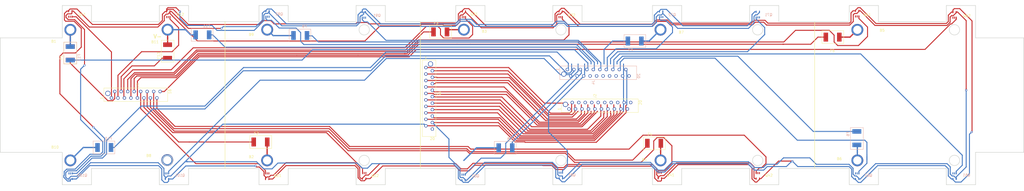
<source format=kicad_pcb>
(kicad_pcb (version 20171130) (host pcbnew "(5.0.2)-1")

  (general
    (thickness 1.6)
    (drawings 97)
    (tracks 1002)
    (zones 0)
    (modules 48)
    (nets 90)
  )

  (page A4)
  (layers
    (0 F.Cu signal)
    (31 B.Cu signal)
    (32 B.Adhes user)
    (33 F.Adhes user)
    (34 B.Paste user)
    (35 F.Paste user)
    (36 B.SilkS user)
    (37 F.SilkS user)
    (38 B.Mask user)
    (39 F.Mask user)
    (40 Dwgs.User user)
    (41 Cmts.User user)
    (42 Eco1.User user)
    (43 Eco2.User user)
    (44 Edge.Cuts user)
    (45 Margin user)
    (46 B.CrtYd user)
    (47 F.CrtYd user)
    (48 B.Fab user)
    (49 F.Fab user)
  )

  (setup
    (last_trace_width 0.381)
    (user_trace_width 0.254)
    (user_trace_width 0.381)
    (user_trace_width 0.508)
    (trace_clearance 0.2)
    (zone_clearance 0.508)
    (zone_45_only no)
    (trace_min 0.2)
    (segment_width 0.2)
    (edge_width 0.15)
    (via_size 0.8)
    (via_drill 0.4)
    (via_min_size 0.4)
    (via_min_drill 0.3)
    (uvia_size 0.3)
    (uvia_drill 0.1)
    (uvias_allowed no)
    (uvia_min_size 0.2)
    (uvia_min_drill 0.1)
    (pcb_text_width 0.3)
    (pcb_text_size 1.5 1.5)
    (mod_edge_width 0.15)
    (mod_text_size 1 1)
    (mod_text_width 0.15)
    (pad_size 4.6482 4.6482)
    (pad_drill 3.2512)
    (pad_to_mask_clearance 0.2)
    (solder_mask_min_width 0.25)
    (aux_axis_origin 0 0)
    (visible_elements 7FFFFFFF)
    (pcbplotparams
      (layerselection 0x010fc_ffffffff)
      (usegerberextensions false)
      (usegerberattributes false)
      (usegerberadvancedattributes false)
      (creategerberjobfile false)
      (excludeedgelayer true)
      (linewidth 0.100000)
      (plotframeref false)
      (viasonmask false)
      (mode 1)
      (useauxorigin false)
      (hpglpennumber 1)
      (hpglpenspeed 20)
      (hpglpendiameter 15.000000)
      (psnegative false)
      (psa4output false)
      (plotreference true)
      (plotvalue true)
      (plotinvisibletext false)
      (padsonsilk false)
      (subtractmaskfromsilk false)
      (outputformat 1)
      (mirror false)
      (drillshape 1)
      (scaleselection 1)
      (outputdirectory ""))
  )

  (net 0 "")
  (net 1 "Net-(B1-Pad1)")
  (net 2 "Net-(B2-Pad1)")
  (net 3 "Net-(B3-Pad1)")
  (net 4 "Net-(B4-Pad1)")
  (net 5 "Net-(B5-Pad1)")
  (net 6 "Net-(B6-Pad1)")
  (net 7 "Net-(B7-Pad1)")
  (net 8 "Net-(B8-Pad1)")
  (net 9 "Net-(B9-Pad1)")
  (net 10 "Net-(B10-Pad1)")
  (net 11 /volt2)
  (net 12 /MODULE1_TEMP2)
  (net 13 /MODULE1_TEMP1)
  (net 14 /volt1)
  (net 15 /volt3)
  (net 16 /volt4)
  (net 17 /volt5)
  (net 18 "Net-(J2-Pad20)")
  (net 19 GND)
  (net 20 /5V)
  (net 21 /V+)
  (net 22 /MODULE10_TEMP2)
  (net 23 /MODULE10_TEMP1)
  (net 24 /MODULE8_TEMP2)
  (net 25 /MODULE8_TEMP1)
  (net 26 /MODULE6_TEMP2)
  (net 27 /MODULE7_TEMP1)
  (net 28 /MODULE7_TEMP2)
  (net 29 /MODULE9_TEMP2)
  (net 30 /MODULE9_TEMP1)
  (net 31 "Net-(J3-Pad20)")
  (net 32 /MODULE6_TEMP1)
  (net 33 /MODULE2_TEMP1)
  (net 34 /MODULE2_TEMP2)
  (net 35 /MODULE3_TEMP1)
  (net 36 /MODULE3_TEMP2)
  (net 37 /MODULE4_TEMP1)
  (net 38 /MODULE4_TEMP2)
  (net 39 /MODULE5_TEMP1)
  (net 40 /MODULE5_TEMP2)
  (net 41 "Net-(B11-Pad1)")
  (net 42 /V-)
  (net 43 /volt6)
  (net 44 /volt7)
  (net 45 /volt8)
  (net 46 /volt9)
  (net 47 /volt10)
  (net 48 "Net-(J4-Pad20)")
  (net 49 /V11)
  (net 50 "Net-(Q21-Pad3)")
  (net 51 "Net-(Q21-Pad2)")
  (net 52 "Net-(Q22-Pad2)")
  (net 53 "Net-(Q22-Pad3)")
  (net 54 "Net-(Q31-Pad3)")
  (net 55 "Net-(Q31-Pad2)")
  (net 56 "Net-(Q32-Pad2)")
  (net 57 "Net-(Q32-Pad3)")
  (net 58 "Net-(Q41-Pad3)")
  (net 59 "Net-(Q41-Pad2)")
  (net 60 "Net-(Q42-Pad2)")
  (net 61 "Net-(Q42-Pad3)")
  (net 62 "Net-(Q51-Pad3)")
  (net 63 "Net-(Q51-Pad2)")
  (net 64 "Net-(Q52-Pad2)")
  (net 65 "Net-(Q52-Pad3)")
  (net 66 "Net-(Q61-Pad3)")
  (net 67 "Net-(Q61-Pad2)")
  (net 68 "Net-(Q62-Pad2)")
  (net 69 "Net-(Q62-Pad3)")
  (net 70 "Net-(Q71-Pad3)")
  (net 71 "Net-(Q71-Pad2)")
  (net 72 "Net-(Q72-Pad2)")
  (net 73 "Net-(Q72-Pad3)")
  (net 74 "Net-(Q81-Pad3)")
  (net 75 "Net-(Q81-Pad2)")
  (net 76 "Net-(Q82-Pad2)")
  (net 77 "Net-(Q82-Pad3)")
  (net 78 "Net-(Q91-Pad3)")
  (net 79 "Net-(Q91-Pad2)")
  (net 80 "Net-(Q92-Pad2)")
  (net 81 "Net-(Q92-Pad3)")
  (net 82 "Net-(Q101-Pad3)")
  (net 83 "Net-(Q101-Pad2)")
  (net 84 "Net-(Q102-Pad2)")
  (net 85 "Net-(Q102-Pad3)")
  (net 86 "Net-(Q11-Pad3)")
  (net 87 "Net-(Q11-Pad2)")
  (net 88 "Net-(Q12-Pad2)")
  (net 89 "Net-(Q12-Pad3)")

  (net_class Default "This is the default net class."
    (clearance 0.2)
    (trace_width 0.25)
    (via_dia 0.8)
    (via_drill 0.4)
    (uvia_dia 0.3)
    (uvia_drill 0.1)
    (add_net /5V)
    (add_net /MODULE10_TEMP1)
    (add_net /MODULE10_TEMP2)
    (add_net /MODULE1_TEMP1)
    (add_net /MODULE1_TEMP2)
    (add_net /MODULE2_TEMP1)
    (add_net /MODULE2_TEMP2)
    (add_net /MODULE3_TEMP1)
    (add_net /MODULE3_TEMP2)
    (add_net /MODULE4_TEMP1)
    (add_net /MODULE4_TEMP2)
    (add_net /MODULE5_TEMP1)
    (add_net /MODULE5_TEMP2)
    (add_net /MODULE6_TEMP1)
    (add_net /MODULE6_TEMP2)
    (add_net /MODULE7_TEMP1)
    (add_net /MODULE7_TEMP2)
    (add_net /MODULE8_TEMP1)
    (add_net /MODULE8_TEMP2)
    (add_net /MODULE9_TEMP1)
    (add_net /MODULE9_TEMP2)
    (add_net /V+)
    (add_net /V-)
    (add_net /V11)
    (add_net /volt1)
    (add_net /volt10)
    (add_net /volt2)
    (add_net /volt3)
    (add_net /volt4)
    (add_net /volt5)
    (add_net /volt6)
    (add_net /volt7)
    (add_net /volt8)
    (add_net /volt9)
    (add_net GND)
    (add_net "Net-(B1-Pad1)")
    (add_net "Net-(B10-Pad1)")
    (add_net "Net-(B11-Pad1)")
    (add_net "Net-(B2-Pad1)")
    (add_net "Net-(B3-Pad1)")
    (add_net "Net-(B4-Pad1)")
    (add_net "Net-(B5-Pad1)")
    (add_net "Net-(B6-Pad1)")
    (add_net "Net-(B7-Pad1)")
    (add_net "Net-(B8-Pad1)")
    (add_net "Net-(B9-Pad1)")
    (add_net "Net-(J2-Pad20)")
    (add_net "Net-(J3-Pad20)")
    (add_net "Net-(J4-Pad20)")
    (add_net "Net-(Q101-Pad2)")
    (add_net "Net-(Q101-Pad3)")
    (add_net "Net-(Q102-Pad2)")
    (add_net "Net-(Q102-Pad3)")
    (add_net "Net-(Q11-Pad2)")
    (add_net "Net-(Q11-Pad3)")
    (add_net "Net-(Q12-Pad2)")
    (add_net "Net-(Q12-Pad3)")
    (add_net "Net-(Q21-Pad2)")
    (add_net "Net-(Q21-Pad3)")
    (add_net "Net-(Q22-Pad2)")
    (add_net "Net-(Q22-Pad3)")
    (add_net "Net-(Q31-Pad2)")
    (add_net "Net-(Q31-Pad3)")
    (add_net "Net-(Q32-Pad2)")
    (add_net "Net-(Q32-Pad3)")
    (add_net "Net-(Q41-Pad2)")
    (add_net "Net-(Q41-Pad3)")
    (add_net "Net-(Q42-Pad2)")
    (add_net "Net-(Q42-Pad3)")
    (add_net "Net-(Q51-Pad2)")
    (add_net "Net-(Q51-Pad3)")
    (add_net "Net-(Q52-Pad2)")
    (add_net "Net-(Q52-Pad3)")
    (add_net "Net-(Q61-Pad2)")
    (add_net "Net-(Q61-Pad3)")
    (add_net "Net-(Q62-Pad2)")
    (add_net "Net-(Q62-Pad3)")
    (add_net "Net-(Q71-Pad2)")
    (add_net "Net-(Q71-Pad3)")
    (add_net "Net-(Q72-Pad2)")
    (add_net "Net-(Q72-Pad3)")
    (add_net "Net-(Q81-Pad2)")
    (add_net "Net-(Q81-Pad3)")
    (add_net "Net-(Q82-Pad2)")
    (add_net "Net-(Q82-Pad3)")
    (add_net "Net-(Q91-Pad2)")
    (add_net "Net-(Q91-Pad3)")
    (add_net "Net-(Q92-Pad2)")
    (add_net "Net-(Q92-Pad3)")
  )

  (module footprints:Bolt_connect_4-40_round (layer F.Cu) (tedit 5C593539) (tstamp 5C65CE0F)
    (at -31.417999 67.263)
    (path /5C463DAE)
    (fp_text reference B1 (at -7.063001 -3.763) (layer F.SilkS)
      (effects (font (size 1 1) (thickness 0.15)))
    )
    (fp_text value Bolt_connect_4-40 (at 0 2.794) (layer F.Fab)
      (effects (font (size 1 1) (thickness 0.15)))
    )
    (pad 1 thru_hole circle (at -0.537002 -8.288) (size 4.6482 4.6482) (drill 3.2512) (layers *.Cu *.Mask)
      (net 1 "Net-(B1-Pad1)") (clearance 0.508))
  )

  (module footprints:Bolt_connect_4-40_round (layer F.Cu) (tedit 5C5935DE) (tstamp 5C526AD6)
    (at 49.824001 103.008)
    (path /5C463EEC)
    (fp_text reference B2 (at -10.962001 5.831) (layer F.SilkS)
      (effects (font (size 1 1) (thickness 0.15)))
    )
    (fp_text value Bolt_connect_4-40 (at 0 2.794) (layer F.Fab)
      (effects (font (size 1 1) (thickness 0.15)))
    )
    (pad 1 thru_hole circle (at -4.779002 7.217) (size 4.6482 4.6482) (drill 3.2512) (layers *.Cu *.Mask)
      (net 2 "Net-(B2-Pad1)") (clearance 0.508))
  )

  (module footprints:Bolt_connect_4-40_round (layer F.Cu) (tedit 5C54A0C7) (tstamp 5C65CE7B)
    (at 122.430001 62.437)
    (path /5C463F5C)
    (fp_text reference B3 (at 7.617999 -2.874) (layer F.SilkS)
      (effects (font (size 1 1) (thickness 0.15)))
    )
    (fp_text value Bolt_connect_4-40 (at 0 2.794) (layer F.Fab)
      (effects (font (size 1 1) (thickness 0.15)))
    )
    (pad 1 thru_hole circle (at -0.383001 -3.509) (size 4.6482 4.6482) (drill 3.2512) (layers *.Cu *.Mask)
      (net 3 "Net-(B3-Pad1)") (clearance 0.508))
  )

  (module footprints:Bolt_connect_4-40_round (layer F.Cu) (tedit 5C5935C0) (tstamp 5C526AE0)
    (at 198.501 98.806)
    (path /5C463FCA)
    (fp_text reference B4 (at -5.842 11.176) (layer F.SilkS)
      (effects (font (size 1 1) (thickness 0.15)))
    )
    (fp_text value Bolt_connect_4-40 (at 0 2.794) (layer F.Fab)
      (effects (font (size 1 1) (thickness 0.15)))
    )
    (pad 1 thru_hole circle (at 0.544 11.419) (size 4.6482 4.6482) (drill 3.2512) (layers *.Cu *.Mask)
      (net 4 "Net-(B4-Pad1)") (clearance 0.508))
  )

  (module footprints:Bolt_connect_4-40_round (layer F.Cu) (tedit 5C54A1B4) (tstamp 5C526AE5)
    (at 275.717 65.024)
    (path /5C4640B4)
    (fp_text reference B5 (at 10.033 -5.842) (layer F.SilkS)
      (effects (font (size 1 1) (thickness 0.15)))
    )
    (fp_text value Bolt_connect_4-40 (at 0 2.794) (layer F.Fab)
      (effects (font (size 1 1) (thickness 0.15)))
    )
    (pad 1 thru_hole circle (at 0.328 -6.049) (size 4.6482 4.6482) (drill 3.2512) (layers *.Cu *.Mask)
      (net 5 "Net-(B5-Pad1)") (clearance 0.508))
  )

  (module footprints:Bolt_connect_4-40_round (layer F.Cu) (tedit 5C5935A7) (tstamp 5C65CEA4)
    (at 276.225 99.06)
    (path /5BFCD364)
    (fp_text reference B6 (at -7.239 10.541) (layer F.SilkS)
      (effects (font (size 1 1) (thickness 0.15)))
    )
    (fp_text value Bolt_connect_4-40 (at 0 2.794) (layer F.Fab)
      (effects (font (size 1 1) (thickness 0.15)))
    )
    (pad 1 thru_hole circle (at -0.18 11.165) (size 4.6482 4.6482) (drill 3.2512) (layers *.Cu *.Mask)
      (net 6 "Net-(B6-Pad1)") (clearance 0.508))
  )

  (module footprints:Bolt_connect_4-40_round (layer F.Cu) (tedit 5C59358E) (tstamp 5C59D9EF)
    (at 199.608 63.834)
    (path /5BFCD4C3)
    (fp_text reference B7 (at 7.529 -3.89) (layer F.SilkS)
      (effects (font (size 1 1) (thickness 0.15)))
    )
    (fp_text value Bolt_connect_4-40 (at 0 2.794) (layer F.Fab)
      (effects (font (size 1 1) (thickness 0.15)))
    )
    (pad 1 thru_hole circle (at -0.599 -4.906) (size 4.6482 4.6482) (drill 3.2512) (layers *.Cu *.Mask)
      (net 7 "Net-(B7-Pad1)") (clearance 0.508))
  )

  (module footprints:Bolt_connect_4-40_round (layer F.Cu) (tedit 5C54A5D3) (tstamp 5C5A2249)
    (at 6.225001 107.072)
    (path /5BFCD529)
    (fp_text reference B8 (at -7.493 1.27) (layer F.SilkS)
      (effects (font (size 1 1) (thickness 0.15)))
    )
    (fp_text value Bolt_connect_4-40 (at 0 2.794) (layer F.Fab)
      (effects (font (size 1 1) (thickness 0.15)))
    )
    (pad 1 thru_hole circle (at -0.256001 3.037) (size 4.6482 4.6482) (drill 3.2512) (layers *.Cu *.Mask)
      (net 8 "Net-(B8-Pad1)") (clearance 0.508))
  )

  (module footprints:Bolt_connect_4-40_round (layer F.Cu) (tedit 5C59355A) (tstamp 5C59DAB4)
    (at 49.534001 71.407)
    (path /5C060A02)
    (fp_text reference B9 (at -10.672001 -10.574) (layer F.SilkS)
      (effects (font (size 1 1) (thickness 0.15)))
    )
    (fp_text value Bolt_connect_4-40 (at 0 2.794) (layer F.Fab)
      (effects (font (size 1 1) (thickness 0.15)))
    )
    (pad 1 thru_hole circle (at -4.449001 -12.479) (size 4.6482 4.6482) (drill 3.2512) (layers *.Cu *.Mask)
      (net 9 "Net-(B9-Pad1)") (clearance 0.508))
  )

  (module footprints:Bolt_connect_4-40_round (layer F.Cu) (tedit 5C5935F4) (tstamp 5C65CF34)
    (at -28.829 105.283)
    (path /5C060A70)
    (fp_text reference B10 (at -9.144 -0.254) (layer F.SilkS)
      (effects (font (size 1 1) (thickness 0.15)))
    )
    (fp_text value Bolt_connect_4-40 (at 0 2.794) (layer F.Fab)
      (effects (font (size 1 1) (thickness 0.15)))
    )
    (pad 1 thru_hole circle (at -3.126001 4.942) (size 4.6482 4.6482) (drill 3.2512) (layers *.Cu *.Mask)
      (net 10 "Net-(B10-Pad1)") (clearance 0.508))
  )

  (module footprints:Fuse_1812 (layer F.Cu) (tedit 5A050C3C) (tstamp 5C65D3A6)
    (at -32.004 70.812 90)
    (path /5BEF3AF8)
    (fp_text reference F1 (at 1 -3.5 90) (layer F.SilkS)
      (effects (font (size 1 1) (thickness 0.15)))
    )
    (fp_text value 200mA_Fuse (at 3 3.5 90) (layer F.Fab) hide
      (effects (font (size 1 1) (thickness 0.15)))
    )
    (fp_line (start -1.5 2.5) (end -1.5 -2.5) (layer F.SilkS) (width 0.15))
    (fp_line (start 7 2.5) (end -1.5 2.5) (layer F.SilkS) (width 0.15))
    (fp_line (start 7 -2.5) (end 7 2.5) (layer F.SilkS) (width 0.15))
    (fp_line (start -1.5 -2.5) (end 7 -2.5) (layer F.SilkS) (width 0.15))
    (pad 1 smd rect (at 0 0 90) (size 1.78 3.5) (layers F.Cu F.Paste F.Mask)
      (net 14 /volt1))
    (pad 2 smd rect (at 5.28 0 90) (size 1.78 3.5) (layers F.Cu F.Paste F.Mask)
      (net 1 "Net-(B1-Pad1)"))
  )

  (module footprints:Fuse_1812 (layer F.Cu) (tedit 5A050C3C) (tstamp 5C526B12)
    (at 39.805 102.997)
    (path /5BEE2335)
    (fp_text reference F2 (at 1 -3.5) (layer F.SilkS)
      (effects (font (size 1 1) (thickness 0.15)))
    )
    (fp_text value 200mA_Fuse (at 3 3.5) (layer F.Fab) hide
      (effects (font (size 1 1) (thickness 0.15)))
    )
    (fp_line (start -1.5 -2.5) (end 7 -2.5) (layer F.SilkS) (width 0.15))
    (fp_line (start 7 -2.5) (end 7 2.5) (layer F.SilkS) (width 0.15))
    (fp_line (start 7 2.5) (end -1.5 2.5) (layer F.SilkS) (width 0.15))
    (fp_line (start -1.5 2.5) (end -1.5 -2.5) (layer F.SilkS) (width 0.15))
    (pad 2 smd rect (at 5.28 0) (size 1.78 3.5) (layers F.Cu F.Paste F.Mask)
      (net 2 "Net-(B2-Pad1)"))
    (pad 1 smd rect (at 0 0) (size 1.78 3.5) (layers F.Cu F.Paste F.Mask)
      (net 11 /volt2))
  )

  (module footprints:Fuse_1812 (layer F.Cu) (tedit 5A050C3C) (tstamp 5C526B1C)
    (at 110.163 59.817)
    (path /5BEE238B)
    (fp_text reference F3 (at 1 -3.5) (layer F.SilkS)
      (effects (font (size 1 1) (thickness 0.15)))
    )
    (fp_text value 200mA_Fuse (at 3 3.5) (layer F.Fab) hide
      (effects (font (size 1 1) (thickness 0.15)))
    )
    (fp_line (start -1.5 2.5) (end -1.5 -2.5) (layer F.SilkS) (width 0.15))
    (fp_line (start 7 2.5) (end -1.5 2.5) (layer F.SilkS) (width 0.15))
    (fp_line (start 7 -2.5) (end 7 2.5) (layer F.SilkS) (width 0.15))
    (fp_line (start -1.5 -2.5) (end 7 -2.5) (layer F.SilkS) (width 0.15))
    (pad 1 smd rect (at 0 0) (size 1.78 3.5) (layers F.Cu F.Paste F.Mask)
      (net 15 /volt3))
    (pad 2 smd rect (at 5.28 0) (size 1.78 3.5) (layers F.Cu F.Paste F.Mask)
      (net 3 "Net-(B3-Pad1)"))
  )

  (module footprints:Fuse_1812 (layer F.Cu) (tedit 5A050C3C) (tstamp 5C526B26)
    (at 193.856 103.505)
    (path /5BEE23E3)
    (fp_text reference F4 (at 1 -3.5) (layer F.SilkS)
      (effects (font (size 1 1) (thickness 0.15)))
    )
    (fp_text value 200mA_Fuse (at 3 3.5) (layer F.Fab) hide
      (effects (font (size 1 1) (thickness 0.15)))
    )
    (fp_line (start -1.5 -2.5) (end 7 -2.5) (layer F.SilkS) (width 0.15))
    (fp_line (start 7 -2.5) (end 7 2.5) (layer F.SilkS) (width 0.15))
    (fp_line (start 7 2.5) (end -1.5 2.5) (layer F.SilkS) (width 0.15))
    (fp_line (start -1.5 2.5) (end -1.5 -2.5) (layer F.SilkS) (width 0.15))
    (pad 2 smd rect (at 5.28 0) (size 1.78 3.5) (layers F.Cu F.Paste F.Mask)
      (net 4 "Net-(B4-Pad1)"))
    (pad 1 smd rect (at 0 0) (size 1.78 3.5) (layers F.Cu F.Paste F.Mask)
      (net 16 /volt4))
  )

  (module footprints:Fuse_1812 (layer F.Cu) (tedit 5A050C3C) (tstamp 5C526B30)
    (at 263.706 61.849)
    (path /5BEE243D)
    (fp_text reference F5 (at 2.54 5.334) (layer F.SilkS)
      (effects (font (size 1 1) (thickness 0.15)))
    )
    (fp_text value 200mA_Fuse (at 3 3.5) (layer F.Fab) hide
      (effects (font (size 1 1) (thickness 0.15)))
    )
    (fp_line (start -1.5 2.5) (end -1.5 -2.5) (layer F.SilkS) (width 0.15))
    (fp_line (start 7 2.5) (end -1.5 2.5) (layer F.SilkS) (width 0.15))
    (fp_line (start 7 -2.5) (end 7 2.5) (layer F.SilkS) (width 0.15))
    (fp_line (start -1.5 -2.5) (end 7 -2.5) (layer F.SilkS) (width 0.15))
    (pad 1 smd rect (at 0 0) (size 1.78 3.5) (layers F.Cu F.Paste F.Mask)
      (net 17 /volt5))
    (pad 2 smd rect (at 5.28 0) (size 1.78 3.5) (layers F.Cu F.Paste F.Mask)
      (net 5 "Net-(B5-Pad1)"))
  )

  (module footprints:Fuse_1812 (layer B.Cu) (tedit 5A050C3C) (tstamp 5C526B3A)
    (at 275.844 98.86 270)
    (path /5BEEB50E)
    (fp_text reference F6 (at 1 3.5 270) (layer B.SilkS)
      (effects (font (size 1 1) (thickness 0.15)) (justify mirror))
    )
    (fp_text value 200mA_Fuse (at 3 -3.5 270) (layer B.Fab) hide
      (effects (font (size 1 1) (thickness 0.15)) (justify mirror))
    )
    (fp_line (start -1.5 2.5) (end 7 2.5) (layer B.SilkS) (width 0.15))
    (fp_line (start 7 2.5) (end 7 -2.5) (layer B.SilkS) (width 0.15))
    (fp_line (start 7 -2.5) (end -1.5 -2.5) (layer B.SilkS) (width 0.15))
    (fp_line (start -1.5 -2.5) (end -1.5 2.5) (layer B.SilkS) (width 0.15))
    (pad 2 smd rect (at 5.28 0 270) (size 1.78 3.5) (layers B.Cu B.Paste B.Mask)
      (net 6 "Net-(B6-Pad1)"))
    (pad 1 smd rect (at 0 0 270) (size 1.78 3.5) (layers B.Cu B.Paste B.Mask)
      (net 43 /volt6))
  )

  (module footprints:Fuse_1812 (layer B.Cu) (tedit 5A050C3C) (tstamp 5C526B44)
    (at 186.236 63.373)
    (path /5BEEB533)
    (fp_text reference F7 (at 1 3.5) (layer B.SilkS)
      (effects (font (size 1 1) (thickness 0.15)) (justify mirror))
    )
    (fp_text value 200mA_Fuse (at 3 -3.5) (layer B.Fab) hide
      (effects (font (size 1 1) (thickness 0.15)) (justify mirror))
    )
    (fp_line (start -1.5 -2.5) (end -1.5 2.5) (layer B.SilkS) (width 0.15))
    (fp_line (start 7 -2.5) (end -1.5 -2.5) (layer B.SilkS) (width 0.15))
    (fp_line (start 7 2.5) (end 7 -2.5) (layer B.SilkS) (width 0.15))
    (fp_line (start -1.5 2.5) (end 7 2.5) (layer B.SilkS) (width 0.15))
    (pad 1 smd rect (at 0 0) (size 1.78 3.5) (layers B.Cu B.Paste B.Mask)
      (net 44 /volt7))
    (pad 2 smd rect (at 5.28 0) (size 1.78 3.5) (layers B.Cu B.Paste B.Mask)
      (net 7 "Net-(B7-Pad1)"))
  )

  (module footprints:Fuse_1812 (layer B.Cu) (tedit 5A050C3C) (tstamp 5C526B4E)
    (at 140.97 105.283 180)
    (path /5BEEB539)
    (fp_text reference F8 (at 1 3.5 180) (layer B.SilkS)
      (effects (font (size 1 1) (thickness 0.15)) (justify mirror))
    )
    (fp_text value 200mA_Fuse (at 3 -3.5 180) (layer B.Fab) hide
      (effects (font (size 1 1) (thickness 0.15)) (justify mirror))
    )
    (fp_line (start -1.5 -2.5) (end -1.5 2.5) (layer B.SilkS) (width 0.15))
    (fp_line (start 7 -2.5) (end -1.5 -2.5) (layer B.SilkS) (width 0.15))
    (fp_line (start 7 2.5) (end 7 -2.5) (layer B.SilkS) (width 0.15))
    (fp_line (start -1.5 2.5) (end 7 2.5) (layer B.SilkS) (width 0.15))
    (pad 1 smd rect (at 0 0 180) (size 1.78 3.5) (layers B.Cu B.Paste B.Mask)
      (net 45 /volt8))
    (pad 2 smd rect (at 5.28 0 180) (size 1.78 3.5) (layers B.Cu B.Paste B.Mask)
      (net 8 "Net-(B8-Pad1)"))
  )

  (module footprints:Fuse_1812 (layer B.Cu) (tedit 5A050C3C) (tstamp 5C59DA72)
    (at 60.652 61.214 180)
    (path /5BEEB53F)
    (fp_text reference F9 (at 1 3.5 180) (layer B.SilkS)
      (effects (font (size 1 1) (thickness 0.15)) (justify mirror))
    )
    (fp_text value 200mA_Fuse (at 3 -3.5 180) (layer B.Fab) hide
      (effects (font (size 1 1) (thickness 0.15)) (justify mirror))
    )
    (fp_line (start -1.5 -2.5) (end -1.5 2.5) (layer B.SilkS) (width 0.15))
    (fp_line (start 7 -2.5) (end -1.5 -2.5) (layer B.SilkS) (width 0.15))
    (fp_line (start 7 2.5) (end 7 -2.5) (layer B.SilkS) (width 0.15))
    (fp_line (start -1.5 2.5) (end 7 2.5) (layer B.SilkS) (width 0.15))
    (pad 1 smd rect (at 0 0 180) (size 1.78 3.5) (layers B.Cu B.Paste B.Mask)
      (net 46 /volt9))
    (pad 2 smd rect (at 5.28 0 180) (size 1.78 3.5) (layers B.Cu B.Paste B.Mask)
      (net 9 "Net-(B9-Pad1)"))
  )

  (module footprints:Fuse_1812 (layer B.Cu) (tedit 5A050C3C) (tstamp 5C526B62)
    (at -16.056 105.156 180)
    (path /5BEEB545)
    (fp_text reference F10 (at 1 3.5 180) (layer B.SilkS)
      (effects (font (size 1 1) (thickness 0.15)) (justify mirror))
    )
    (fp_text value 200mA_Fuse (at 3 -3.5 180) (layer B.Fab) hide
      (effects (font (size 1 1) (thickness 0.15)) (justify mirror))
    )
    (fp_line (start -1.5 -2.5) (end -1.5 2.5) (layer B.SilkS) (width 0.15))
    (fp_line (start 7 -2.5) (end -1.5 -2.5) (layer B.SilkS) (width 0.15))
    (fp_line (start 7 2.5) (end 7 -2.5) (layer B.SilkS) (width 0.15))
    (fp_line (start -1.5 2.5) (end 7 2.5) (layer B.SilkS) (width 0.15))
    (pad 1 smd rect (at 0 0 180) (size 1.78 3.5) (layers B.Cu B.Paste B.Mask)
      (net 47 /volt10))
    (pad 2 smd rect (at 5.28 0 180) (size 1.78 3.5) (layers B.Cu B.Paste B.Mask)
      (net 10 "Net-(B10-Pad1)"))
  )

  (module footprints:micromatch_female_vert_16 (layer F.Cu) (tedit 5C3D2797) (tstamp 5C526B7D)
    (at -10.795 85.725 90)
    (path /5BEA2882)
    (fp_text reference J1 (at 5.08 5.08 90) (layer F.SilkS)
      (effects (font (size 1 1) (thickness 0.15)))
    )
    (fp_text value MM_F_VT_16 (at 6.35 0 180) (layer F.Fab) hide
      (effects (font (size 1 1) (thickness 0.15)))
    )
    (fp_text user 16 (at 2.54 17.78 90) (layer F.SilkS)
      (effects (font (size 1 1) (thickness 0.15)))
    )
    (fp_text user 1 (at 0 -8.89 90) (layer F.SilkS)
      (effects (font (size 1 1) (thickness 0.15)))
    )
    (fp_line (start -1.38 16.91) (end 3.92 16.91) (layer F.SilkS) (width 0.15))
    (fp_line (start -1.38 -8.02) (end 3.92 -8.02) (layer F.SilkS) (width 0.15))
    (fp_line (start -1.38 16.91) (end -1.38 -8.02) (layer F.SilkS) (width 0.15))
    (fp_line (start 3.92 16.91) (end 3.92 -8.02) (layer F.SilkS) (width 0.15))
    (pad 5 thru_hole circle (at 0 0 90) (size 1.3 1.3) (drill 0.8) (layers *.Cu *.Mask)
      (net 35 /MODULE3_TEMP1))
    (pad 3 thru_hole circle (at 0 -2.54 90) (size 1.3 1.3) (drill 0.8) (layers *.Cu *.Mask)
      (net 12 /MODULE1_TEMP2))
    (pad 1 thru_hole circle (at 0 -5.08 90) (size 1.3 1.3) (drill 0.8) (layers *.Cu *.Mask)
      (net 13 /MODULE1_TEMP1))
    (pad 7 thru_hole circle (at 0 2.54 90) (size 1.3 1.3) (drill 0.8) (layers *.Cu *.Mask)
      (net 36 /MODULE3_TEMP2))
    (pad 2 thru_hole circle (at 2.54 -3.81 90) (size 1.3 1.3) (drill 0.8) (layers *.Cu *.Mask)
      (net 14 /volt1))
    (pad 4 thru_hole circle (at 2.54 -1.27 90) (size 1.3 1.3) (drill 0.8) (layers *.Cu *.Mask)
      (net 42 /V-))
    (pad 6 thru_hole circle (at 2.54 1.27 90) (size 1.3 1.3) (drill 0.8) (layers *.Cu *.Mask)
      (net 15 /volt3))
    (pad 8 thru_hole circle (at 2.54 3.81 90) (size 1.3 1.3) (drill 0.8) (layers *.Cu *.Mask)
      (net 39 /MODULE5_TEMP1))
    (pad 9 thru_hole circle (at 0 5.08 90) (size 1.3 1.3) (drill 0.8) (layers *.Cu *.Mask)
      (net 17 /volt5))
    (pad 10 thru_hole circle (at 2.54 6.35 90) (size 1.3 1.3) (drill 0.8) (layers *.Cu *.Mask)
      (net 33 /MODULE2_TEMP1))
    (pad 11 thru_hole circle (at 0 7.62 90) (size 1.3 1.3) (drill 0.8) (layers *.Cu *.Mask)
      (net 11 /volt2))
    (pad 12 thru_hole circle (at 2.54 8.89 90) (size 1.3 1.3) (drill 0.8) (layers *.Cu *.Mask)
      (net 34 /MODULE2_TEMP2))
    (pad 13 thru_hole circle (at 0 10.16 90) (size 1.3 1.3) (drill 0.8) (layers *.Cu *.Mask)
      (net 37 /MODULE4_TEMP1))
    (pad 14 thru_hole circle (at 2.54 11.43 90) (size 1.3 1.3) (drill 0.8) (layers *.Cu *.Mask)
      (net 16 /volt4))
    (pad 15 thru_hole circle (at 0 12.7 90) (size 1.3 1.3) (drill 0.8) (layers *.Cu *.Mask)
      (net 38 /MODULE4_TEMP2))
    (pad 16 thru_hole circle (at 2.54 13.97 90) (size 1.3 1.3) (drill 0.8) (layers *.Cu *.Mask)
      (net 40 /MODULE5_TEMP2))
    (pad 17 thru_hole circle (at 1.8 -6.48 90) (size 2 2) (drill 1.5) (layers *.Cu *.Mask))
    (model ${LOCAL_DIR}/OEM_Preferred_Parts/3DModels/micromatch_female_vert_16/c-1-2178713-6-1-3d.stp
      (offset (xyz 1 -4.5 -7))
      (scale (xyz 1 1 1))
      (rotate (xyz 180 0 90))
    )
  )

  (module footprints:micromatch_female_vert_20 (layer F.Cu) (tedit 5C3D138E) (tstamp 5C526B9C)
    (at 168.275 90.043 90)
    (path /5C5ABC7A)
    (fp_text reference J2 (at 5.08 5.08 90) (layer F.SilkS)
      (effects (font (size 1 1) (thickness 0.15)))
    )
    (fp_text value MM_F_VT_20 (at 6.35 0 180) (layer F.Fab) hide
      (effects (font (size 1 1) (thickness 0.15)))
    )
    (fp_line (start 3.92 21.99) (end 3.92 -8.02) (layer F.SilkS) (width 0.15))
    (fp_line (start -1.38 21.99) (end -1.38 -8.02) (layer F.SilkS) (width 0.15))
    (fp_line (start -1.38 -8.02) (end 3.92 -8.02) (layer F.SilkS) (width 0.15))
    (fp_line (start -1.38 21.99) (end 3.92 21.99) (layer F.SilkS) (width 0.15))
    (fp_text user 1 (at 0 -8.89 90) (layer F.SilkS)
      (effects (font (size 1 1) (thickness 0.15)))
    )
    (fp_text user 20 (at 2.54 22.86 90) (layer F.SilkS)
      (effects (font (size 1 1) (thickness 0.15)))
    )
    (pad 21 thru_hole circle (at 1.8 -6.48 90) (size 2 2) (drill 1.5) (layers *.Cu *.Mask))
    (pad 20 thru_hole circle (at 2.54 19.05 90) (size 1.3 1.3) (drill 0.8) (layers *.Cu *.Mask)
      (net 18 "Net-(J2-Pad20)"))
    (pad 19 thru_hole circle (at 0 17.78 90) (size 1.3 1.3) (drill 0.8) (layers *.Cu *.Mask)
      (net 19 GND))
    (pad 18 thru_hole circle (at 2.54 16.51 90) (size 1.3 1.3) (drill 0.8) (layers *.Cu *.Mask)
      (net 20 /5V))
    (pad 17 thru_hole circle (at 0 15.24 90) (size 1.3 1.3) (drill 0.8) (layers *.Cu *.Mask)
      (net 26 /MODULE6_TEMP2))
    (pad 16 thru_hole circle (at 2.54 13.97 90) (size 1.3 1.3) (drill 0.8) (layers *.Cu *.Mask)
      (net 43 /volt6))
    (pad 15 thru_hole circle (at 0 12.7 90) (size 1.3 1.3) (drill 0.8) (layers *.Cu *.Mask)
      (net 32 /MODULE6_TEMP1))
    (pad 14 thru_hole circle (at 2.54 11.43 90) (size 1.3 1.3) (drill 0.8) (layers *.Cu *.Mask)
      (net 27 /MODULE7_TEMP1))
    (pad 13 thru_hole circle (at 0 10.16 90) (size 1.3 1.3) (drill 0.8) (layers *.Cu *.Mask)
      (net 28 /MODULE7_TEMP2))
    (pad 12 thru_hole circle (at 2.54 8.89 90) (size 1.3 1.3) (drill 0.8) (layers *.Cu *.Mask)
      (net 44 /volt7))
    (pad 11 thru_hole circle (at 0 7.62 90) (size 1.3 1.3) (drill 0.8) (layers *.Cu *.Mask)
      (net 30 /MODULE9_TEMP1))
    (pad 10 thru_hole circle (at 2.54 6.35 90) (size 1.3 1.3) (drill 0.8) (layers *.Cu *.Mask)
      (net 46 /volt9))
    (pad 9 thru_hole circle (at 0 5.08 90) (size 1.3 1.3) (drill 0.8) (layers *.Cu *.Mask)
      (net 29 /MODULE9_TEMP2))
    (pad 8 thru_hole circle (at 2.54 3.81 90) (size 1.3 1.3) (drill 0.8) (layers *.Cu *.Mask)
      (net 49 /V11))
    (pad 6 thru_hole circle (at 2.54 1.27 90) (size 1.3 1.3) (drill 0.8) (layers *.Cu *.Mask)
      (net 25 /MODULE8_TEMP1))
    (pad 4 thru_hole circle (at 2.54 -1.27 90) (size 1.3 1.3) (drill 0.8) (layers *.Cu *.Mask)
      (net 24 /MODULE8_TEMP2))
    (pad 2 thru_hole circle (at 2.54 -3.81 90) (size 1.3 1.3) (drill 0.8) (layers *.Cu *.Mask)
      (net 47 /volt10))
    (pad 7 thru_hole circle (at 0 2.54 90) (size 1.3 1.3) (drill 0.8) (layers *.Cu *.Mask)
      (net 21 /V+))
    (pad 1 thru_hole circle (at 0 -5.08 90) (size 1.3 1.3) (drill 0.8) (layers *.Cu *.Mask)
      (net 22 /MODULE10_TEMP2))
    (pad 3 thru_hole circle (at 0 -2.54 90) (size 1.3 1.3) (drill 0.8) (layers *.Cu *.Mask)
      (net 23 /MODULE10_TEMP1))
    (pad 5 thru_hole circle (at 0 0 90) (size 1.3 1.3) (drill 0.8) (layers *.Cu *.Mask)
      (net 45 /volt8))
    (model ${LOCAL_DIR}/OEM_Preferred_Parts/3DModels/micromatch-female-vert-20/micromatch-female-vert-20.step
      (at (xyz 0 0 0))
      (scale (xyz 1 1 1))
      (rotate (xyz 0 0 0))
    )
  )

  (module footprints:micromatch_female_vert_20 (layer F.Cu) (tedit 5C3D138E) (tstamp 5C526BBB)
    (at 107.188 78.867)
    (path /5C5B08CB)
    (fp_text reference J3 (at 5.08 5.08) (layer F.SilkS)
      (effects (font (size 1 1) (thickness 0.15)))
    )
    (fp_text value MM_F_VT_20 (at 6.35 0 90) (layer F.Fab) hide
      (effects (font (size 1 1) (thickness 0.15)))
    )
    (fp_text user 20 (at 2.54 22.86) (layer F.SilkS)
      (effects (font (size 1 1) (thickness 0.15)))
    )
    (fp_text user 1 (at 0 -8.89) (layer F.SilkS)
      (effects (font (size 1 1) (thickness 0.15)))
    )
    (fp_line (start -1.38 21.99) (end 3.92 21.99) (layer F.SilkS) (width 0.15))
    (fp_line (start -1.38 -8.02) (end 3.92 -8.02) (layer F.SilkS) (width 0.15))
    (fp_line (start -1.38 21.99) (end -1.38 -8.02) (layer F.SilkS) (width 0.15))
    (fp_line (start 3.92 21.99) (end 3.92 -8.02) (layer F.SilkS) (width 0.15))
    (pad 5 thru_hole circle (at 0 0) (size 1.3 1.3) (drill 0.8) (layers *.Cu *.Mask)
      (net 45 /volt8))
    (pad 3 thru_hole circle (at 0 -2.54) (size 1.3 1.3) (drill 0.8) (layers *.Cu *.Mask)
      (net 23 /MODULE10_TEMP1))
    (pad 1 thru_hole circle (at 0 -5.08) (size 1.3 1.3) (drill 0.8) (layers *.Cu *.Mask)
      (net 22 /MODULE10_TEMP2))
    (pad 7 thru_hole circle (at 0 2.54) (size 1.3 1.3) (drill 0.8) (layers *.Cu *.Mask)
      (net 21 /V+))
    (pad 2 thru_hole circle (at 2.54 -3.81) (size 1.3 1.3) (drill 0.8) (layers *.Cu *.Mask)
      (net 47 /volt10))
    (pad 4 thru_hole circle (at 2.54 -1.27) (size 1.3 1.3) (drill 0.8) (layers *.Cu *.Mask)
      (net 24 /MODULE8_TEMP2))
    (pad 6 thru_hole circle (at 2.54 1.27) (size 1.3 1.3) (drill 0.8) (layers *.Cu *.Mask)
      (net 25 /MODULE8_TEMP1))
    (pad 8 thru_hole circle (at 2.54 3.81) (size 1.3 1.3) (drill 0.8) (layers *.Cu *.Mask)
      (net 49 /V11))
    (pad 9 thru_hole circle (at 0 5.08) (size 1.3 1.3) (drill 0.8) (layers *.Cu *.Mask)
      (net 29 /MODULE9_TEMP2))
    (pad 10 thru_hole circle (at 2.54 6.35) (size 1.3 1.3) (drill 0.8) (layers *.Cu *.Mask)
      (net 46 /volt9))
    (pad 11 thru_hole circle (at 0 7.62) (size 1.3 1.3) (drill 0.8) (layers *.Cu *.Mask)
      (net 30 /MODULE9_TEMP1))
    (pad 12 thru_hole circle (at 2.54 8.89) (size 1.3 1.3) (drill 0.8) (layers *.Cu *.Mask)
      (net 44 /volt7))
    (pad 13 thru_hole circle (at 0 10.16) (size 1.3 1.3) (drill 0.8) (layers *.Cu *.Mask)
      (net 28 /MODULE7_TEMP2))
    (pad 14 thru_hole circle (at 2.54 11.43) (size 1.3 1.3) (drill 0.8) (layers *.Cu *.Mask)
      (net 27 /MODULE7_TEMP1))
    (pad 15 thru_hole circle (at 0 12.7) (size 1.3 1.3) (drill 0.8) (layers *.Cu *.Mask)
      (net 32 /MODULE6_TEMP1))
    (pad 16 thru_hole circle (at 2.54 13.97) (size 1.3 1.3) (drill 0.8) (layers *.Cu *.Mask)
      (net 43 /volt6))
    (pad 17 thru_hole circle (at 0 15.24) (size 1.3 1.3) (drill 0.8) (layers *.Cu *.Mask)
      (net 26 /MODULE6_TEMP2))
    (pad 18 thru_hole circle (at 2.54 16.51) (size 1.3 1.3) (drill 0.8) (layers *.Cu *.Mask)
      (net 20 /5V))
    (pad 19 thru_hole circle (at 0 17.78) (size 1.3 1.3) (drill 0.8) (layers *.Cu *.Mask)
      (net 19 GND))
    (pad 20 thru_hole circle (at 2.54 19.05) (size 1.3 1.3) (drill 0.8) (layers *.Cu *.Mask)
      (net 31 "Net-(J3-Pad20)"))
    (pad 21 thru_hole circle (at 1.8 -6.48) (size 2 2) (drill 1.5) (layers *.Cu *.Mask))
    (model ${LOCAL_DIR}/OEM_Preferred_Parts/3DModels/micromatch-female-vert-20/micromatch-female-vert-20.step
      (at (xyz 0 0 0))
      (scale (xyz 1 1 1))
      (rotate (xyz 0 0 0))
    )
  )

  (module footprints:Bolt_connect_4-40_round (layer F.Cu) (tedit 5C593283) (tstamp 5C59DAC5)
    (at -5.993998 56.606)
    (path /5C552899)
    (fp_text reference B11 (at 7.136998 7.148) (layer F.SilkS)
      (effects (font (size 1 1) (thickness 0.15)))
    )
    (fp_text value Bolt_connect_4-40 (at 0 2.794) (layer F.Fab)
      (effects (font (size 1 1) (thickness 0.15)))
    )
    (pad 1 thru_hole circle (at 12.089998 2.322) (size 4.6482 4.6482) (drill 3.2512) (layers *.Cu *.Mask)
      (net 41 "Net-(B11-Pad1)") (clearance 0.508))
  )

  (module footprints:Fuse_1812 (layer B.Cu) (tedit 5A050C3C) (tstamp 5C594598)
    (at 22.352 60.96 180)
    (path /5C5BD267)
    (fp_text reference F11 (at 1 3.5 180) (layer B.SilkS)
      (effects (font (size 1 1) (thickness 0.15)) (justify mirror))
    )
    (fp_text value 200mA_Fuse (at 3 -3.5 180) (layer B.Fab) hide
      (effects (font (size 1 1) (thickness 0.15)) (justify mirror))
    )
    (fp_line (start -1.5 2.5) (end 7 2.5) (layer B.SilkS) (width 0.15))
    (fp_line (start 7 2.5) (end 7 -2.5) (layer B.SilkS) (width 0.15))
    (fp_line (start 7 -2.5) (end -1.5 -2.5) (layer B.SilkS) (width 0.15))
    (fp_line (start -1.5 -2.5) (end -1.5 2.5) (layer B.SilkS) (width 0.15))
    (pad 2 smd rect (at 5.28 0 180) (size 1.78 3.5) (layers B.Cu B.Paste B.Mask)
      (net 41 "Net-(B11-Pad1)"))
    (pad 1 smd rect (at 0 0 180) (size 1.78 3.5) (layers B.Cu B.Paste B.Mask)
      (net 49 /V11))
  )

  (module footprints:Fuse_1812 (layer B.Cu) (tedit 5A050C3C) (tstamp 5C59E2E8)
    (at -32.004 70.866 90)
    (path /5C5B7FD4)
    (fp_text reference F12 (at 1 3.5 90) (layer B.SilkS)
      (effects (font (size 1 1) (thickness 0.15)) (justify mirror))
    )
    (fp_text value 200mA_Fuse (at 3 -3.5 90) (layer B.Fab) hide
      (effects (font (size 1 1) (thickness 0.15)) (justify mirror))
    )
    (fp_line (start -1.5 2.5) (end 7 2.5) (layer B.SilkS) (width 0.15))
    (fp_line (start 7 2.5) (end 7 -2.5) (layer B.SilkS) (width 0.15))
    (fp_line (start 7 -2.5) (end -1.5 -2.5) (layer B.SilkS) (width 0.15))
    (fp_line (start -1.5 -2.5) (end -1.5 2.5) (layer B.SilkS) (width 0.15))
    (pad 2 smd rect (at 5.28 0 90) (size 1.78 3.5) (layers B.Cu B.Paste B.Mask)
      (net 1 "Net-(B1-Pad1)"))
    (pad 1 smd rect (at 0 0 90) (size 1.78 3.5) (layers B.Cu B.Paste B.Mask)
      (net 21 /V+))
  )

  (module footprints:micromatch_female_vert_20 (layer B.Cu) (tedit 5C3D138E) (tstamp 5C5A20A7)
    (at 167.64 74.549 270)
    (path /5C5A600D)
    (fp_text reference J4 (at 5.08 -5.08 270) (layer B.SilkS)
      (effects (font (size 1 1) (thickness 0.15)) (justify mirror))
    )
    (fp_text value MM_F_VT_20 (at 6.35 0 180) (layer B.Fab) hide
      (effects (font (size 1 1) (thickness 0.15)) (justify mirror))
    )
    (fp_text user 20 (at 2.54 -22.86 270) (layer B.SilkS)
      (effects (font (size 1 1) (thickness 0.15)) (justify mirror))
    )
    (fp_text user 1 (at 0 8.89 270) (layer B.SilkS)
      (effects (font (size 1 1) (thickness 0.15)) (justify mirror))
    )
    (fp_line (start -1.38 -21.99) (end 3.92 -21.99) (layer B.SilkS) (width 0.15))
    (fp_line (start -1.38 8.02) (end 3.92 8.02) (layer B.SilkS) (width 0.15))
    (fp_line (start -1.38 -21.99) (end -1.38 8.02) (layer B.SilkS) (width 0.15))
    (fp_line (start 3.92 -21.99) (end 3.92 8.02) (layer B.SilkS) (width 0.15))
    (pad 5 thru_hole circle (at 0 0 270) (size 1.3 1.3) (drill 0.8) (layers *.Cu *.Mask)
      (net 45 /volt8))
    (pad 3 thru_hole circle (at 0 2.54 270) (size 1.3 1.3) (drill 0.8) (layers *.Cu *.Mask)
      (net 23 /MODULE10_TEMP1))
    (pad 1 thru_hole circle (at 0 5.08 270) (size 1.3 1.3) (drill 0.8) (layers *.Cu *.Mask)
      (net 22 /MODULE10_TEMP2))
    (pad 7 thru_hole circle (at 0 -2.54 270) (size 1.3 1.3) (drill 0.8) (layers *.Cu *.Mask)
      (net 21 /V+))
    (pad 2 thru_hole circle (at 2.54 3.81 270) (size 1.3 1.3) (drill 0.8) (layers *.Cu *.Mask)
      (net 47 /volt10))
    (pad 4 thru_hole circle (at 2.54 1.27 270) (size 1.3 1.3) (drill 0.8) (layers *.Cu *.Mask)
      (net 24 /MODULE8_TEMP2))
    (pad 6 thru_hole circle (at 2.54 -1.27 270) (size 1.3 1.3) (drill 0.8) (layers *.Cu *.Mask)
      (net 25 /MODULE8_TEMP1))
    (pad 8 thru_hole circle (at 2.54 -3.81 270) (size 1.3 1.3) (drill 0.8) (layers *.Cu *.Mask)
      (net 49 /V11))
    (pad 9 thru_hole circle (at 0 -5.08 270) (size 1.3 1.3) (drill 0.8) (layers *.Cu *.Mask)
      (net 29 /MODULE9_TEMP2))
    (pad 10 thru_hole circle (at 2.54 -6.35 270) (size 1.3 1.3) (drill 0.8) (layers *.Cu *.Mask)
      (net 46 /volt9))
    (pad 11 thru_hole circle (at 0 -7.62 270) (size 1.3 1.3) (drill 0.8) (layers *.Cu *.Mask)
      (net 30 /MODULE9_TEMP1))
    (pad 12 thru_hole circle (at 2.54 -8.89 270) (size 1.3 1.3) (drill 0.8) (layers *.Cu *.Mask)
      (net 44 /volt7))
    (pad 13 thru_hole circle (at 0 -10.16 270) (size 1.3 1.3) (drill 0.8) (layers *.Cu *.Mask)
      (net 28 /MODULE7_TEMP2))
    (pad 14 thru_hole circle (at 2.54 -11.43 270) (size 1.3 1.3) (drill 0.8) (layers *.Cu *.Mask)
      (net 27 /MODULE7_TEMP1))
    (pad 15 thru_hole circle (at 0 -12.7 270) (size 1.3 1.3) (drill 0.8) (layers *.Cu *.Mask)
      (net 32 /MODULE6_TEMP1))
    (pad 16 thru_hole circle (at 2.54 -13.97 270) (size 1.3 1.3) (drill 0.8) (layers *.Cu *.Mask)
      (net 43 /volt6))
    (pad 17 thru_hole circle (at 0 -15.24 270) (size 1.3 1.3) (drill 0.8) (layers *.Cu *.Mask)
      (net 26 /MODULE6_TEMP2))
    (pad 18 thru_hole circle (at 2.54 -16.51 270) (size 1.3 1.3) (drill 0.8) (layers *.Cu *.Mask)
      (net 20 /5V))
    (pad 19 thru_hole circle (at 0 -17.78 270) (size 1.3 1.3) (drill 0.8) (layers *.Cu *.Mask)
      (net 19 GND))
    (pad 20 thru_hole circle (at 2.54 -19.05 270) (size 1.3 1.3) (drill 0.8) (layers *.Cu *.Mask)
      (net 48 "Net-(J4-Pad20)"))
    (pad 21 thru_hole circle (at 1.8 6.48 270) (size 2 2) (drill 1.5) (layers *.Cu *.Mask))
    (model ${LOCAL_DIR}/OEM_Preferred_Parts/3DModels/micromatch-female-vert-20/micromatch-female-vert-20.step
      (at (xyz 0 0 0))
      (scale (xyz 1 1 1))
      (rotate (xyz 0 0 0))
    )
  )

  (module footprints:Fuse_1812 (layer F.Cu) (tedit 5A050C3C) (tstamp 5C65D122)
    (at 6.096 70.104 90)
    (path /5C552823)
    (fp_text reference F13 (at 1 -3.5 90) (layer F.SilkS)
      (effects (font (size 1 1) (thickness 0.15)))
    )
    (fp_text value 200mA_Fuse (at 3 3.5 90) (layer F.Fab) hide
      (effects (font (size 1 1) (thickness 0.15)))
    )
    (fp_line (start -1.5 -2.5) (end 7 -2.5) (layer F.SilkS) (width 0.15))
    (fp_line (start 7 -2.5) (end 7 2.5) (layer F.SilkS) (width 0.15))
    (fp_line (start 7 2.5) (end -1.5 2.5) (layer F.SilkS) (width 0.15))
    (fp_line (start -1.5 2.5) (end -1.5 -2.5) (layer F.SilkS) (width 0.15))
    (pad 2 smd rect (at 5.28 0 90) (size 1.78 3.5) (layers F.Cu F.Paste F.Mask)
      (net 41 "Net-(B11-Pad1)"))
    (pad 1 smd rect (at 0 0 90) (size 1.78 3.5) (layers F.Cu F.Paste F.Mask)
      (net 42 /V-))
  )

  (module footprints:LMT85-Q1 (layer F.Cu) (tedit 5BF713A9) (tstamp 5C65D866)
    (at 45.72 115.316 180)
    (path /5BEAD152)
    (fp_text reference Q21 (at -3.429 -0.889 180) (layer F.SilkS)
      (effects (font (size 1 1) (thickness 0.15)))
    )
    (fp_text value LMT85-Q1 (at 0.762 -5.588 180) (layer F.Fab)
      (effects (font (size 1 1) (thickness 0.15)))
    )
    (pad 3 smd rect (at 0.65 0 180) (size 0.35 0.85) (layers F.Cu F.Paste F.Mask)
      (net 50 "Net-(Q21-Pad3)"))
    (pad 4 smd rect (at 1.3 0 180) (size 0.35 0.85) (layers F.Cu F.Paste F.Mask)
      (net 33 /MODULE2_TEMP1))
    (pad 2 smd rect (at 0 0 180) (size 0.35 0.85) (layers F.Cu F.Paste F.Mask)
      (net 51 "Net-(Q21-Pad2)"))
    (pad 5 smd rect (at 1.3 -2.2 180) (size 0.35 0.85) (layers F.Cu F.Paste F.Mask)
      (net 20 /5V))
    (pad 1 smd rect (at 0 -2.2 180) (size 0.35 0.85) (layers F.Cu F.Paste F.Mask)
      (net 19 GND))
  )

  (module footprints:LMT85-Q1 (layer F.Cu) (tedit 5BF713A9) (tstamp 5C65D86F)
    (at 83.693 115.189 180)
    (path /5BEAD158)
    (fp_text reference Q22 (at -3.556 -1.016 180) (layer F.SilkS)
      (effects (font (size 1 1) (thickness 0.15)))
    )
    (fp_text value LMT85-Q1 (at 0.762 -5.588 180) (layer F.Fab)
      (effects (font (size 1 1) (thickness 0.15)))
    )
    (pad 1 smd rect (at 0 -2.2 180) (size 0.35 0.85) (layers F.Cu F.Paste F.Mask)
      (net 19 GND))
    (pad 5 smd rect (at 1.3 -2.2 180) (size 0.35 0.85) (layers F.Cu F.Paste F.Mask)
      (net 20 /5V))
    (pad 2 smd rect (at 0 0 180) (size 0.35 0.85) (layers F.Cu F.Paste F.Mask)
      (net 52 "Net-(Q22-Pad2)"))
    (pad 4 smd rect (at 1.3 0 180) (size 0.35 0.85) (layers F.Cu F.Paste F.Mask)
      (net 34 /MODULE2_TEMP2))
    (pad 3 smd rect (at 0.65 0 180) (size 0.35 0.85) (layers F.Cu F.Paste F.Mask)
      (net 53 "Net-(Q22-Pad3)"))
  )

  (module footprints:LMT85-Q1 (layer F.Cu) (tedit 5BF713A9) (tstamp 5C65D878)
    (at 121.412 53.975)
    (path /5BEAD15E)
    (fp_text reference Q31 (at 4.699 -1.143) (layer F.SilkS)
      (effects (font (size 1 1) (thickness 0.15)))
    )
    (fp_text value LMT85-Q1 (at 0.762 -5.588) (layer F.Fab)
      (effects (font (size 1 1) (thickness 0.15)))
    )
    (pad 3 smd rect (at 0.65 0) (size 0.35 0.85) (layers F.Cu F.Paste F.Mask)
      (net 54 "Net-(Q31-Pad3)"))
    (pad 4 smd rect (at 1.3 0) (size 0.35 0.85) (layers F.Cu F.Paste F.Mask)
      (net 35 /MODULE3_TEMP1))
    (pad 2 smd rect (at 0 0) (size 0.35 0.85) (layers F.Cu F.Paste F.Mask)
      (net 55 "Net-(Q31-Pad2)"))
    (pad 5 smd rect (at 1.3 -2.2) (size 0.35 0.85) (layers F.Cu F.Paste F.Mask)
      (net 20 /5V))
    (pad 1 smd rect (at 0 -2.2) (size 0.35 0.85) (layers F.Cu F.Paste F.Mask)
      (net 19 GND))
  )

  (module footprints:LMT85-Q1 (layer F.Cu) (tedit 5BF713A9) (tstamp 5C65D881)
    (at 159.258 53.975)
    (path /5BEAD164)
    (fp_text reference Q32 (at 4.953 -0.762) (layer F.SilkS)
      (effects (font (size 1 1) (thickness 0.15)))
    )
    (fp_text value LMT85-Q1 (at 0.762 -5.588) (layer F.Fab)
      (effects (font (size 1 1) (thickness 0.15)))
    )
    (pad 1 smd rect (at 0 -2.2) (size 0.35 0.85) (layers F.Cu F.Paste F.Mask)
      (net 19 GND))
    (pad 5 smd rect (at 1.3 -2.2) (size 0.35 0.85) (layers F.Cu F.Paste F.Mask)
      (net 20 /5V))
    (pad 2 smd rect (at 0 0) (size 0.35 0.85) (layers F.Cu F.Paste F.Mask)
      (net 56 "Net-(Q32-Pad2)"))
    (pad 4 smd rect (at 1.3 0) (size 0.35 0.85) (layers F.Cu F.Paste F.Mask)
      (net 36 /MODULE3_TEMP2))
    (pad 3 smd rect (at 0.65 0) (size 0.35 0.85) (layers F.Cu F.Paste F.Mask)
      (net 57 "Net-(Q32-Pad3)"))
  )

  (module footprints:LMT85-Q1 (layer F.Cu) (tedit 5BF713A9) (tstamp 5C65D88A)
    (at 199.39 115.062 180)
    (path /5BEAD16A)
    (fp_text reference Q41 (at -3.556 -0.889 180) (layer F.SilkS)
      (effects (font (size 1 1) (thickness 0.15)))
    )
    (fp_text value LMT85-Q1 (at 0.762 -5.588 180) (layer F.Fab)
      (effects (font (size 1 1) (thickness 0.15)))
    )
    (pad 3 smd rect (at 0.65 0 180) (size 0.35 0.85) (layers F.Cu F.Paste F.Mask)
      (net 58 "Net-(Q41-Pad3)"))
    (pad 4 smd rect (at 1.3 0 180) (size 0.35 0.85) (layers F.Cu F.Paste F.Mask)
      (net 37 /MODULE4_TEMP1))
    (pad 2 smd rect (at 0 0 180) (size 0.35 0.85) (layers F.Cu F.Paste F.Mask)
      (net 59 "Net-(Q41-Pad2)"))
    (pad 5 smd rect (at 1.3 -2.2 180) (size 0.35 0.85) (layers F.Cu F.Paste F.Mask)
      (net 20 /5V))
    (pad 1 smd rect (at 0 -2.2 180) (size 0.35 0.85) (layers F.Cu F.Paste F.Mask)
      (net 19 GND))
  )

  (module footprints:LMT85-Q1 (layer F.Cu) (tedit 5BF713A9) (tstamp 5C65D893)
    (at 237.744 115.189 180)
    (path /5BEAD170)
    (fp_text reference Q42 (at -3.683 -0.889 180) (layer F.SilkS)
      (effects (font (size 1 1) (thickness 0.15)))
    )
    (fp_text value LMT85-Q1 (at 0.762 -5.588 180) (layer F.Fab)
      (effects (font (size 1 1) (thickness 0.15)))
    )
    (pad 1 smd rect (at 0 -2.2 180) (size 0.35 0.85) (layers F.Cu F.Paste F.Mask)
      (net 19 GND))
    (pad 5 smd rect (at 1.3 -2.2 180) (size 0.35 0.85) (layers F.Cu F.Paste F.Mask)
      (net 20 /5V))
    (pad 2 smd rect (at 0 0 180) (size 0.35 0.85) (layers F.Cu F.Paste F.Mask)
      (net 60 "Net-(Q42-Pad2)"))
    (pad 4 smd rect (at 1.3 0 180) (size 0.35 0.85) (layers F.Cu F.Paste F.Mask)
      (net 38 /MODULE4_TEMP2))
    (pad 3 smd rect (at 0.65 0 180) (size 0.35 0.85) (layers F.Cu F.Paste F.Mask)
      (net 61 "Net-(Q42-Pad3)"))
  )

  (module footprints:LMT85-Q1 (layer F.Cu) (tedit 5BF713A9) (tstamp 5C65D89C)
    (at 275.336 53.721)
    (path /5BEAD176)
    (fp_text reference Q51 (at 4.572 -0.635) (layer F.SilkS)
      (effects (font (size 1 1) (thickness 0.15)))
    )
    (fp_text value LMT85-Q1 (at 0.762 -5.588) (layer F.Fab)
      (effects (font (size 1 1) (thickness 0.15)))
    )
    (pad 3 smd rect (at 0.65 0) (size 0.35 0.85) (layers F.Cu F.Paste F.Mask)
      (net 62 "Net-(Q51-Pad3)"))
    (pad 4 smd rect (at 1.3 0) (size 0.35 0.85) (layers F.Cu F.Paste F.Mask)
      (net 39 /MODULE5_TEMP1))
    (pad 2 smd rect (at 0 0) (size 0.35 0.85) (layers F.Cu F.Paste F.Mask)
      (net 63 "Net-(Q51-Pad2)"))
    (pad 5 smd rect (at 1.3 -2.2) (size 0.35 0.85) (layers F.Cu F.Paste F.Mask)
      (net 20 /5V))
    (pad 1 smd rect (at 0 -2.2) (size 0.35 0.85) (layers F.Cu F.Paste F.Mask)
      (net 19 GND))
  )

  (module footprints:LMT85-Q1 (layer F.Cu) (tedit 5BF713A9) (tstamp 5C65D8A5)
    (at 313.436 54.229)
    (path /5BEAD17C)
    (fp_text reference Q52 (at 5.461 -0.762) (layer F.SilkS)
      (effects (font (size 1 1) (thickness 0.15)))
    )
    (fp_text value LMT85-Q1 (at 0.762 -5.588) (layer F.Fab)
      (effects (font (size 1 1) (thickness 0.15)))
    )
    (pad 1 smd rect (at 0 -2.2) (size 0.35 0.85) (layers F.Cu F.Paste F.Mask)
      (net 19 GND))
    (pad 5 smd rect (at 1.3 -2.2) (size 0.35 0.85) (layers F.Cu F.Paste F.Mask)
      (net 20 /5V))
    (pad 2 smd rect (at 0 0) (size 0.35 0.85) (layers F.Cu F.Paste F.Mask)
      (net 64 "Net-(Q52-Pad2)"))
    (pad 4 smd rect (at 1.3 0) (size 0.35 0.85) (layers F.Cu F.Paste F.Mask)
      (net 40 /MODULE5_TEMP2))
    (pad 3 smd rect (at 0.65 0) (size 0.35 0.85) (layers F.Cu F.Paste F.Mask)
      (net 65 "Net-(Q52-Pad3)"))
  )

  (module footprints:LMT85-Q1 (layer B.Cu) (tedit 5BF713A9) (tstamp 5C65D8AE)
    (at 313.436 115.316)
    (path /5BE70D59)
    (fp_text reference Q61 (at 5.334 0.635) (layer B.SilkS)
      (effects (font (size 1 1) (thickness 0.15)) (justify mirror))
    )
    (fp_text value LMT85-Q1 (at 0.762 5.588) (layer B.Fab)
      (effects (font (size 1 1) (thickness 0.15)) (justify mirror))
    )
    (pad 3 smd rect (at 0.65 0) (size 0.35 0.85) (layers B.Cu B.Paste B.Mask)
      (net 66 "Net-(Q61-Pad3)"))
    (pad 4 smd rect (at 1.3 0) (size 0.35 0.85) (layers B.Cu B.Paste B.Mask)
      (net 32 /MODULE6_TEMP1))
    (pad 2 smd rect (at 0 0) (size 0.35 0.85) (layers B.Cu B.Paste B.Mask)
      (net 67 "Net-(Q61-Pad2)"))
    (pad 5 smd rect (at 1.3 2.2) (size 0.35 0.85) (layers B.Cu B.Paste B.Mask)
      (net 20 /5V))
    (pad 1 smd rect (at 0 2.2) (size 0.35 0.85) (layers B.Cu B.Paste B.Mask)
      (net 19 GND))
  )

  (module footprints:LMT85-Q1 (layer B.Cu) (tedit 5BF713A9) (tstamp 5C65D8B7)
    (at 275.336 115.316)
    (path /5BE70DF7)
    (fp_text reference Q62 (at 5.08 0.762) (layer B.SilkS)
      (effects (font (size 1 1) (thickness 0.15)) (justify mirror))
    )
    (fp_text value LMT85-Q1 (at 0.762 5.588) (layer B.Fab)
      (effects (font (size 1 1) (thickness 0.15)) (justify mirror))
    )
    (pad 1 smd rect (at 0 2.2) (size 0.35 0.85) (layers B.Cu B.Paste B.Mask)
      (net 19 GND))
    (pad 5 smd rect (at 1.3 2.2) (size 0.35 0.85) (layers B.Cu B.Paste B.Mask)
      (net 20 /5V))
    (pad 2 smd rect (at 0 0) (size 0.35 0.85) (layers B.Cu B.Paste B.Mask)
      (net 68 "Net-(Q62-Pad2)"))
    (pad 4 smd rect (at 1.3 0) (size 0.35 0.85) (layers B.Cu B.Paste B.Mask)
      (net 26 /MODULE6_TEMP2))
    (pad 3 smd rect (at 0.65 0) (size 0.35 0.85) (layers B.Cu B.Paste B.Mask)
      (net 69 "Net-(Q62-Pad3)"))
  )

  (module footprints:LMT85-Q1 (layer B.Cu) (tedit 5BF713A9) (tstamp 5C65D8C0)
    (at 237.744 54.102 180)
    (path /5BE70E23)
    (fp_text reference Q71 (at -3.556 1.016 180) (layer B.SilkS)
      (effects (font (size 1 1) (thickness 0.15)) (justify mirror))
    )
    (fp_text value LMT85-Q1 (at 0.762 5.588 180) (layer B.Fab)
      (effects (font (size 1 1) (thickness 0.15)) (justify mirror))
    )
    (pad 3 smd rect (at 0.65 0 180) (size 0.35 0.85) (layers B.Cu B.Paste B.Mask)
      (net 70 "Net-(Q71-Pad3)"))
    (pad 4 smd rect (at 1.3 0 180) (size 0.35 0.85) (layers B.Cu B.Paste B.Mask)
      (net 27 /MODULE7_TEMP1))
    (pad 2 smd rect (at 0 0 180) (size 0.35 0.85) (layers B.Cu B.Paste B.Mask)
      (net 71 "Net-(Q71-Pad2)"))
    (pad 5 smd rect (at 1.3 2.2 180) (size 0.35 0.85) (layers B.Cu B.Paste B.Mask)
      (net 20 /5V))
    (pad 1 smd rect (at 0 2.2 180) (size 0.35 0.85) (layers B.Cu B.Paste B.Mask)
      (net 19 GND))
  )

  (module footprints:LMT85-Q1 (layer B.Cu) (tedit 5BF713A9) (tstamp 5C65D8C9)
    (at 199.898 53.975 180)
    (path /5BE70E49)
    (fp_text reference Q72 (at -3.683 0.889 180) (layer B.SilkS)
      (effects (font (size 1 1) (thickness 0.15)) (justify mirror))
    )
    (fp_text value LMT85-Q1 (at 0.762 5.588 180) (layer B.Fab)
      (effects (font (size 1 1) (thickness 0.15)) (justify mirror))
    )
    (pad 1 smd rect (at 0 2.2 180) (size 0.35 0.85) (layers B.Cu B.Paste B.Mask)
      (net 19 GND))
    (pad 5 smd rect (at 1.3 2.2 180) (size 0.35 0.85) (layers B.Cu B.Paste B.Mask)
      (net 20 /5V))
    (pad 2 smd rect (at 0 0 180) (size 0.35 0.85) (layers B.Cu B.Paste B.Mask)
      (net 72 "Net-(Q72-Pad2)"))
    (pad 4 smd rect (at 1.3 0 180) (size 0.35 0.85) (layers B.Cu B.Paste B.Mask)
      (net 28 /MODULE7_TEMP2))
    (pad 3 smd rect (at 0.65 0 180) (size 0.35 0.85) (layers B.Cu B.Paste B.Mask)
      (net 73 "Net-(Q72-Pad3)"))
  )

  (module footprints:LMT85-Q1 (layer B.Cu) (tedit 5BF713A9) (tstamp 5C65D8D2)
    (at 159.37 115.062)
    (path /5BE70E71)
    (fp_text reference Q81 (at 4.953 0.889) (layer B.SilkS)
      (effects (font (size 1 1) (thickness 0.15)) (justify mirror))
    )
    (fp_text value LMT85-Q1 (at 0.762 5.588) (layer B.Fab)
      (effects (font (size 1 1) (thickness 0.15)) (justify mirror))
    )
    (pad 3 smd rect (at 0.65 0) (size 0.35 0.85) (layers B.Cu B.Paste B.Mask)
      (net 74 "Net-(Q81-Pad3)"))
    (pad 4 smd rect (at 1.3 0) (size 0.35 0.85) (layers B.Cu B.Paste B.Mask)
      (net 25 /MODULE8_TEMP1))
    (pad 2 smd rect (at 0 0) (size 0.35 0.85) (layers B.Cu B.Paste B.Mask)
      (net 75 "Net-(Q81-Pad2)"))
    (pad 5 smd rect (at 1.3 2.2) (size 0.35 0.85) (layers B.Cu B.Paste B.Mask)
      (net 20 /5V))
    (pad 1 smd rect (at 0 2.2) (size 0.35 0.85) (layers B.Cu B.Paste B.Mask)
      (net 19 GND))
  )

  (module footprints:LMT85-Q1 (layer B.Cu) (tedit 5BF713A9) (tstamp 5C65D8DB)
    (at 121.285 115.824)
    (path /5BE70EA5)
    (fp_text reference Q82 (at 5.334 0.508) (layer B.SilkS)
      (effects (font (size 1 1) (thickness 0.15)) (justify mirror))
    )
    (fp_text value LMT85-Q1 (at 0.762 5.588) (layer B.Fab)
      (effects (font (size 1 1) (thickness 0.15)) (justify mirror))
    )
    (pad 1 smd rect (at 0 2.2) (size 0.35 0.85) (layers B.Cu B.Paste B.Mask)
      (net 19 GND))
    (pad 5 smd rect (at 1.3 2.2) (size 0.35 0.85) (layers B.Cu B.Paste B.Mask)
      (net 20 /5V))
    (pad 2 smd rect (at 0 0) (size 0.35 0.85) (layers B.Cu B.Paste B.Mask)
      (net 76 "Net-(Q82-Pad2)"))
    (pad 4 smd rect (at 1.3 0) (size 0.35 0.85) (layers B.Cu B.Paste B.Mask)
      (net 24 /MODULE8_TEMP2))
    (pad 3 smd rect (at 0.65 0) (size 0.35 0.85) (layers B.Cu B.Paste B.Mask)
      (net 77 "Net-(Q82-Pad3)"))
  )

  (module footprints:LMT85-Q1 (layer B.Cu) (tedit 5BF713A9) (tstamp 5C65D8E4)
    (at 83.581 54.229 180)
    (path /5BE70EDB)
    (fp_text reference Q91 (at -4.445 0.889 180) (layer B.SilkS)
      (effects (font (size 1 1) (thickness 0.15)) (justify mirror))
    )
    (fp_text value LMT85-Q1 (at 0.762 5.588 180) (layer B.Fab)
      (effects (font (size 1 1) (thickness 0.15)) (justify mirror))
    )
    (pad 3 smd rect (at 0.65 0 180) (size 0.35 0.85) (layers B.Cu B.Paste B.Mask)
      (net 78 "Net-(Q91-Pad3)"))
    (pad 4 smd rect (at 1.3 0 180) (size 0.35 0.85) (layers B.Cu B.Paste B.Mask)
      (net 30 /MODULE9_TEMP1))
    (pad 2 smd rect (at 0 0 180) (size 0.35 0.85) (layers B.Cu B.Paste B.Mask)
      (net 79 "Net-(Q91-Pad2)"))
    (pad 5 smd rect (at 1.3 2.2 180) (size 0.35 0.85) (layers B.Cu B.Paste B.Mask)
      (net 20 /5V))
    (pad 1 smd rect (at 0 2.2 180) (size 0.35 0.85) (layers B.Cu B.Paste B.Mask)
      (net 19 GND))
  )

  (module footprints:LMT85-Q1 (layer B.Cu) (tedit 5BF713A9) (tstamp 5C65D8ED)
    (at 45.847 53.848 180)
    (path /5BE70F0B)
    (fp_text reference Q92 (at -3.937 1.016 180) (layer B.SilkS)
      (effects (font (size 1 1) (thickness 0.15)) (justify mirror))
    )
    (fp_text value LMT85-Q1 (at 0.762 5.588 180) (layer B.Fab)
      (effects (font (size 1 1) (thickness 0.15)) (justify mirror))
    )
    (pad 1 smd rect (at 0 2.2 180) (size 0.35 0.85) (layers B.Cu B.Paste B.Mask)
      (net 19 GND))
    (pad 5 smd rect (at 1.3 2.2 180) (size 0.35 0.85) (layers B.Cu B.Paste B.Mask)
      (net 20 /5V))
    (pad 2 smd rect (at 0 0 180) (size 0.35 0.85) (layers B.Cu B.Paste B.Mask)
      (net 80 "Net-(Q92-Pad2)"))
    (pad 4 smd rect (at 1.3 0 180) (size 0.35 0.85) (layers B.Cu B.Paste B.Mask)
      (net 29 /MODULE9_TEMP2))
    (pad 3 smd rect (at 0.65 0 180) (size 0.35 0.85) (layers B.Cu B.Paste B.Mask)
      (net 81 "Net-(Q92-Pad3)"))
  )

  (module footprints:LMT85-Q1 (layer B.Cu) (tedit 5BF713A9) (tstamp 5C65D8F6)
    (at 5.207 115.316)
    (path /5BE70F41)
    (fp_text reference Q101 (at 5.715 0.762) (layer B.SilkS)
      (effects (font (size 1 1) (thickness 0.15)) (justify mirror))
    )
    (fp_text value LMT85-Q1 (at 0.762 5.588) (layer B.Fab)
      (effects (font (size 1 1) (thickness 0.15)) (justify mirror))
    )
    (pad 3 smd rect (at 0.65 0) (size 0.35 0.85) (layers B.Cu B.Paste B.Mask)
      (net 82 "Net-(Q101-Pad3)"))
    (pad 4 smd rect (at 1.3 0) (size 0.35 0.85) (layers B.Cu B.Paste B.Mask)
      (net 23 /MODULE10_TEMP1))
    (pad 2 smd rect (at 0 0) (size 0.35 0.85) (layers B.Cu B.Paste B.Mask)
      (net 83 "Net-(Q101-Pad2)"))
    (pad 5 smd rect (at 1.3 2.2) (size 0.35 0.85) (layers B.Cu B.Paste B.Mask)
      (net 20 /5V))
    (pad 1 smd rect (at 0 2.2) (size 0.35 0.85) (layers B.Cu B.Paste B.Mask)
      (net 19 GND))
  )

  (module footprints:LMT85-Q1 (layer B.Cu) (tedit 5BF713A9) (tstamp 5C65D8FF)
    (at -32.512 115.316)
    (path /5BE70F7B)
    (fp_text reference Q102 (at 5.207 0.762) (layer B.SilkS)
      (effects (font (size 1 1) (thickness 0.15)) (justify mirror))
    )
    (fp_text value LMT85-Q1 (at 0.762 5.588) (layer B.Fab)
      (effects (font (size 1 1) (thickness 0.15)) (justify mirror))
    )
    (pad 1 smd rect (at 0 2.2) (size 0.35 0.85) (layers B.Cu B.Paste B.Mask)
      (net 19 GND))
    (pad 5 smd rect (at 1.3 2.2) (size 0.35 0.85) (layers B.Cu B.Paste B.Mask)
      (net 20 /5V))
    (pad 2 smd rect (at 0 0) (size 0.35 0.85) (layers B.Cu B.Paste B.Mask)
      (net 84 "Net-(Q102-Pad2)"))
    (pad 4 smd rect (at 1.3 0) (size 0.35 0.85) (layers B.Cu B.Paste B.Mask)
      (net 22 /MODULE10_TEMP2))
    (pad 3 smd rect (at 0.65 0) (size 0.35 0.85) (layers B.Cu B.Paste B.Mask)
      (net 85 "Net-(Q102-Pad3)"))
  )

  (module footprints:LMT85-Q1 (layer F.Cu) (tedit 5BF713A9) (tstamp 5C5933C7)
    (at -32.639 53.848)
    (path /5BEAD146)
    (fp_text reference Q11 (at 5.334 -0.889) (layer F.SilkS)
      (effects (font (size 1 1) (thickness 0.15)))
    )
    (fp_text value LMT85-Q1 (at 0.762 -5.588) (layer F.Fab)
      (effects (font (size 1 1) (thickness 0.15)))
    )
    (pad 3 smd rect (at 0.65 0) (size 0.35 0.85) (layers F.Cu F.Paste F.Mask)
      (net 86 "Net-(Q11-Pad3)"))
    (pad 4 smd rect (at 1.3 0) (size 0.35 0.85) (layers F.Cu F.Paste F.Mask)
      (net 13 /MODULE1_TEMP1))
    (pad 2 smd rect (at 0 0) (size 0.35 0.85) (layers F.Cu F.Paste F.Mask)
      (net 87 "Net-(Q11-Pad2)"))
    (pad 5 smd rect (at 1.3 -2.2) (size 0.35 0.85) (layers F.Cu F.Paste F.Mask)
      (net 20 /5V))
    (pad 1 smd rect (at 0 -2.2) (size 0.35 0.85) (layers F.Cu F.Paste F.Mask)
      (net 19 GND))
  )

  (module footprints:LMT85-Q1 (layer F.Cu) (tedit 5BF713A9) (tstamp 5C5933D0)
    (at 5.715 53.975)
    (path /5BEAD14C)
    (fp_text reference Q12 (at 5.334 -1.016) (layer F.SilkS)
      (effects (font (size 1 1) (thickness 0.15)))
    )
    (fp_text value LMT85-Q1 (at 0.762 -5.588) (layer F.Fab)
      (effects (font (size 1 1) (thickness 0.15)))
    )
    (pad 1 smd rect (at 0 -2.2) (size 0.35 0.85) (layers F.Cu F.Paste F.Mask)
      (net 19 GND))
    (pad 5 smd rect (at 1.3 -2.2) (size 0.35 0.85) (layers F.Cu F.Paste F.Mask)
      (net 20 /5V))
    (pad 2 smd rect (at 0 0) (size 0.35 0.85) (layers F.Cu F.Paste F.Mask)
      (net 88 "Net-(Q12-Pad2)"))
    (pad 4 smd rect (at 1.3 0) (size 0.35 0.85) (layers F.Cu F.Paste F.Mask)
      (net 12 /MODULE1_TEMP2))
    (pad 3 smd rect (at 0.65 0) (size 0.35 0.85) (layers F.Cu F.Paste F.Mask)
      (net 89 "Net-(Q12-Pad3)"))
  )

  (gr_line (start 259.334 55.753) (end 259.334 113.411) (layer F.SilkS) (width 0.2))
  (gr_line (start 105.029 55.88) (end 105.029 113.284) (layer F.SilkS) (width 0.2))
  (gr_line (start 28.575 55.626) (end 28.575 113.411) (layer F.SilkS) (width 0.2))
  (gr_text V- (at 2.159 61.595) (layer F.SilkS)
    (effects (font (size 1.5 1.5) (thickness 0.3)))
  )
  (gr_line (start 310.87 55.8) (end 284.3 55.8) (layer Edge.Cuts) (width 0.2))
  (gr_circle (center 314.045 58.975) (end 316.077 58.975) (layer Edge.Cuts) (width 0.2))
  (gr_line (start 272.87 49.45) (end 272.87 55.8) (layer Edge.Cuts) (width 0.2))
  (gr_line (start 195.87 49.45) (end 195.87 55.8) (layer Edge.Cuts) (width 0.2))
  (gr_line (start 91.299999 49.45) (end 91.299999 55.8) (layer Edge.Cuts) (width 0.2))
  (gr_circle (center 237.045 58.975) (end 239.077 58.975) (layer Edge.Cuts) (width 0.2))
  (gr_line (start 284.3 49.45) (end 272.87 49.45) (layer Edge.Cuts) (width 0.2))
  (gr_line (start 53.299999 49.45) (end 41.869999 49.45) (layer Edge.Cuts) (width 0.2))
  (gr_line (start 233.87 55.8) (end 207.3 55.8) (layer Edge.Cuts) (width 0.2))
  (gr_line (start 207.3 49.45) (end 195.87 49.45) (layer Edge.Cuts) (width 0.2))
  (gr_line (start 79.869999 49.45) (end 79.869999 55.8) (layer Edge.Cuts) (width 0.2))
  (gr_line (start 41.869999 49.45) (end 41.869999 55.8) (layer Edge.Cuts) (width 0.2))
  (gr_line (start -35.130001 49.45) (end -35.130001 62.15) (layer Edge.Cuts) (width 0.2))
  (gr_line (start 118.869999 49.45) (end 118.869999 55.8) (layer Edge.Cuts) (width 0.2))
  (gr_line (start 195.87 55.8) (end 168.3 55.8) (layer Edge.Cuts) (width 0.2))
  (gr_line (start -23.700001 49.45) (end -23.700001 55.8) (layer Edge.Cuts) (width 0.2))
  (gr_line (start 156.87 55.8) (end 130.299999 55.8) (layer Edge.Cuts) (width 0.2))
  (gr_line (start 284.3 49.45) (end 284.3 55.8) (layer Edge.Cuts) (width 0.2))
  (gr_line (start 14.299999 49.45) (end 14.299999 55.8) (layer Edge.Cuts) (width 0.2))
  (gr_circle (center 160.045 110.225) (end 162.077 110.225) (layer Edge.Cuts) (width 0.2))
  (gr_line (start 156.87 49.45) (end 156.87 55.8) (layer Edge.Cuts) (width 0.2))
  (gr_line (start 233.87 49.45) (end 233.87 55.8) (layer Edge.Cuts) (width 0.2))
  (gr_line (start 118.869999 55.8) (end 91.299999 55.8) (layer Edge.Cuts) (width 0.2))
  (gr_circle (center 160.045 58.975) (end 162.077 58.975) (layer Edge.Cuts) (width 0.2))
  (gr_line (start 272.87 55.8) (end 245.3 55.8) (layer Edge.Cuts) (width 0.2))
  (gr_line (start 245.3 49.45) (end 233.87 49.45) (layer Edge.Cuts) (width 0.2))
  (gr_line (start -59.398001 107.05) (end -59.398001 62.15) (layer Edge.Cuts) (width 0.2))
  (gr_line (start -35.130001 62.15) (end -59.398001 62.15) (layer Edge.Cuts) (width 0.2))
  (gr_line (start 53.299999 49.45) (end 53.299999 55.8) (layer Edge.Cuts) (width 0.2))
  (gr_line (start 41.869999 55.8) (end 14.299999 55.8) (layer Edge.Cuts) (width 0.2))
  (gr_line (start -23.700001 49.45) (end -35.130001 49.45) (layer Edge.Cuts) (width 0.2))
  (gr_line (start 91.299999 49.45) (end 79.869999 49.45) (layer Edge.Cuts) (width 0.2))
  (gr_line (start 168.3 49.45) (end 168.3 55.8) (layer Edge.Cuts) (width 0.2))
  (gr_circle (center 314.045 110.225) (end 316.077 110.225) (layer Edge.Cuts) (width 0.2))
  (gr_circle (center 6.044999 110.225) (end 8.076999 110.225) (layer Edge.Cuts) (width 0.2))
  (gr_circle (center 83.044999 110.225) (end 85.076999 110.225) (layer Edge.Cuts) (width 0.2))
  (gr_line (start 14.299999 49.45) (end 2.869999 49.45) (layer Edge.Cuts) (width 0.2))
  (gr_line (start 2.869999 55.8) (end -23.700001 55.8) (layer Edge.Cuts) (width 0.2))
  (gr_line (start 2.869999 49.45) (end 2.869999 55.8) (layer Edge.Cuts) (width 0.2))
  (gr_line (start 79.869999 55.8) (end 53.299999 55.8) (layer Edge.Cuts) (width 0.2))
  (gr_line (start 207.3 49.45) (end 207.3 55.8) (layer Edge.Cuts) (width 0.2))
  (gr_line (start 130.299999 49.45) (end 118.869999 49.45) (layer Edge.Cuts) (width 0.2))
  (gr_line (start 245.3 49.45) (end 245.3 55.8) (layer Edge.Cuts) (width 0.2))
  (gr_line (start 130.299999 49.45) (end 130.299999 55.8) (layer Edge.Cuts) (width 0.2))
  (gr_line (start 168.3 49.45) (end 156.87 49.45) (layer Edge.Cuts) (width 0.2))
  (gr_circle (center 237.045 110.225) (end 239.077 110.225) (layer Edge.Cuts) (width 0.2))
  (gr_circle (center 83.044999 58.975) (end 85.076999 58.975) (layer Edge.Cuts) (width 0.2))
  (gr_line (start -35.130001 107.05) (end -59.398001 107.05) (layer Edge.Cuts) (width 0.2))
  (gr_line (start 79.869999 119.75) (end 79.869999 113.4) (layer Edge.Cuts) (width 0.2))
  (gr_line (start 168.3 119.75) (end 168.3 113.4) (layer Edge.Cuts) (width 0.2))
  (gr_line (start 168.3 119.75) (end 156.87 119.75) (layer Edge.Cuts) (width 0.2))
  (gr_line (start 195.87 119.75) (end 195.87 113.4) (layer Edge.Cuts) (width 0.2))
  (gr_line (start 322.3 119.75) (end 310.87 119.75) (layer Edge.Cuts) (width 0.2))
  (gr_line (start 233.87 113.4) (end 207.3 113.4) (layer Edge.Cuts) (width 0.2))
  (gr_line (start 91.299999 119.75) (end 91.299999 113.4) (layer Edge.Cuts) (width 0.2))
  (gr_line (start 207.3 119.75) (end 207.3 113.4) (layer Edge.Cuts) (width 0.2))
  (gr_line (start 91.299999 119.75) (end 79.869999 119.75) (layer Edge.Cuts) (width 0.2))
  (gr_line (start 118.869999 113.4) (end 91.299999 113.4) (layer Edge.Cuts) (width 0.2))
  (gr_line (start 156.87 113.4) (end 130.299999 113.4) (layer Edge.Cuts) (width 0.2))
  (gr_line (start 233.87 119.75) (end 233.87 113.4) (layer Edge.Cuts) (width 0.2))
  (gr_line (start 341.165 107.05) (end 322.3 107.05) (layer Edge.Cuts) (width 0.2))
  (gr_line (start 195.87 113.4) (end 168.3 113.4) (layer Edge.Cuts) (width 0.2))
  (gr_line (start 245.3 119.75) (end 233.87 119.75) (layer Edge.Cuts) (width 0.2))
  (gr_line (start 272.87 113.4) (end 245.3 113.4) (layer Edge.Cuts) (width 0.2))
  (gr_line (start 322.3 49.45) (end 310.87 49.45) (layer Edge.Cuts) (width 0.2))
  (gr_line (start 310.87 119.75) (end 310.87 113.4) (layer Edge.Cuts) (width 0.2))
  (gr_line (start 341.165 62.15) (end 322.3 62.15) (layer Edge.Cuts) (width 0.2))
  (gr_line (start 310.87 49.45) (end 310.87 55.8) (layer Edge.Cuts) (width 0.2))
  (gr_line (start -35.130001 119.75) (end -35.130001 107.05) (layer Edge.Cuts) (width 0.2))
  (gr_line (start 41.869999 119.75) (end 41.869999 113.4) (layer Edge.Cuts) (width 0.2))
  (gr_line (start 53.299999 119.75) (end 53.299999 113.4) (layer Edge.Cuts) (width 0.2))
  (gr_line (start 207.3 119.75) (end 195.87 119.75) (layer Edge.Cuts) (width 0.2))
  (gr_line (start 130.299999 119.75) (end 130.299999 113.4) (layer Edge.Cuts) (width 0.2))
  (gr_line (start -23.700001 119.75) (end -35.130001 119.75) (layer Edge.Cuts) (width 0.2))
  (gr_line (start 2.869999 113.4) (end -23.700001 113.4) (layer Edge.Cuts) (width 0.2))
  (gr_line (start 130.299999 119.75) (end 118.869999 119.75) (layer Edge.Cuts) (width 0.2))
  (gr_line (start 118.869999 119.75) (end 118.869999 113.4) (layer Edge.Cuts) (width 0.2))
  (gr_line (start 272.87 119.75) (end 272.87 113.4) (layer Edge.Cuts) (width 0.2))
  (gr_line (start 284.3 119.75) (end 284.3 113.4) (layer Edge.Cuts) (width 0.2))
  (gr_line (start 310.87 113.4) (end 284.3 113.4) (layer Edge.Cuts) (width 0.2))
  (gr_line (start 245.3 119.75) (end 245.3 113.4) (layer Edge.Cuts) (width 0.2))
  (gr_line (start 284.3 119.75) (end 272.87 119.75) (layer Edge.Cuts) (width 0.2))
  (gr_line (start -23.700001 119.75) (end -23.700001 113.4) (layer Edge.Cuts) (width 0.2))
  (gr_line (start 2.869999 119.75) (end 2.869999 113.4) (layer Edge.Cuts) (width 0.2))
  (gr_line (start 14.299999 119.75) (end 2.869999 119.75) (layer Edge.Cuts) (width 0.2))
  (gr_line (start 341.165 62.15) (end 341.165 107.05) (layer Edge.Cuts) (width 0.2))
  (gr_line (start 14.299999 119.75) (end 14.299999 113.4) (layer Edge.Cuts) (width 0.2))
  (gr_line (start 41.869999 113.4) (end 14.299999 113.4) (layer Edge.Cuts) (width 0.2))
  (gr_line (start 156.87 119.75) (end 156.87 113.4) (layer Edge.Cuts) (width 0.2))
  (gr_line (start 53.299999 119.75) (end 41.869999 119.75) (layer Edge.Cuts) (width 0.2))
  (gr_line (start 79.869999 113.4) (end 53.299999 113.4) (layer Edge.Cuts) (width 0.2))
  (gr_line (start 322.3 119.75) (end 322.3 107.05) (layer Edge.Cuts) (width 0.2))
  (gr_line (start 322.3 49.45) (end 322.3 62.15) (layer Edge.Cuts) (width 0.2))

  (segment (start -31.955001 65.483001) (end -32.004 65.532) (width 0.508) (layer F.Cu) (net 1))
  (segment (start -31.955001 58.975) (end -31.955001 65.483001) (width 0.508) (layer F.Cu) (net 1))
  (segment (start -31.955001 65.537001) (end -32.004 65.586) (width 0.508) (layer B.Cu) (net 1))
  (segment (start -31.955001 58.975) (end -31.955001 65.537001) (width 0.508) (layer B.Cu) (net 1))
  (segment (start 45.044999 103.037001) (end 45.085 102.997) (width 0.508) (layer F.Cu) (net 2))
  (segment (start 45.044999 110.225) (end 45.044999 103.037001) (width 0.508) (layer F.Cu) (net 2))
  (segment (start 116.332 58.928) (end 115.443 59.817) (width 0.508) (layer F.Cu) (net 3))
  (segment (start 122.047 58.928) (end 116.332 58.928) (width 0.508) (layer F.Cu) (net 3))
  (segment (start 199.045 103.596) (end 199.136 103.505) (width 0.508) (layer F.Cu) (net 4))
  (segment (start 199.045 110.225) (end 199.045 103.596) (width 0.508) (layer F.Cu) (net 4))
  (segment (start 273.171 61.849) (end 276.045 58.975) (width 0.508) (layer F.Cu) (net 5))
  (segment (start 268.986 61.849) (end 273.171 61.849) (width 0.508) (layer F.Cu) (net 5))
  (segment (start 276.045 104.341) (end 275.844 104.14) (width 0.508) (layer B.Cu) (net 6))
  (segment (start 276.045 110.225) (end 276.045 104.341) (width 0.508) (layer B.Cu) (net 6))
  (segment (start 194.564 63.373) (end 199.009 58.928) (width 0.508) (layer B.Cu) (net 7))
  (segment (start 191.516 63.373) (end 194.564 63.373) (width 0.508) (layer B.Cu) (net 7))
  (segment (start 126.986999 105.283) (end 122.044999 110.225) (width 0.508) (layer B.Cu) (net 8))
  (segment (start 135.69 105.283) (end 126.986999 105.283) (width 0.508) (layer B.Cu) (net 8))
  (segment (start 55.333901 61.252099) (end 55.372 61.214) (width 0.508) (layer B.Cu) (net 9))
  (segment (start 47.409099 61.252099) (end 55.333901 61.252099) (width 0.508) (layer B.Cu) (net 9))
  (segment (start 45.085 58.928) (end 47.409099 61.252099) (width 0.508) (layer B.Cu) (net 9))
  (segment (start -26.886001 105.156) (end -21.336 105.156) (width 0.508) (layer B.Cu) (net 10))
  (segment (start -31.955001 110.225) (end -26.886001 105.156) (width 0.508) (layer B.Cu) (net 10))
  (segment (start 14.605 102.997) (end 39.805 102.997) (width 0.381) (layer F.Cu) (net 11))
  (segment (start 10.414 102.997) (end 14.605 102.997) (width 0.381) (layer F.Cu) (net 11))
  (segment (start -3.175 89.408) (end 10.414 102.997) (width 0.381) (layer F.Cu) (net 11))
  (segment (start -3.175 85.725) (end -3.175 89.408) (width 0.381) (layer F.Cu) (net 11))
  (segment (start 7.015 54.781) (end 7.015 53.975) (width 0.381) (layer F.Cu) (net 12))
  (segment (start -13.335 76.835) (end -4.064 67.564) (width 0.381) (layer F.Cu) (net 12))
  (segment (start -4.064 67.564) (end 7.874 67.564) (width 0.381) (layer F.Cu) (net 12))
  (segment (start -13.335 85.725) (end -13.335 76.835) (width 0.381) (layer F.Cu) (net 12))
  (segment (start 7.874 67.564) (end 10.414 65.024) (width 0.381) (layer F.Cu) (net 12))
  (segment (start 10.414 65.024) (end 10.414 58.18) (width 0.381) (layer F.Cu) (net 12))
  (segment (start 10.414 58.18) (end 7.015 54.781) (width 0.381) (layer F.Cu) (net 12))
  (segment (start -15.875 84.805762) (end -15.875 85.725) (width 0.381) (layer F.Cu) (net 13))
  (segment (start -15.875 67.691) (end -15.875 84.805762) (width 0.381) (layer F.Cu) (net 13))
  (segment (start -29.718 53.848) (end -15.875 67.691) (width 0.381) (layer F.Cu) (net 13))
  (segment (start -31.339 53.848) (end -29.718 53.848) (width 0.381) (layer F.Cu) (net 13))
  (segment (start -14.605 84.104238) (end -14.605 83.185) (width 0.381) (layer F.Cu) (net 14))
  (segment (start -14.605 85.994942) (end -14.605 84.104238) (width 0.381) (layer F.Cu) (net 14))
  (segment (start -15.375559 86.765501) (end -14.605 85.994942) (width 0.381) (layer F.Cu) (net 14))
  (segment (start -17.321499 86.765501) (end -15.375559 86.765501) (width 0.381) (layer F.Cu) (net 14))
  (segment (start -32.004 72.083) (end -17.321499 86.765501) (width 0.381) (layer F.Cu) (net 14))
  (segment (start -32.004 70.812) (end -32.004 72.083) (width 0.381) (layer F.Cu) (net 14))
  (segment (start -9.525 83.185) (end -9.525 78.486) (width 0.381) (layer F.Cu) (net 15))
  (segment (start -9.525 78.486) (end -6.858 75.819) (width 0.381) (layer F.Cu) (net 15))
  (segment (start -6.858 75.819) (end 8.509 75.819) (width 0.381) (layer F.Cu) (net 15))
  (segment (start 8.509 75.819) (end 17.399 66.929) (width 0.381) (layer F.Cu) (net 15))
  (segment (start 106.299 59.817) (end 99.187 66.929) (width 0.381) (layer F.Cu) (net 15))
  (segment (start 110.163 59.817) (end 106.299 59.817) (width 0.381) (layer F.Cu) (net 15))
  (segment (start 17.399 66.929) (end 99.187 66.929) (width 0.381) (layer F.Cu) (net 15))
  (segment (start 193.856 104.365) (end 188.112 110.109) (width 0.381) (layer F.Cu) (net 16))
  (segment (start 193.856 103.505) (end 193.856 104.365) (width 0.381) (layer F.Cu) (net 16))
  (segment (start 188.112 110.109) (end 165.481 110.109) (width 0.381) (layer F.Cu) (net 16))
  (segment (start 165.481 110.109) (end 162.179 106.807) (width 0.381) (layer F.Cu) (net 16))
  (segment (start 162.179 106.807) (end 124.392672 106.807) (width 0.381) (layer F.Cu) (net 16))
  (segment (start 123.430663 105.844991) (end 123.370991 105.844991) (width 0.381) (layer F.Cu) (net 16))
  (segment (start 124.392672 106.807) (end 123.430663 105.844991) (width 0.381) (layer F.Cu) (net 16))
  (segment (start 123.370991 105.844991) (end 123.19 105.664) (width 0.381) (layer F.Cu) (net 16))
  (segment (start 123.19 105.664) (end 77.216 105.664) (width 0.381) (layer F.Cu) (net 16))
  (segment (start 77.216 105.664) (end 69.342 97.79) (width 0.381) (layer F.Cu) (net 16))
  (segment (start 69.342 97.79) (end 8.636 97.79) (width 0.381) (layer F.Cu) (net 16))
  (segment (start 0.635 89.789) (end 0.635 83.185) (width 0.381) (layer F.Cu) (net 16))
  (segment (start 8.636 97.79) (end 0.635 89.789) (width 0.381) (layer F.Cu) (net 16))
  (segment (start -5.715 85.725) (end -5.715 79.756) (width 0.381) (layer F.Cu) (net 17))
  (segment (start -5.715 79.756) (end -5.715 79.121) (width 0.381) (layer F.Cu) (net 17))
  (segment (start -5.715 79.121) (end -4.318 77.724) (width 0.381) (layer F.Cu) (net 17))
  (segment (start 9.457672 77.724) (end 18.220672 68.961) (width 0.381) (layer F.Cu) (net 17))
  (segment (start -4.318 77.724) (end 9.457672 77.724) (width 0.381) (layer F.Cu) (net 17))
  (segment (start 18.220672 68.961) (end 28.702 68.961) (width 0.381) (layer F.Cu) (net 17))
  (segment (start 28.702 68.961) (end 56.642 68.961) (width 0.381) (layer F.Cu) (net 17))
  (segment (start 56.642 68.961) (end 80.645 68.961) (width 0.381) (layer F.Cu) (net 17))
  (segment (start 80.645 68.961) (end 100.076 68.961) (width 0.381) (layer F.Cu) (net 17))
  (segment (start 100.076 68.961) (end 104.394 64.643) (width 0.381) (layer F.Cu) (net 17))
  (segment (start 104.394 64.643) (end 119.38 64.643) (width 0.381) (layer F.Cu) (net 17))
  (segment (start 119.38 64.643) (end 124.587 64.643) (width 0.381) (layer F.Cu) (net 17))
  (segment (start 257.809 64.643) (end 246.888 64.643) (width 0.381) (layer F.Cu) (net 17))
  (segment (start 124.587 64.643) (end 246.888 64.643) (width 0.381) (layer F.Cu) (net 17))
  (segment (start 246.888 64.643) (end 247.201672 64.643) (width 0.381) (layer F.Cu) (net 17))
  (segment (start 260.603 61.849) (end 263.706 61.849) (width 0.381) (layer F.Cu) (net 17))
  (segment (start 257.809 64.643) (end 260.603 61.849) (width 0.381) (layer F.Cu) (net 17))
  (segment (start 312.88 52.029) (end 313.436 52.029) (width 0.381) (layer F.Cu) (net 19))
  (segment (start 311.658 53.251) (end 312.88 52.029) (width 0.381) (layer F.Cu) (net 19))
  (segment (start 311.658 55.705685) (end 311.658 53.251) (width 0.381) (layer F.Cu) (net 19))
  (segment (start 275.336 51.521) (end 275.336 51.271) (width 0.381) (layer F.Cu) (net 19))
  (segment (start 276.315 50.292) (end 277.114 50.292) (width 0.381) (layer F.Cu) (net 19))
  (segment (start 277.114 50.292) (end 283.337 56.515) (width 0.381) (layer F.Cu) (net 19))
  (segment (start 275.336 51.271) (end 276.315 50.292) (width 0.381) (layer F.Cu) (net 19))
  (segment (start 283.337 56.515) (end 310.848685 56.515) (width 0.381) (layer F.Cu) (net 19))
  (segment (start 310.848685 56.515) (end 311.658 55.705685) (width 0.381) (layer F.Cu) (net 19))
  (segment (start 4.641499 116.144499) (end 4.641499 113.353499) (width 0.381) (layer B.Cu) (net 19))
  (segment (start 5.207 117.516) (end 5.207 116.71) (width 0.381) (layer B.Cu) (net 19))
  (segment (start 5.207 116.71) (end 4.641499 116.144499) (width 0.381) (layer B.Cu) (net 19))
  (segment (start 121.285 118.024) (end 121.285 118.274) (width 0.381) (layer B.Cu) (net 19))
  (segment (start 121.285 118.274) (end 121.850501 118.839501) (width 0.381) (layer B.Cu) (net 19))
  (segment (start 121.850501 118.839501) (end 123.698 118.839501) (width 0.381) (layer B.Cu) (net 19))
  (segment (start 158.41 117.262) (end 159.37 117.262) (width 0.381) (layer B.Cu) (net 19))
  (segment (start 123.698 118.839501) (end 123.730499 118.839501) (width 0.381) (layer B.Cu) (net 19))
  (segment (start 130.556 112.014) (end 156.4939 112.014) (width 0.381) (layer B.Cu) (net 19))
  (segment (start 156.4939 112.014) (end 157.988 113.5081) (width 0.381) (layer B.Cu) (net 19))
  (segment (start 157.988 113.5081) (end 157.988 116.84) (width 0.381) (layer B.Cu) (net 19))
  (segment (start 123.730499 118.839501) (end 130.556 112.014) (width 0.381) (layer B.Cu) (net 19))
  (segment (start 157.988 116.84) (end 158.41 117.262) (width 0.381) (layer B.Cu) (net 19))
  (segment (start 194.923685 111.76) (end 196.596 113.432315) (width 0.381) (layer B.Cu) (net 19))
  (segment (start 160.476 118.618) (end 161.544 118.618) (width 0.381) (layer B.Cu) (net 19))
  (segment (start 159.37 117.512) (end 160.476 118.618) (width 0.381) (layer B.Cu) (net 19))
  (segment (start 159.37 117.262) (end 159.37 117.512) (width 0.381) (layer B.Cu) (net 19))
  (segment (start 161.544 118.618) (end 168.402 111.76) (width 0.381) (layer B.Cu) (net 19))
  (segment (start 168.402 111.76) (end 194.923685 111.76) (width 0.381) (layer B.Cu) (net 19))
  (segment (start 202.184 113.284) (end 200.66 114.808) (width 0.381) (layer B.Cu) (net 19))
  (segment (start 201.676 113.792) (end 202.184 113.284) (width 0.381) (layer B.Cu) (net 19))
  (segment (start 196.85 113.686315) (end 195.939685 112.776) (width 0.381) (layer B.Cu) (net 19))
  (segment (start 197.971685 114.808) (end 194.923685 111.76) (width 0.381) (layer B.Cu) (net 19))
  (segment (start 198.12 114.808) (end 197.971685 114.808) (width 0.381) (layer B.Cu) (net 19))
  (segment (start 200.66 114.808) (end 198.12 114.808) (width 0.381) (layer B.Cu) (net 19))
  (segment (start 273.812 113.648315) (end 273.812 116.548) (width 0.381) (layer B.Cu) (net 19))
  (segment (start 274.78 117.516) (end 275.336 117.516) (width 0.381) (layer B.Cu) (net 19))
  (segment (start 272.796 112.632315) (end 273.812 113.648315) (width 0.381) (layer B.Cu) (net 19))
  (segment (start 273.812 116.548) (end 274.78 117.516) (width 0.381) (layer B.Cu) (net 19))
  (segment (start 202.184 113.284) (end 203.962 111.506) (width 0.381) (layer B.Cu) (net 19))
  (segment (start 203.962 111.506) (end 233.172 111.506) (width 0.381) (layer B.Cu) (net 19))
  (segment (start 233.172 111.506) (end 235.712 114.046) (width 0.381) (layer B.Cu) (net 19))
  (segment (start 235.712 114.046) (end 239.378315 114.046) (width 0.381) (layer B.Cu) (net 19))
  (segment (start 239.378315 114.046) (end 240.792 112.632315) (width 0.381) (layer B.Cu) (net 19))
  (segment (start 312.88 117.516) (end 313.436 117.516) (width 0.381) (layer B.Cu) (net 19))
  (segment (start 277.368 118.872) (end 283.972 112.268) (width 0.381) (layer B.Cu) (net 19))
  (segment (start 276.442 118.872) (end 277.368 118.872) (width 0.381) (layer B.Cu) (net 19))
  (segment (start 275.336 117.766) (end 276.442 118.872) (width 0.381) (layer B.Cu) (net 19))
  (segment (start 275.336 117.516) (end 275.336 117.766) (width 0.381) (layer B.Cu) (net 19))
  (segment (start 310.852315 112.732315) (end 310.388 112.268) (width 0.381) (layer B.Cu) (net 19))
  (segment (start 310.896 112.732315) (end 310.852315 112.732315) (width 0.381) (layer B.Cu) (net 19))
  (segment (start 283.972 112.268) (end 310.388 112.268) (width 0.381) (layer B.Cu) (net 19))
  (segment (start 312.712 117.348) (end 312.674 117.348) (width 0.381) (layer B.Cu) (net 19))
  (segment (start 312.712 117.348) (end 312.88 117.516) (width 0.381) (layer B.Cu) (net 19))
  (segment (start 311.658 116.332) (end 311.658 113.494315) (width 0.381) (layer B.Cu) (net 19))
  (segment (start 312.674 117.348) (end 311.658 116.332) (width 0.381) (layer B.Cu) (net 19))
  (segment (start 310.896 112.732315) (end 311.658 113.494315) (width 0.381) (layer B.Cu) (net 19))
  (segment (start 107.188 96.647) (end 135.763 96.647) (width 0.381) (layer F.Cu) (net 19))
  (segment (start 142.059009 102.943009) (end 145.869009 102.943009) (width 0.381) (layer F.Cu) (net 19))
  (segment (start 135.763 96.647) (end 142.059009 102.943009) (width 0.381) (layer F.Cu) (net 19))
  (segment (start 145.869009 102.943009) (end 146.05 103.124) (width 0.381) (layer F.Cu) (net 19))
  (segment (start 185.42 88.773) (end 185.801 88.392) (width 0.381) (layer F.Cu) (net 19))
  (segment (start 185.42 90.281058) (end 185.42 88.773) (width 0.381) (layer F.Cu) (net 19))
  (segment (start 185.571501 90.432559) (end 185.42 90.281058) (width 0.381) (layer F.Cu) (net 19))
  (segment (start 185.571501 91.431441) (end 185.571501 90.432559) (width 0.381) (layer F.Cu) (net 19))
  (segment (start 173.878942 103.124) (end 185.571501 91.431441) (width 0.381) (layer F.Cu) (net 19))
  (segment (start 146.05 103.124) (end 173.878942 103.124) (width 0.381) (layer F.Cu) (net 19))
  (segment (start -32.639 51.398) (end -32.639 51.648) (width 0.381) (layer F.Cu) (net 19))
  (segment (start 4.064 52.87) (end 4.064 55.299684) (width 0.381) (layer F.Cu) (net 19))
  (segment (start -32.041 50.8) (end -32.639 51.398) (width 0.381) (layer F.Cu) (net 19))
  (segment (start -23.297686 56.896) (end -29.393686 50.8) (width 0.381) (layer F.Cu) (net 19))
  (segment (start -29.393686 50.8) (end -32.041 50.8) (width 0.381) (layer F.Cu) (net 19))
  (segment (start 2.467684 56.896) (end -23.297686 56.896) (width 0.381) (layer F.Cu) (net 19))
  (segment (start 4.064 55.299684) (end 2.467684 56.896) (width 0.381) (layer F.Cu) (net 19))
  (segment (start 5.159 51.775) (end 4.064 52.87) (width 0.381) (layer F.Cu) (net 19))
  (segment (start 5.715 51.775) (end 5.159 51.775) (width 0.381) (layer F.Cu) (net 19))
  (segment (start 199.898 51.775) (end 199.898 52.581) (width 0.381) (layer B.Cu) (net 19))
  (segment (start 199.319501 53.159499) (end 199.898 52.581) (width 0.381) (layer B.Cu) (net 19))
  (segment (start 197.358 53.912098) (end 198.110599 53.159499) (width 0.381) (layer B.Cu) (net 19))
  (segment (start 197.358 56.134) (end 197.358 53.912098) (width 0.381) (layer B.Cu) (net 19))
  (segment (start 195.834 57.658) (end 197.358 56.134) (width 0.381) (layer B.Cu) (net 19))
  (segment (start 162.56 57.658) (end 195.834 57.658) (width 0.381) (layer B.Cu) (net 19))
  (segment (start 159.004 56.388) (end 161.29 56.388) (width 0.381) (layer B.Cu) (net 19))
  (segment (start 157.734 57.658) (end 159.004 56.388) (width 0.381) (layer B.Cu) (net 19))
  (segment (start 126.238 57.658) (end 157.734 57.658) (width 0.381) (layer B.Cu) (net 19))
  (segment (start 83.581 52.029) (end 83.581 52.279) (width 0.381) (layer B.Cu) (net 19))
  (segment (start 83.581 52.279) (end 88.96 57.658) (width 0.381) (layer B.Cu) (net 19))
  (segment (start 88.96 57.658) (end 118.618 57.658) (width 0.381) (layer B.Cu) (net 19))
  (segment (start 198.110599 53.159499) (end 199.319501 53.159499) (width 0.381) (layer B.Cu) (net 19))
  (segment (start 118.618 57.658) (end 120.65 55.626) (width 0.381) (layer B.Cu) (net 19))
  (segment (start 120.65 55.626) (end 124.206 55.626) (width 0.381) (layer B.Cu) (net 19))
  (segment (start 161.29 56.388) (end 162.56 57.658) (width 0.381) (layer B.Cu) (net 19))
  (segment (start 124.206 55.626) (end 126.238 57.658) (width 0.381) (layer B.Cu) (net 19))
  (segment (start 50.797 57.404) (end 80.069672 57.404) (width 0.381) (layer B.Cu) (net 19))
  (segment (start 82.846501 52.766401) (end 82.199403 53.413499) (width 0.381) (layer B.Cu) (net 19))
  (segment (start 45.847 52.454) (end 50.797 57.404) (width 0.381) (layer B.Cu) (net 19))
  (segment (start 45.847 51.648) (end 45.847 52.454) (width 0.381) (layer B.Cu) (net 19))
  (segment (start 81.841501 53.413499) (end 81.661 53.594) (width 0.381) (layer B.Cu) (net 19))
  (segment (start 82.846501 52.207499) (end 82.846501 52.766401) (width 0.381) (layer B.Cu) (net 19))
  (segment (start 82.199403 53.413499) (end 81.841501 53.413499) (width 0.381) (layer B.Cu) (net 19))
  (segment (start 80.069672 57.404) (end 81.407 56.066672) (width 0.381) (layer B.Cu) (net 19))
  (segment (start 83.581 52.029) (end 83.025 52.029) (width 0.381) (layer B.Cu) (net 19))
  (segment (start 81.407 53.848) (end 81.407 56.066672) (width 0.381) (layer B.Cu) (net 19))
  (segment (start 81.661 53.594) (end 81.407 53.848) (width 0.381) (layer B.Cu) (net 19))
  (segment (start 83.025 52.029) (end 82.846501 52.207499) (width 0.381) (layer B.Cu) (net 19))
  (segment (start 81.661 53.594) (end 82.042 53.213) (width 0.381) (layer B.Cu) (net 19))
  (segment (start -24.062672 111.125) (end -29.396672 116.459) (width 0.381) (layer B.Cu) (net 19))
  (segment (start 2.413 111.125) (end -24.062672 111.125) (width 0.381) (layer B.Cu) (net 19))
  (segment (start 4.641499 113.353499) (end 2.413 111.125) (width 0.381) (layer B.Cu) (net 19))
  (segment (start -32.512 117.266) (end -32.512 117.516) (width 0.381) (layer B.Cu) (net 19))
  (segment (start -31.705 116.459) (end -32.512 117.266) (width 0.381) (layer B.Cu) (net 19))
  (segment (start -29.396672 116.459) (end -31.705 116.459) (width 0.381) (layer B.Cu) (net 19))
  (segment (start 6.141 116.332) (end 7.366 116.332) (width 0.381) (layer B.Cu) (net 19))
  (segment (start 5.207 117.266) (end 6.141 116.332) (width 0.381) (layer B.Cu) (net 19))
  (segment (start 5.207 117.516) (end 5.207 117.266) (width 0.381) (layer B.Cu) (net 19))
  (segment (start 205.737 58.42) (end 199.898 52.581) (width 0.381) (layer B.Cu) (net 19))
  (segment (start 233.426 58.42) (end 205.737 58.42) (width 0.381) (layer B.Cu) (net 19))
  (segment (start 237.744 51.902) (end 237.744 52.152) (width 0.381) (layer B.Cu) (net 19))
  (segment (start 237.744 52.152) (end 236.81 53.086) (width 0.381) (layer B.Cu) (net 19))
  (segment (start 236.81 53.086) (end 236.22 53.086) (width 0.381) (layer B.Cu) (net 19))
  (segment (start 235.585 53.721) (end 235.585 56.261) (width 0.381) (layer B.Cu) (net 19))
  (segment (start 236.22 53.086) (end 235.585 53.721) (width 0.381) (layer B.Cu) (net 19))
  (segment (start 235.585 56.261) (end 233.426 58.42) (width 0.381) (layer B.Cu) (net 19))
  (segment (start 7.366 116.332) (end 10.922 112.776) (width 0.381) (layer B.Cu) (net 19))
  (segment (start 10.922 112.776) (end 11.43 112.268) (width 0.381) (layer B.Cu) (net 19))
  (segment (start 12.065 111.633) (end 10.922 112.776) (width 0.381) (layer B.Cu) (net 19))
  (segment (start 12.954 110.744) (end 12.065 111.633) (width 0.381) (layer B.Cu) (net 19))
  (segment (start 13.462 110.363) (end 13.843 110.744) (width 0.381) (layer B.Cu) (net 19))
  (segment (start 13.462 110.236) (end 13.462 110.363) (width 0.381) (layer B.Cu) (net 19))
  (segment (start 12.954 110.744) (end 13.843 110.744) (width 0.381) (layer B.Cu) (net 19))
  (segment (start 13.462 110.236) (end 12.954 110.744) (width 0.381) (layer B.Cu) (net 19))
  (segment (start 26.401001 97.296999) (end 13.462 110.236) (width 0.381) (layer B.Cu) (net 19))
  (segment (start 40.894 110.744) (end 13.843 110.744) (width 0.381) (layer B.Cu) (net 19))
  (segment (start 46.99 113.538) (end 43.688 113.538) (width 0.381) (layer B.Cu) (net 19))
  (segment (start 49.276 111.252) (end 46.99 113.538) (width 0.381) (layer B.Cu) (net 19))
  (segment (start 84.328 113.284) (end 82.296 113.284) (width 0.381) (layer B.Cu) (net 19))
  (segment (start 80.264 111.252) (end 49.276 111.252) (width 0.381) (layer B.Cu) (net 19))
  (segment (start 121.285 118.024) (end 120.729 118.024) (width 0.381) (layer B.Cu) (net 19))
  (segment (start 120.729 118.024) (end 119.888 117.183) (width 0.381) (layer B.Cu) (net 19))
  (segment (start 43.688 113.538) (end 40.894 110.744) (width 0.381) (layer B.Cu) (net 19))
  (segment (start 119.888 117.183) (end 119.888 113.538) (width 0.381) (layer B.Cu) (net 19))
  (segment (start 119.888 113.538) (end 117.856 111.506) (width 0.381) (layer B.Cu) (net 19))
  (segment (start 82.296 113.284) (end 80.264 111.252) (width 0.381) (layer B.Cu) (net 19))
  (segment (start 117.856 111.506) (end 86.106 111.506) (width 0.381) (layer B.Cu) (net 19))
  (segment (start 86.106 111.506) (end 84.328 113.284) (width 0.381) (layer B.Cu) (net 19))
  (via (at -22.987 97.155) (size 0.8) (drill 0.4) (layers F.Cu B.Cu) (net 19))
  (segment (start -33.782 55.626) (end -34.29 55.118) (width 0.381) (layer F.Cu) (net 19))
  (segment (start -30.48 55.626) (end -33.782 55.626) (width 0.381) (layer F.Cu) (net 19))
  (segment (start -27.686 58.42) (end -30.48 55.626) (width 0.381) (layer F.Cu) (net 19))
  (segment (start -36.068 84.074) (end -36.068 69.342) (width 0.381) (layer F.Cu) (net 19))
  (segment (start -22.987 97.155) (end -36.068 84.074) (width 0.381) (layer F.Cu) (net 19))
  (segment (start -34.29 55.118) (end -34.29 52.578) (width 0.381) (layer F.Cu) (net 19))
  (segment (start -36.068 69.342) (end -34.798 68.072) (width 0.381) (layer F.Cu) (net 19))
  (segment (start -34.798 68.072) (end -29.972 68.072) (width 0.381) (layer F.Cu) (net 19))
  (segment (start -33.36 51.648) (end -32.639 51.648) (width 0.381) (layer F.Cu) (net 19))
  (segment (start -34.29 52.578) (end -33.36 51.648) (width 0.381) (layer F.Cu) (net 19))
  (segment (start -29.972 68.072) (end -27.686 65.786) (width 0.381) (layer F.Cu) (net 19))
  (segment (start -27.686 65.786) (end -27.686 58.42) (width 0.381) (layer F.Cu) (net 19))
  (segment (start -19.431 100.711) (end -22.987 97.155) (width 0.381) (layer B.Cu) (net 19))
  (segment (start -18.542 101.6) (end -19.431 100.711) (width 0.381) (layer B.Cu) (net 19))
  (segment (start -23.876 108.585) (end -19.939 108.585) (width 0.381) (layer B.Cu) (net 19))
  (segment (start -33.068 117.516) (end -33.782 116.802) (width 0.381) (layer B.Cu) (net 19))
  (segment (start -19.939 108.585) (end -18.542 107.188) (width 0.381) (layer B.Cu) (net 19))
  (segment (start -33.782 116.802) (end -33.782 115.062) (width 0.381) (layer B.Cu) (net 19))
  (segment (start -32.512 117.516) (end -33.068 117.516) (width 0.381) (layer B.Cu) (net 19))
  (segment (start -33.782 115.062) (end -33.02 114.3) (width 0.381) (layer B.Cu) (net 19))
  (segment (start -18.542 107.188) (end -18.542 101.6) (width 0.381) (layer B.Cu) (net 19))
  (segment (start -33.02 114.3) (end -29.591 114.3) (width 0.381) (layer B.Cu) (net 19))
  (segment (start -29.591 114.3) (end -23.876 108.585) (width 0.381) (layer B.Cu) (net 19))
  (segment (start 45.72 117.516) (end 47.203 117.516) (width 0.381) (layer F.Cu) (net 19))
  (segment (start 47.203 117.516) (end 52.451 112.268) (width 0.381) (layer F.Cu) (net 19))
  (segment (start 79.431684 112.268) (end 80.645 113.481316) (width 0.381) (layer F.Cu) (net 19))
  (segment (start 52.451 112.268) (end 79.431684 112.268) (width 0.381) (layer F.Cu) (net 19))
  (segment (start 83.693 117.639) (end 83.693 117.389) (width 0.381) (layer F.Cu) (net 19))
  (segment (start 83.127499 118.204501) (end 83.693 117.639) (width 0.381) (layer F.Cu) (net 19))
  (segment (start 81.830829 118.204501) (end 83.127499 118.204501) (width 0.381) (layer F.Cu) (net 19))
  (segment (start 80.645 117.018672) (end 81.830829 118.204501) (width 0.381) (layer F.Cu) (net 19))
  (segment (start 80.645 113.481316) (end 80.645 117.018672) (width 0.381) (layer F.Cu) (net 19))
  (segment (start 199.39 118.068) (end 199.39 117.262) (width 0.381) (layer F.Cu) (net 19))
  (segment (start 199.094 118.364) (end 199.39 118.068) (width 0.381) (layer F.Cu) (net 19))
  (segment (start 197.889098 118.364) (end 199.094 118.364) (width 0.381) (layer F.Cu) (net 19))
  (segment (start 124.079 114.3) (end 126.238 112.141) (width 0.381) (layer F.Cu) (net 19))
  (segment (start 120.463684 114.3) (end 124.079 114.3) (width 0.381) (layer F.Cu) (net 19))
  (segment (start 118.558684 112.395) (end 120.463684 114.3) (width 0.381) (layer F.Cu) (net 19))
  (segment (start 85.303 117.389) (end 90.297 112.395) (width 0.381) (layer F.Cu) (net 19))
  (segment (start 90.297 112.395) (end 118.558684 112.395) (width 0.381) (layer F.Cu) (net 19))
  (segment (start 83.693 117.389) (end 85.303 117.389) (width 0.381) (layer F.Cu) (net 19))
  (segment (start 153.035 112.268) (end 156.464 112.268) (width 0.381) (layer F.Cu) (net 19))
  (segment (start 161.222672 113.792) (end 162.492672 112.522) (width 0.381) (layer F.Cu) (net 19))
  (segment (start 152.908 112.141) (end 153.035 112.268) (width 0.381) (layer F.Cu) (net 19))
  (segment (start 162.492672 112.522) (end 195.685685 112.522) (width 0.381) (layer F.Cu) (net 19))
  (segment (start 156.464 112.268) (end 157.988 113.792) (width 0.381) (layer F.Cu) (net 19))
  (segment (start 126.238 112.141) (end 152.908 112.141) (width 0.381) (layer F.Cu) (net 19))
  (segment (start 157.988 113.792) (end 161.222672 113.792) (width 0.381) (layer F.Cu) (net 19))
  (segment (start 195.685685 112.522) (end 196.723 113.559315) (width 0.381) (layer F.Cu) (net 19))
  (segment (start 196.723 113.559315) (end 196.723 117.197902) (width 0.381) (layer F.Cu) (net 19))
  (segment (start 196.723 117.197902) (end 197.889098 118.364) (width 0.381) (layer F.Cu) (net 19))
  (segment (start 313.436 51.223) (end 313.986 50.673) (width 0.381) (layer F.Cu) (net 19))
  (segment (start 313.436 52.029) (end 313.436 51.223) (width 0.381) (layer F.Cu) (net 19))
  (segment (start 313.986 50.673) (end 316.103 50.673) (width 0.381) (layer F.Cu) (net 19))
  (segment (start 316.103 50.673) (end 320.929 55.499) (width 0.381) (layer F.Cu) (net 19))
  (via (at 320.802 99.06) (size 0.8) (drill 0.4) (layers F.Cu B.Cu) (net 19))
  (segment (start 320.929 55.499) (end 320.929 98.933) (width 0.381) (layer F.Cu) (net 19))
  (segment (start 320.929 98.933) (end 320.802 99.06) (width 0.381) (layer F.Cu) (net 19))
  (segment (start 320.802 99.06) (end 319.913 99.949) (width 0.381) (layer B.Cu) (net 19))
  (segment (start 319.913 99.949) (end 319.913 115.443) (width 0.381) (layer B.Cu) (net 19))
  (segment (start 319.913 115.443) (end 316.611 118.745) (width 0.381) (layer B.Cu) (net 19))
  (segment (start 313.436 117.766) (end 313.436 117.516) (width 0.381) (layer B.Cu) (net 19))
  (segment (start 314.415 118.745) (end 313.436 117.766) (width 0.381) (layer B.Cu) (net 19))
  (segment (start 316.611 118.745) (end 314.415 118.745) (width 0.381) (layer B.Cu) (net 19))
  (segment (start 241.046 56.388) (end 239.903 55.245) (width 0.381) (layer F.Cu) (net 19))
  (segment (start 272.975685 56.388) (end 241.046 56.388) (width 0.381) (layer F.Cu) (net 19))
  (segment (start 273.558 55.805685) (end 272.975685 56.388) (width 0.381) (layer F.Cu) (net 19))
  (segment (start 202.946 56.388) (end 201.676 55.118) (width 0.381) (layer F.Cu) (net 19))
  (segment (start 235.712 55.245) (end 234.569 56.388) (width 0.381) (layer F.Cu) (net 19))
  (segment (start 273.558 52.324) (end 273.558 55.805685) (width 0.381) (layer F.Cu) (net 19))
  (segment (start 274.361 51.521) (end 273.558 52.324) (width 0.381) (layer F.Cu) (net 19))
  (segment (start 275.336 51.521) (end 274.361 51.521) (width 0.381) (layer F.Cu) (net 19))
  (segment (start 159.258 51.525) (end 159.258 51.775) (width 0.381) (layer F.Cu) (net 19))
  (segment (start 239.903 55.245) (end 235.712 55.245) (width 0.381) (layer F.Cu) (net 19))
  (segment (start 167.513 56.769) (end 161.29 50.546) (width 0.381) (layer F.Cu) (net 19))
  (segment (start 234.569 56.388) (end 202.946 56.388) (width 0.381) (layer F.Cu) (net 19))
  (segment (start 161.29 50.546) (end 160.237 50.546) (width 0.381) (layer F.Cu) (net 19))
  (segment (start 201.676 55.118) (end 197.358 55.118) (width 0.381) (layer F.Cu) (net 19))
  (segment (start 197.358 55.118) (end 195.707 56.769) (width 0.381) (layer F.Cu) (net 19))
  (segment (start 195.707 56.769) (end 167.513 56.769) (width 0.381) (layer F.Cu) (net 19))
  (segment (start 160.237 50.546) (end 159.258 51.525) (width 0.381) (layer F.Cu) (net 19))
  (segment (start 121.412 51.525) (end 121.412 51.775) (width 0.381) (layer F.Cu) (net 19))
  (segment (start 122.264 50.673) (end 121.412 51.525) (width 0.381) (layer F.Cu) (net 19))
  (segment (start 159.258 51.775) (end 158.702 51.775) (width 0.381) (layer F.Cu) (net 19))
  (segment (start 123.952 50.673) (end 122.264 50.673) (width 0.381) (layer F.Cu) (net 19))
  (segment (start 158.702 51.775) (end 157.734 52.743) (width 0.381) (layer F.Cu) (net 19))
  (segment (start 157.734 52.743) (end 157.734 56.134) (width 0.381) (layer F.Cu) (net 19))
  (segment (start 157.734 56.134) (end 156.28301 57.58499) (width 0.381) (layer F.Cu) (net 19))
  (segment (start 156.28301 57.58499) (end 130.86399 57.58499) (width 0.381) (layer F.Cu) (net 19))
  (segment (start 130.86399 57.58499) (end 123.952 50.673) (width 0.381) (layer F.Cu) (net 19))
  (segment (start 199.39 117.262) (end 200.492 117.262) (width 0.381) (layer F.Cu) (net 19))
  (segment (start 200.492 117.262) (end 205.867 111.887) (width 0.381) (layer F.Cu) (net 19))
  (segment (start 205.867 111.887) (end 233.553 111.887) (width 0.381) (layer F.Cu) (net 19))
  (segment (start 233.553 111.887) (end 234.823 113.157) (width 0.381) (layer F.Cu) (net 19))
  (segment (start 234.823 113.157) (end 234.823 117.475) (width 0.381) (layer F.Cu) (net 19))
  (segment (start 234.823 117.475) (end 236.093 118.745) (width 0.381) (layer F.Cu) (net 19))
  (segment (start 237.744 117.639) (end 237.744 117.389) (width 0.381) (layer F.Cu) (net 19))
  (segment (start 236.638 118.745) (end 237.744 117.639) (width 0.381) (layer F.Cu) (net 19))
  (segment (start 236.093 118.745) (end 236.638 118.745) (width 0.381) (layer F.Cu) (net 19))
  (via (at 250.571 110.49) (size 0.8) (drill 0.4) (layers F.Cu B.Cu) (net 19))
  (segment (start 245.199 110.49) (end 250.571 110.49) (width 0.381) (layer F.Cu) (net 19))
  (segment (start 237.744 117.389) (end 238.3 117.389) (width 0.381) (layer F.Cu) (net 19))
  (segment (start 238.3 117.389) (end 245.199 110.49) (width 0.381) (layer F.Cu) (net 19))
  (segment (start 252.713315 112.632315) (end 250.571 110.49) (width 0.381) (layer B.Cu) (net 19))
  (segment (start 258.953 112.632315) (end 252.713315 112.632315) (width 0.381) (layer B.Cu) (net 19))
  (segment (start 258.953 112.632315) (end 272.796 112.632315) (width 0.381) (layer B.Cu) (net 19))
  (segment (start 250.027316 110.889999) (end 248.285 112.632315) (width 0.381) (layer B.Cu) (net 19))
  (segment (start 250.171001 110.889999) (end 250.027316 110.889999) (width 0.381) (layer B.Cu) (net 19))
  (segment (start 250.571 110.49) (end 250.171001 110.889999) (width 0.381) (layer B.Cu) (net 19))
  (segment (start 240.792 112.632315) (end 248.285 112.632315) (width 0.381) (layer B.Cu) (net 19))
  (segment (start 27.700999 95.997001) (end 26.401001 97.296999) (width 0.381) (layer B.Cu) (net 19))
  (segment (start 106.538001 95.997001) (end 27.700999 95.997001) (width 0.381) (layer B.Cu) (net 19))
  (segment (start 107.188 96.647) (end 106.538001 95.997001) (width 0.381) (layer B.Cu) (net 19))
  (segment (start 45.847 51.898) (end 45.167 52.578) (width 0.381) (layer B.Cu) (net 19))
  (segment (start 45.847 51.648) (end 45.847 51.898) (width 0.381) (layer B.Cu) (net 19))
  (segment (start 44.323 52.578) (end 43.76101 53.13999) (width 0.381) (layer B.Cu) (net 19))
  (segment (start 45.167 52.578) (end 44.323 52.578) (width 0.381) (layer B.Cu) (net 19))
  (segment (start 43.761009 55.424347) (end 40.880662 58.304694) (width 0.381) (layer B.Cu) (net 19))
  (segment (start 43.76101 53.13999) (end 43.761009 55.424347) (width 0.381) (layer B.Cu) (net 19))
  (segment (start 39.974855 59.210501) (end 25.428501 59.210501) (width 0.381) (layer B.Cu) (net 19))
  (segment (start 40.880662 58.304694) (end 39.974855 59.210501) (width 0.381) (layer B.Cu) (net 19))
  (segment (start 25.428501 59.210501) (end 23.495 57.277) (width 0.381) (layer B.Cu) (net 19))
  (segment (start 23.495 57.277) (end 15.083314 57.277) (width 0.381) (layer B.Cu) (net 19))
  (segment (start 15.083314 57.277) (end 13.716 57.277) (width 0.381) (layer B.Cu) (net 19))
  (via (at 10.922 51.816) (size 0.8) (drill 0.4) (layers F.Cu B.Cu) (net 19))
  (segment (start 13.716 57.277) (end 10.922 54.483) (width 0.381) (layer B.Cu) (net 19))
  (segment (start 10.922 54.483) (end 10.922 51.816) (width 0.381) (layer B.Cu) (net 19))
  (segment (start 105.25349 56.29051) (end 104.902 56.642) (width 0.381) (layer F.Cu) (net 19))
  (segment (start 119.073174 56.29051) (end 105.25349 56.29051) (width 0.381) (layer F.Cu) (net 19))
  (segment (start 84.328 56.134) (end 80.229684 56.134) (width 0.381) (layer F.Cu) (net 19))
  (segment (start 119.888 55.475684) (end 119.073174 56.29051) (width 0.381) (layer F.Cu) (net 19))
  (segment (start 104.902 56.642) (end 84.836 56.642) (width 0.381) (layer F.Cu) (net 19))
  (segment (start 119.888 52.743) (end 119.888 55.475684) (width 0.381) (layer F.Cu) (net 19))
  (segment (start 120.856 51.775) (end 119.888 52.743) (width 0.381) (layer F.Cu) (net 19))
  (segment (start 6.280501 50.959499) (end 5.715 51.525) (width 0.381) (layer F.Cu) (net 19))
  (segment (start 84.836 56.642) (end 84.328 56.134) (width 0.381) (layer F.Cu) (net 19))
  (segment (start 5.715 51.525) (end 5.715 51.775) (width 0.381) (layer F.Cu) (net 19))
  (segment (start 80.229684 56.134) (end 79.721684 56.642) (width 0.381) (layer F.Cu) (net 19))
  (segment (start 47.752 56.642) (end 46.482 55.372) (width 0.381) (layer F.Cu) (net 19))
  (segment (start 8.287499 50.959499) (end 6.280501 50.959499) (width 0.381) (layer F.Cu) (net 19))
  (segment (start 79.721684 56.642) (end 47.752 56.642) (width 0.381) (layer F.Cu) (net 19))
  (segment (start 121.412 51.775) (end 120.856 51.775) (width 0.381) (layer F.Cu) (net 19))
  (segment (start 43.434 55.372) (end 41.91 56.896) (width 0.381) (layer F.Cu) (net 19))
  (segment (start 46.482 55.372) (end 43.434 55.372) (width 0.381) (layer F.Cu) (net 19))
  (segment (start 41.91 56.896) (end 14.224 56.896) (width 0.381) (layer F.Cu) (net 19))
  (segment (start 14.224 56.896) (end 8.287499 50.959499) (width 0.381) (layer F.Cu) (net 19))
  (segment (start 5.715 50.8) (end 5.715 51.775) (width 0.381) (layer F.Cu) (net 19))
  (segment (start 6.223 50.292) (end 5.715 50.8) (width 0.381) (layer F.Cu) (net 19))
  (segment (start 10.922 51.816) (end 9.398 50.292) (width 0.381) (layer F.Cu) (net 19))
  (segment (start 9.398 50.292) (end 6.223 50.292) (width 0.381) (layer F.Cu) (net 19))
  (segment (start 185.801 87.472762) (end 185.801 74.93) (width 0.381) (layer B.Cu) (net 19))
  (segment (start 185.801 88.392) (end 185.801 87.472762) (width 0.381) (layer B.Cu) (net 19))
  (segment (start 123.141 118.024) (end 122.585 118.024) (width 0.381) (layer B.Cu) (net 20))
  (segment (start 156.718 110.998) (end 130.167 110.998) (width 0.381) (layer B.Cu) (net 20))
  (segment (start 130.167 110.998) (end 123.141 118.024) (width 0.381) (layer B.Cu) (net 20))
  (segment (start 160.67 116.456) (end 160.546 116.332) (width 0.381) (layer B.Cu) (net 20))
  (segment (start 160.67 117.262) (end 160.67 116.456) (width 0.381) (layer B.Cu) (net 20))
  (segment (start 158.75 115.744902) (end 158.75 113.03) (width 0.381) (layer B.Cu) (net 20))
  (segment (start 159.337098 116.332) (end 158.75 115.744902) (width 0.381) (layer B.Cu) (net 20))
  (segment (start 160.546 116.332) (end 159.337098 116.332) (width 0.381) (layer B.Cu) (net 20))
  (segment (start 158.75 113.03) (end 156.718 110.998) (width 0.381) (layer B.Cu) (net 20))
  (segment (start 314.736 117.266) (end 314.736 117.516) (width 0.381) (layer B.Cu) (net 20))
  (segment (start 313.802 116.332) (end 314.736 117.266) (width 0.381) (layer B.Cu) (net 20))
  (segment (start 313.149098 116.332) (end 313.802 116.332) (width 0.381) (layer B.Cu) (net 20))
  (segment (start 276.636 117.516) (end 277.192 117.516) (width 0.381) (layer B.Cu) (net 20))
  (segment (start 283.202 111.506) (end 311.15 111.506) (width 0.381) (layer B.Cu) (net 20))
  (segment (start 277.192 117.516) (end 283.202 111.506) (width 0.381) (layer B.Cu) (net 20))
  (segment (start 311.15 111.506) (end 312.42 112.776) (width 0.381) (layer B.Cu) (net 20))
  (segment (start 312.42 112.776) (end 312.42 115.602902) (width 0.381) (layer B.Cu) (net 20))
  (segment (start 312.42 115.602902) (end 313.149098 116.332) (width 0.381) (layer B.Cu) (net 20))
  (segment (start 184.531 88.661942) (end 184.531 90.932) (width 0.381) (layer F.Cu) (net 20))
  (segment (start 183.881001 91.581999) (end 184.531 90.932) (width 0.381) (layer F.Cu) (net 20))
  (segment (start 183.881001 91.693685) (end 183.881001 91.581999) (width 0.381) (layer F.Cu) (net 20))
  (segment (start 173.212686 102.362) (end 183.881001 91.693685) (width 0.381) (layer F.Cu) (net 20))
  (segment (start 142.494 102.362) (end 173.212686 102.362) (width 0.381) (layer F.Cu) (net 20))
  (segment (start 109.728 95.377) (end 135.509 95.377) (width 0.381) (layer F.Cu) (net 20))
  (segment (start 135.509 95.377) (end 142.494 102.362) (width 0.381) (layer F.Cu) (net 20))
  (segment (start 82.281 51.223) (end 82.704 50.8) (width 0.381) (layer B.Cu) (net 20))
  (segment (start 82.281 52.029) (end 82.281 51.223) (width 0.381) (layer B.Cu) (net 20))
  (segment (start 83.654902 50.8) (end 89.496902 56.642) (width 0.381) (layer B.Cu) (net 20))
  (segment (start 82.704 50.8) (end 83.654902 50.8) (width 0.381) (layer B.Cu) (net 20))
  (segment (start 89.496902 56.642) (end 104.14 56.642) (width 0.381) (layer B.Cu) (net 20))
  (segment (start 118.11 56.642) (end 118.618 56.642) (width 0.381) (layer B.Cu) (net 20))
  (segment (start 104.14 56.642) (end 118.11 56.642) (width 0.381) (layer B.Cu) (net 20))
  (segment (start 162.619672 56.896) (end 195.58 56.896) (width 0.381) (layer B.Cu) (net 20))
  (segment (start 161.349672 55.626) (end 162.619672 56.896) (width 0.381) (layer B.Cu) (net 20))
  (segment (start 198.042 51.775) (end 198.598 51.775) (width 0.381) (layer B.Cu) (net 20))
  (segment (start 158.242 55.626) (end 161.349672 55.626) (width 0.381) (layer B.Cu) (net 20))
  (segment (start 196.596 53.221) (end 198.042 51.775) (width 0.381) (layer B.Cu) (net 20))
  (segment (start 196.596 55.88) (end 196.596 53.221) (width 0.381) (layer B.Cu) (net 20))
  (segment (start 118.721684 56.642) (end 120.499684 54.864) (width 0.381) (layer B.Cu) (net 20))
  (segment (start 120.499684 54.864) (end 124.968 54.864) (width 0.381) (layer B.Cu) (net 20))
  (segment (start 195.58 56.896) (end 196.596 55.88) (width 0.381) (layer B.Cu) (net 20))
  (segment (start 124.968 54.864) (end 127 56.896) (width 0.381) (layer B.Cu) (net 20))
  (segment (start 127 56.896) (end 156.972 56.896) (width 0.381) (layer B.Cu) (net 20))
  (segment (start 118.11 56.642) (end 118.721684 56.642) (width 0.381) (layer B.Cu) (net 20))
  (segment (start 156.972 56.896) (end 158.242 55.626) (width 0.381) (layer B.Cu) (net 20))
  (segment (start 81.915 52.029) (end 82.281 52.029) (width 0.381) (layer B.Cu) (net 20))
  (segment (start 81.702 52.029) (end 81.915 52.029) (width 0.381) (layer B.Cu) (net 20))
  (segment (start 80.645 56.007) (end 80.645 53.086) (width 0.381) (layer B.Cu) (net 20))
  (segment (start 44.547 51.648) (end 44.547 51.398) (width 0.381) (layer B.Cu) (net 20))
  (segment (start 44.547 51.398) (end 45.112501 50.832499) (width 0.381) (layer B.Cu) (net 20))
  (segment (start 45.112501 50.832499) (end 46.768499 50.832499) (width 0.381) (layer B.Cu) (net 20))
  (segment (start 80.645 53.086) (end 81.702 52.029) (width 0.381) (layer B.Cu) (net 20))
  (segment (start 46.768499 50.832499) (end 52.578 56.642) (width 0.381) (layer B.Cu) (net 20))
  (segment (start 52.578 56.642) (end 80.01 56.642) (width 0.381) (layer B.Cu) (net 20))
  (segment (start 80.01 56.642) (end 80.645 56.007) (width 0.381) (layer B.Cu) (net 20))
  (segment (start 6.507 118.322) (end 6.507 117.516) (width 0.381) (layer B.Cu) (net 20))
  (segment (start 5.957 118.872) (end 6.507 118.322) (width 0.381) (layer B.Cu) (net 20))
  (segment (start 4.826 118.872) (end 5.957 118.872) (width 0.381) (layer B.Cu) (net 20))
  (segment (start -29.632 117.516) (end -24.384 112.268) (width 0.381) (layer B.Cu) (net 20))
  (segment (start -24.384 112.268) (end 2.54 112.268) (width 0.381) (layer B.Cu) (net 20))
  (segment (start 2.54 112.268) (end 3.81 113.538) (width 0.381) (layer B.Cu) (net 20))
  (segment (start 3.81 113.538) (end 3.81 117.856) (width 0.381) (layer B.Cu) (net 20))
  (segment (start -31.212 117.516) (end -29.632 117.516) (width 0.381) (layer B.Cu) (net 20))
  (segment (start 3.81 117.856) (end 4.826 118.872) (width 0.381) (layer B.Cu) (net 20))
  (segment (start 235.888 51.902) (end 236.444 51.902) (width 0.381) (layer B.Cu) (net 20))
  (segment (start 234.823 52.967) (end 235.888 51.902) (width 0.381) (layer B.Cu) (net 20))
  (segment (start 198.598 51.775) (end 198.598 51.525) (width 0.381) (layer B.Cu) (net 20))
  (segment (start 198.598 51.525) (end 199.163501 50.959499) (width 0.381) (layer B.Cu) (net 20))
  (segment (start 199.163501 50.959499) (end 201.327499 50.959499) (width 0.381) (layer B.Cu) (net 20))
  (segment (start 234.823 55.540685) (end 234.823 52.967) (width 0.381) (layer B.Cu) (net 20))
  (segment (start 201.327499 50.959499) (end 207.772 57.404) (width 0.381) (layer B.Cu) (net 20))
  (segment (start 207.772 57.404) (end 232.959685 57.404) (width 0.381) (layer B.Cu) (net 20))
  (segment (start 232.959685 57.404) (end 234.823 55.540685) (width 0.381) (layer B.Cu) (net 20))
  (via (at 318.643 82.677) (size 0.8) (drill 0.4) (layers F.Cu B.Cu) (net 20))
  (segment (start 318.643 112.711902) (end 318.643 82.677) (width 0.381) (layer B.Cu) (net 20))
  (segment (start 318.643 112.803) (end 318.643 112.711902) (width 0.381) (layer B.Cu) (net 20))
  (segment (start 314.736 117.516) (end 314.736 116.71) (width 0.381) (layer B.Cu) (net 20))
  (segment (start 314.736 116.71) (end 318.643 112.803) (width 0.381) (layer B.Cu) (net 20))
  (segment (start 312.928 53.413499) (end 313.601501 53.413499) (width 0.381) (layer F.Cu) (net 20))
  (segment (start 277.192 51.521) (end 282.948 57.277) (width 0.381) (layer F.Cu) (net 20))
  (segment (start 276.636 51.521) (end 277.192 51.521) (width 0.381) (layer F.Cu) (net 20))
  (segment (start 282.948 57.277) (end 311.090328 57.277) (width 0.381) (layer F.Cu) (net 20))
  (segment (start 311.090328 57.277) (end 312.360328 56.007) (width 0.381) (layer F.Cu) (net 20))
  (segment (start 312.360328 56.007) (end 312.360328 53.981171) (width 0.381) (layer F.Cu) (net 20))
  (segment (start 312.360328 53.981171) (end 312.928 53.413499) (width 0.381) (layer F.Cu) (net 20))
  (segment (start -30.783 51.648) (end -31.339 51.648) (width 0.381) (layer F.Cu) (net 20))
  (segment (start -24.519 57.912) (end -30.783 51.648) (width 0.381) (layer F.Cu) (net 20))
  (segment (start 7.015 51.775) (end 7.015 52.025) (width 0.381) (layer F.Cu) (net 20))
  (segment (start 7.015 52.025) (end 6.208 52.832) (width 0.381) (layer F.Cu) (net 20))
  (segment (start 6.208 52.832) (end 5.555098 52.832) (width 0.381) (layer F.Cu) (net 20))
  (segment (start 5.555098 52.832) (end 4.826 53.561098) (width 0.381) (layer F.Cu) (net 20))
  (segment (start 2.286 57.912) (end -24.519 57.912) (width 0.381) (layer F.Cu) (net 20))
  (segment (start 4.826 53.561098) (end 4.826 55.372) (width 0.381) (layer F.Cu) (net 20))
  (segment (start 4.826 55.372) (end 2.286 57.912) (width 0.381) (layer F.Cu) (net 20))
  (segment (start 314.736 52.279) (end 314.736 52.029) (width 0.381) (layer F.Cu) (net 20))
  (segment (start 313.601501 53.413499) (end 314.736 52.279) (width 0.381) (layer F.Cu) (net 20))
  (segment (start 318.643 82.111315) (end 318.643 82.677) (width 0.381) (layer F.Cu) (net 20))
  (segment (start 318.643 55.38) (end 318.643 82.111315) (width 0.381) (layer F.Cu) (net 20))
  (segment (start 315.292 52.029) (end 318.643 55.38) (width 0.381) (layer F.Cu) (net 20))
  (segment (start 314.736 52.029) (end 315.292 52.029) (width 0.381) (layer F.Cu) (net 20))
  (segment (start 122.585 117.774) (end 121.778 116.967) (width 0.381) (layer B.Cu) (net 20))
  (segment (start 122.585 118.024) (end 122.585 117.774) (width 0.381) (layer B.Cu) (net 20))
  (segment (start 116.205 109.033328) (end 116.205 101.854) (width 0.381) (layer B.Cu) (net 20))
  (segment (start 120.523 115.443) (end 120.523 113.351328) (width 0.381) (layer B.Cu) (net 20))
  (segment (start 120.523 113.351328) (end 116.205 109.033328) (width 0.381) (layer B.Cu) (net 20))
  (segment (start 116.205 101.854) (end 110.377999 96.026999) (width 0.381) (layer B.Cu) (net 20))
  (segment (start 121.778 116.967) (end 120.777 116.967) (width 0.381) (layer B.Cu) (net 20))
  (segment (start 120.777 116.967) (end 120.523 116.713) (width 0.381) (layer B.Cu) (net 20))
  (segment (start 120.523 116.713) (end 120.523 115.443) (width 0.381) (layer B.Cu) (net 20))
  (segment (start 120.523 115.443) (end 120.523 115.283098) (width 0.381) (layer B.Cu) (net 20))
  (segment (start 110.377999 96.026999) (end 109.728 95.377) (width 0.381) (layer B.Cu) (net 20))
  (segment (start -31.339 52.454) (end -31.59 52.705) (width 0.381) (layer F.Cu) (net 20))
  (segment (start -31.339 51.648) (end -31.339 52.454) (width 0.381) (layer F.Cu) (net 20))
  (segment (start -31.59 52.705) (end -33.02 52.705) (width 0.381) (layer F.Cu) (net 20))
  (segment (start -33.02 52.705) (end -33.655 53.34) (width 0.381) (layer F.Cu) (net 20))
  (segment (start -33.655 54.134902) (end -32.798902 54.991) (width 0.381) (layer F.Cu) (net 20))
  (segment (start -33.655 53.34) (end -33.655 54.134902) (width 0.381) (layer F.Cu) (net 20))
  (via (at -26.416 72.898) (size 0.8) (drill 0.4) (layers F.Cu B.Cu) (net 20))
  (segment (start -26.416 58.868328) (end -26.416 72.898) (width 0.381) (layer F.Cu) (net 20))
  (segment (start -32.798902 54.991) (end -30.293328 54.991) (width 0.381) (layer F.Cu) (net 20))
  (segment (start -30.293328 54.991) (end -26.416 58.868328) (width 0.381) (layer F.Cu) (net 20))
  (segment (start -26.815999 73.297999) (end -26.416 72.898) (width 0.381) (layer B.Cu) (net 20))
  (segment (start -27.94 74.422) (end -26.815999 73.297999) (width 0.381) (layer B.Cu) (net 20))
  (segment (start -27.94 94.234) (end -27.94 74.422) (width 0.381) (layer B.Cu) (net 20))
  (segment (start -31.946499 118.253401) (end -32.024599 118.331501) (width 0.381) (layer B.Cu) (net 20))
  (segment (start -31.946499 117.694499) (end -31.946499 118.253401) (width 0.381) (layer B.Cu) (net 20))
  (segment (start -32.024599 118.331501) (end -33.074171 118.331501) (width 0.381) (layer B.Cu) (net 20))
  (segment (start -33.401 113.665) (end -30.099 113.665) (width 0.381) (layer B.Cu) (net 20))
  (segment (start -31.768 117.516) (end -31.946499 117.694499) (width 0.381) (layer B.Cu) (net 20))
  (segment (start -19.304 102.87) (end -27.94 94.234) (width 0.381) (layer B.Cu) (net 20))
  (segment (start -33.074171 118.331501) (end -34.544 116.861672) (width 0.381) (layer B.Cu) (net 20))
  (segment (start -31.212 117.516) (end -31.768 117.516) (width 0.381) (layer B.Cu) (net 20))
  (segment (start -34.544 116.861672) (end -34.544 116.205) (width 0.381) (layer B.Cu) (net 20))
  (segment (start -34.544 116.205) (end -34.36301 116.02401) (width 0.381) (layer B.Cu) (net 20))
  (segment (start -34.36301 116.02401) (end -34.36301 114.62701) (width 0.381) (layer B.Cu) (net 20))
  (segment (start -34.36301 114.62701) (end -33.401 113.665) (width 0.381) (layer B.Cu) (net 20))
  (segment (start -30.099 113.665) (end -24.257 107.823) (width 0.381) (layer B.Cu) (net 20))
  (segment (start -20.193 107.823) (end -19.304 106.934) (width 0.381) (layer B.Cu) (net 20))
  (segment (start -24.257 107.823) (end -20.193 107.823) (width 0.381) (layer B.Cu) (net 20))
  (segment (start -19.304 106.934) (end -19.304 102.87) (width 0.381) (layer B.Cu) (net 20))
  (segment (start 81.837 117.389) (end 81.28 116.832) (width 0.381) (layer F.Cu) (net 20))
  (segment (start 82.393 117.389) (end 81.837 117.389) (width 0.381) (layer F.Cu) (net 20))
  (segment (start 81.28 116.832) (end 81.28 113.157) (width 0.381) (layer F.Cu) (net 20))
  (segment (start 81.28 113.157) (end 79.248 111.125) (width 0.381) (layer F.Cu) (net 20))
  (segment (start 79.248 111.125) (end 52.451 111.125) (width 0.381) (layer F.Cu) (net 20))
  (segment (start 52.451 111.125) (end 47.498 116.078) (width 0.381) (layer F.Cu) (net 20))
  (segment (start 44.42 117.266) (end 44.42 117.516) (width 0.381) (layer F.Cu) (net 20))
  (segment (start 44.985501 116.700499) (end 44.42 117.266) (width 0.381) (layer F.Cu) (net 20))
  (segment (start 45.859501 116.700499) (end 44.985501 116.700499) (width 0.381) (layer F.Cu) (net 20))
  (segment (start 46.482 116.078) (end 45.859501 116.700499) (width 0.381) (layer F.Cu) (net 20))
  (segment (start 47.498 116.078) (end 46.482 116.078) (width 0.381) (layer F.Cu) (net 20))
  (segment (start 198.09 116.456) (end 198.09 117.262) (width 0.381) (layer F.Cu) (net 20))
  (segment (start 89.154 111.506) (end 118.872 111.506) (width 0.381) (layer F.Cu) (net 20))
  (segment (start 84.655499 116.004501) (end 89.154 111.506) (width 0.381) (layer F.Cu) (net 20))
  (segment (start 161.163 113.03) (end 162.359991 111.833009) (width 0.381) (layer F.Cu) (net 20))
  (segment (start 83.527499 116.004501) (end 84.655499 116.004501) (width 0.381) (layer F.Cu) (net 20))
  (segment (start 82.393 117.139) (end 83.527499 116.004501) (width 0.381) (layer F.Cu) (net 20))
  (segment (start 123.444 113.538) (end 125.603 111.379) (width 0.381) (layer F.Cu) (net 20))
  (segment (start 118.872 111.506) (end 120.904 113.538) (width 0.381) (layer F.Cu) (net 20))
  (segment (start 125.603 111.379) (end 156.591 111.379) (width 0.381) (layer F.Cu) (net 20))
  (segment (start 156.591 111.379) (end 158.242 113.03) (width 0.381) (layer F.Cu) (net 20))
  (segment (start 162.359991 111.833009) (end 195.907009 111.833009) (width 0.381) (layer F.Cu) (net 20))
  (segment (start 82.393 117.389) (end 82.393 117.139) (width 0.381) (layer F.Cu) (net 20))
  (segment (start 158.242 113.03) (end 161.163 113.03) (width 0.381) (layer F.Cu) (net 20))
  (segment (start 120.904 113.538) (end 123.444 113.538) (width 0.381) (layer F.Cu) (net 20))
  (segment (start 195.907009 111.833009) (end 197.485 113.411) (width 0.381) (layer F.Cu) (net 20))
  (segment (start 197.485 113.411) (end 197.485 115.851) (width 0.381) (layer F.Cu) (net 20))
  (segment (start 197.485 115.851) (end 198.09 116.456) (width 0.381) (layer F.Cu) (net 20))
  (segment (start 161.114 51.775) (end 166.997 57.658) (width 0.381) (layer F.Cu) (net 20))
  (segment (start 160.558 51.775) (end 161.114 51.775) (width 0.381) (layer F.Cu) (net 20))
  (segment (start 166.997 57.658) (end 182.499 57.658) (width 0.381) (layer F.Cu) (net 20))
  (segment (start 195.639672 57.658) (end 197.598662 55.69901) (width 0.381) (layer F.Cu) (net 20))
  (segment (start 182.499 57.658) (end 195.639672 57.658) (width 0.381) (layer F.Cu) (net 20))
  (segment (start 197.598662 55.69901) (end 200.038338 55.69901) (width 0.381) (layer F.Cu) (net 20))
  (segment (start 200.038338 55.69901) (end 201.24101 55.69901) (width 0.381) (layer F.Cu) (net 20))
  (segment (start 197.598662 55.69901) (end 197.345273 55.952399) (width 0.381) (layer F.Cu) (net 20))
  (segment (start 202.705337 56.969009) (end 201.435338 55.69901) (width 0.381) (layer F.Cu) (net 20))
  (segment (start 235.13099 56.96901) (end 202.705337 56.969009) (width 0.381) (layer F.Cu) (net 20))
  (segment (start 236.093 56.007) (end 235.13099 56.96901) (width 0.381) (layer F.Cu) (net 20))
  (segment (start 201.435338 55.69901) (end 197.598662 55.69901) (width 0.381) (layer F.Cu) (net 20))
  (segment (start 239.395 56.007) (end 236.093 56.007) (width 0.381) (layer F.Cu) (net 20))
  (segment (start 240.523357 57.135357) (end 239.395 56.007) (width 0.381) (layer F.Cu) (net 20))
  (segment (start 273.05 57.135357) (end 240.523357 57.135357) (width 0.381) (layer F.Cu) (net 20))
  (segment (start 276.636 51.521) (end 276.636 51.771) (width 0.381) (layer F.Cu) (net 20))
  (segment (start 276.636 51.771) (end 275.829 52.578) (width 0.381) (layer F.Cu) (net 20))
  (segment (start 275.829 52.578) (end 274.955 52.578) (width 0.381) (layer F.Cu) (net 20))
  (segment (start 274.955 52.578) (end 274.447 53.086) (width 0.381) (layer F.Cu) (net 20))
  (segment (start 274.447 53.086) (end 274.447 55.738357) (width 0.381) (layer F.Cu) (net 20))
  (segment (start 274.447 55.738357) (end 273.05 57.135357) (width 0.381) (layer F.Cu) (net 20))
  (segment (start 122.712 52.025) (end 122.712 51.775) (width 0.381) (layer F.Cu) (net 20))
  (segment (start 156.972 58.166) (end 128.853 58.166) (width 0.381) (layer F.Cu) (net 20))
  (segment (start 160.558 51.775) (end 160.558 52.025) (width 0.381) (layer F.Cu) (net 20))
  (segment (start 160.558 52.025) (end 159.751 52.832) (width 0.381) (layer F.Cu) (net 20))
  (segment (start 158.877 52.832) (end 158.369 53.34) (width 0.381) (layer F.Cu) (net 20))
  (segment (start 128.853 58.166) (end 122.712 52.025) (width 0.381) (layer F.Cu) (net 20))
  (segment (start 159.751 52.832) (end 158.877 52.832) (width 0.381) (layer F.Cu) (net 20))
  (segment (start 158.369 53.34) (end 158.369 56.769) (width 0.381) (layer F.Cu) (net 20))
  (segment (start 158.369 56.769) (end 156.972 58.166) (width 0.381) (layer F.Cu) (net 20))
  (segment (start 235.888 117.389) (end 235.585 117.086) (width 0.381) (layer F.Cu) (net 20))
  (segment (start 236.444 117.389) (end 235.888 117.389) (width 0.381) (layer F.Cu) (net 20))
  (segment (start 235.585 117.086) (end 235.585 112.649) (width 0.381) (layer F.Cu) (net 20))
  (segment (start 235.585 112.649) (end 234.188 111.252) (width 0.381) (layer F.Cu) (net 20))
  (segment (start 234.188 111.252) (end 205.232 111.252) (width 0.381) (layer F.Cu) (net 20))
  (segment (start 205.232 111.252) (end 200.279 116.205) (width 0.381) (layer F.Cu) (net 20))
  (segment (start 198.09 117.012) (end 198.09 117.262) (width 0.381) (layer F.Cu) (net 20))
  (segment (start 198.897 116.205) (end 198.09 117.012) (width 0.381) (layer F.Cu) (net 20))
  (segment (start 200.279 116.205) (end 198.897 116.205) (width 0.381) (layer F.Cu) (net 20))
  (segment (start 6.507 117.516) (end 8.087 117.516) (width 0.381) (layer B.Cu) (net 20))
  (via (at 40.513 112.395) (size 0.8) (drill 0.4) (layers F.Cu B.Cu) (net 20))
  (segment (start 8.087 117.516) (end 13.208 112.395) (width 0.381) (layer B.Cu) (net 20))
  (segment (start 13.208 112.395) (end 40.513 112.395) (width 0.381) (layer B.Cu) (net 20))
  (segment (start 44.42 116.71) (end 44.42 117.516) (width 0.381) (layer F.Cu) (net 20))
  (segment (start 43.83899 116.12899) (end 44.42 116.71) (width 0.381) (layer F.Cu) (net 20))
  (segment (start 43.83899 114.675306) (end 43.83899 116.12899) (width 0.381) (layer F.Cu) (net 20))
  (segment (start 41.958683 112.794999) (end 43.83899 114.675306) (width 0.381) (layer F.Cu) (net 20))
  (segment (start 40.912999 112.794999) (end 41.958683 112.794999) (width 0.381) (layer F.Cu) (net 20))
  (segment (start 40.513 112.395) (end 40.912999 112.794999) (width 0.381) (layer F.Cu) (net 20))
  (segment (start 276.636 117.266) (end 276.636 117.516) (width 0.381) (layer B.Cu) (net 20))
  (segment (start 275.702 116.332) (end 276.636 117.266) (width 0.381) (layer B.Cu) (net 20))
  (segment (start 275.082 116.332) (end 275.702 116.332) (width 0.381) (layer B.Cu) (net 20))
  (segment (start 274.39301 115.64301) (end 275.082 116.332) (width 0.381) (layer B.Cu) (net 20))
  (segment (start 274.39301 113.35701) (end 274.39301 115.64301) (width 0.381) (layer B.Cu) (net 20))
  (segment (start 198.12 114.046) (end 200.406 114.046) (width 0.381) (layer B.Cu) (net 20))
  (segment (start 195.072 110.998) (end 198.12 114.046) (width 0.381) (layer B.Cu) (net 20))
  (segment (start 239.268 113.03) (end 240.538 111.76) (width 0.381) (layer B.Cu) (net 20))
  (segment (start 161.226 117.262) (end 167.49 110.998) (width 0.381) (layer B.Cu) (net 20))
  (segment (start 160.67 117.262) (end 161.226 117.262) (width 0.381) (layer B.Cu) (net 20))
  (segment (start 167.49 110.998) (end 195.072 110.998) (width 0.381) (layer B.Cu) (net 20))
  (segment (start 203.708 110.744) (end 233.426 110.744) (width 0.381) (layer B.Cu) (net 20))
  (segment (start 233.426 110.744) (end 235.712 113.03) (width 0.381) (layer B.Cu) (net 20))
  (segment (start 235.712 113.03) (end 239.268 113.03) (width 0.381) (layer B.Cu) (net 20))
  (segment (start 240.538 111.76) (end 244.602 111.76) (width 0.381) (layer B.Cu) (net 20))
  (segment (start 244.602 111.76) (end 247.142 109.22) (width 0.381) (layer B.Cu) (net 20))
  (segment (start 200.406 114.046) (end 203.708 110.744) (width 0.381) (layer B.Cu) (net 20))
  (segment (start 247.142 109.22) (end 257.429 109.22) (width 0.381) (layer B.Cu) (net 20))
  (segment (start 257.429 109.22) (end 259.969 111.76) (width 0.381) (layer B.Cu) (net 20))
  (segment (start 259.969 111.76) (end 272.796 111.76) (width 0.381) (layer B.Cu) (net 20))
  (segment (start 272.796 111.76) (end 274.39301 113.35701) (width 0.381) (layer B.Cu) (net 20))
  (segment (start 43.991 51.648) (end 43.18 52.459) (width 0.381) (layer B.Cu) (net 20))
  (segment (start 44.547 51.648) (end 43.991 51.648) (width 0.381) (layer B.Cu) (net 20))
  (segment (start 43.18 55.183684) (end 41.340684 57.023) (width 0.381) (layer B.Cu) (net 20))
  (segment (start 43.18 52.459) (end 43.18 55.183684) (width 0.381) (layer B.Cu) (net 20))
  (segment (start 41.340684 57.023) (end 40.64 57.723684) (width 0.381) (layer B.Cu) (net 20))
  (via (at 27.178 58.42) (size 0.8) (drill 0.4) (layers F.Cu B.Cu) (net 20))
  (segment (start 40.64 57.723684) (end 27.874316 57.723684) (width 0.381) (layer B.Cu) (net 20))
  (segment (start 27.874316 57.723684) (end 27.178 58.42) (width 0.381) (layer B.Cu) (net 20))
  (segment (start 120.523 55.88) (end 120.523 53.561098) (width 0.381) (layer F.Cu) (net 20))
  (segment (start 114.11901 57.22301) (end 119.17999 57.22301) (width 0.381) (layer F.Cu) (net 20))
  (segment (start 120.924599 53.159499) (end 121.577501 53.159499) (width 0.381) (layer F.Cu) (net 20))
  (segment (start 113.792 56.896) (end 114.11901 57.22301) (width 0.381) (layer F.Cu) (net 20))
  (segment (start 105.469672 56.896) (end 113.792 56.896) (width 0.381) (layer F.Cu) (net 20))
  (segment (start 104.961672 57.404) (end 105.469672 56.896) (width 0.381) (layer F.Cu) (net 20))
  (segment (start 89.281 57.404) (end 104.961672 57.404) (width 0.381) (layer F.Cu) (net 20))
  (segment (start 7.015 52.581) (end 8.001 53.567) (width 0.381) (layer F.Cu) (net 20))
  (segment (start 121.577501 53.159499) (end 122.712 52.025) (width 0.381) (layer F.Cu) (net 20))
  (segment (start 7.015 51.775) (end 7.015 52.581) (width 0.381) (layer F.Cu) (net 20))
  (segment (start 120.523 53.561098) (end 120.924599 53.159499) (width 0.381) (layer F.Cu) (net 20))
  (segment (start 8.001 53.567) (end 8.001 53.594) (width 0.381) (layer F.Cu) (net 20))
  (segment (start 119.17999 57.22301) (end 120.523 55.88) (width 0.381) (layer F.Cu) (net 20))
  (segment (start 8.001 53.594) (end 17.78 63.373) (width 0.381) (layer F.Cu) (net 20))
  (segment (start 17.78 63.373) (end 83.312 63.373) (width 0.381) (layer F.Cu) (net 20))
  (segment (start 83.312 63.373) (end 89.281 57.404) (width 0.381) (layer F.Cu) (net 20))
  (segment (start 7.571 51.775) (end 7.015 51.775) (width 0.381) (layer F.Cu) (net 20))
  (segment (start 14.216 58.42) (end 7.571 51.775) (width 0.381) (layer F.Cu) (net 20))
  (segment (start 27.178 58.42) (end 14.216 58.42) (width 0.381) (layer F.Cu) (net 20))
  (segment (start 184.531 73.309238) (end 184.531 90.932) (width 0.381) (layer B.Cu) (net 26))
  (segment (start 184.531 72.39) (end 184.531 73.309238) (width 0.381) (layer B.Cu) (net 26))
  (segment (start 137.795 81.407) (end 107.188 81.407) (width 0.381) (layer F.Cu) (net 21))
  (segment (start 151.638 95.25) (end 137.795 81.407) (width 0.381) (layer F.Cu) (net 21))
  (segment (start 166.829692 95.25) (end 151.638 95.25) (width 0.381) (layer F.Cu) (net 21))
  (segment (start 170.561 88.392) (end 170.561 91.518692) (width 0.381) (layer F.Cu) (net 21))
  (segment (start 170.561 91.518692) (end 166.829692 95.25) (width 0.381) (layer F.Cu) (net 21))
  (segment (start 62.782798 66.802) (end 58.718798 70.866) (width 0.381) (layer B.Cu) (net 21))
  (segment (start 165.354 66.802) (end 62.782798 66.802) (width 0.381) (layer B.Cu) (net 21))
  (segment (start 170.561 74.93) (end 170.561 72.009) (width 0.381) (layer B.Cu) (net 21))
  (segment (start 170.561 72.009) (end 165.354 66.802) (width 0.381) (layer B.Cu) (net 21))
  (segment (start 58.718798 70.866) (end -32.004 70.866) (width 0.381) (layer B.Cu) (net 21))
  (segment (start 162.291001 87.742001) (end 153.528001 87.742001) (width 0.381) (layer F.Cu) (net 22))
  (segment (start 162.941 88.392) (end 162.291001 87.742001) (width 0.381) (layer F.Cu) (net 22))
  (segment (start 139.573 73.787) (end 107.188 73.787) (width 0.381) (layer F.Cu) (net 22))
  (segment (start 153.528001 87.742001) (end 139.573 73.787) (width 0.381) (layer F.Cu) (net 22))
  (segment (start 158.511942 67.691) (end 162.941 72.120058) (width 0.381) (layer B.Cu) (net 22))
  (segment (start 162.941 72.120058) (end 162.941 74.93) (width 0.381) (layer B.Cu) (net 22))
  (segment (start 91.567 67.691) (end 158.511942 67.691) (width 0.381) (layer B.Cu) (net 22))
  (segment (start 85.471 73.787) (end 91.567 67.691) (width 0.381) (layer B.Cu) (net 22))
  (segment (start 35.814 73.787) (end 85.471 73.787) (width 0.381) (layer B.Cu) (net 22))
  (segment (start 20.701 88.9) (end 35.814 73.787) (width 0.381) (layer B.Cu) (net 22))
  (segment (start -4.24 88.9) (end 20.701 88.9) (width 0.381) (layer B.Cu) (net 22))
  (segment (start -31.212 115.316) (end -29.464 115.316) (width 0.381) (layer B.Cu) (net 22))
  (segment (start -29.464 115.316) (end -23.446 109.298) (width 0.381) (layer B.Cu) (net 22))
  (segment (start -23.446 109.298) (end -19.382 109.298) (width 0.381) (layer B.Cu) (net 22))
  (segment (start -19.382 109.298) (end -17.78 107.696) (width 0.381) (layer B.Cu) (net 22))
  (segment (start -17.78 107.696) (end -17.78 102.44) (width 0.381) (layer B.Cu) (net 22))
  (segment (start -17.78 102.44) (end -4.24 88.9) (width 0.381) (layer B.Cu) (net 22))
  (segment (start 164.407932 92.27501) (end 155.26701 92.27501) (width 0.381) (layer F.Cu) (net 23))
  (segment (start 165.481 88.392) (end 165.481 91.201942) (width 0.381) (layer F.Cu) (net 23))
  (segment (start 165.481 91.201942) (end 164.407932 92.27501) (width 0.381) (layer F.Cu) (net 23))
  (segment (start 139.319 76.327) (end 107.188 76.327) (width 0.381) (layer F.Cu) (net 23))
  (segment (start 155.26701 92.27501) (end 139.319 76.327) (width 0.381) (layer F.Cu) (net 23))
  (segment (start 6.507 114.51) (end 6.507 115.316) (width 0.381) (layer B.Cu) (net 23))
  (segment (start 165.481 74.93) (end 163.859489 76.551511) (width 0.381) (layer B.Cu) (net 23))
  (segment (start 163.859489 76.551511) (end 159.736511 76.551511) (width 0.381) (layer B.Cu) (net 23))
  (segment (start 159.736511 76.551511) (end 153.416 70.231) (width 0.381) (layer B.Cu) (net 23))
  (segment (start 153.416 70.231) (end 91.694 70.231) (width 0.381) (layer B.Cu) (net 23))
  (segment (start 91.694 70.231) (end 83.185 78.74) (width 0.381) (layer B.Cu) (net 23))
  (segment (start 9.539 111.492) (end 42.291 78.74) (width 0.381) (layer B.Cu) (net 23))
  (segment (start 9.525 111.492) (end 9.539 111.492) (width 0.381) (layer B.Cu) (net 23))
  (segment (start 83.185 78.74) (end 42.291 78.74) (width 0.381) (layer B.Cu) (net 23))
  (segment (start 9.525 111.492) (end 6.507 114.51) (width 0.381) (layer B.Cu) (net 23))
  (segment (start 164.465 93.218) (end 166.751 90.932) (width 0.381) (layer F.Cu) (net 24))
  (segment (start 155.388328 93.218) (end 164.465 93.218) (width 0.381) (layer F.Cu) (net 24))
  (segment (start 139.894328 77.724) (end 155.388328 93.218) (width 0.381) (layer F.Cu) (net 24))
  (segment (start 111.379 77.597) (end 109.728 77.597) (width 0.381) (layer F.Cu) (net 24))
  (segment (start 111.506 77.724) (end 111.379 77.597) (width 0.381) (layer F.Cu) (net 24))
  (segment (start 111.506 77.724) (end 139.894328 77.724) (width 0.381) (layer F.Cu) (net 24))
  (segment (start 166.751 75.199942) (end 166.751 72.39) (width 0.381) (layer B.Cu) (net 24))
  (segment (start 122.585 115.824) (end 122.585 115.574) (width 0.381) (layer B.Cu) (net 24))
  (segment (start 122.585 115.574) (end 128.812 109.347) (width 0.381) (layer B.Cu) (net 24))
  (segment (start 128.812 109.347) (end 136.398 109.347) (width 0.381) (layer B.Cu) (net 24))
  (segment (start 136.398 109.347) (end 138.43 107.315) (width 0.381) (layer B.Cu) (net 24))
  (segment (start 138.43 107.315) (end 138.43 103.520942) (width 0.381) (layer B.Cu) (net 24))
  (segment (start 138.43 103.520942) (end 166.751 75.199942) (width 0.381) (layer B.Cu) (net 24))
  (segment (start 110.647238 80.137) (end 111.028238 79.756) (width 0.381) (layer F.Cu) (net 25))
  (segment (start 109.728 80.137) (end 110.647238 80.137) (width 0.381) (layer F.Cu) (net 25))
  (segment (start 111.028238 79.756) (end 139.192 79.756) (width 0.381) (layer F.Cu) (net 25))
  (segment (start 153.99701 94.56101) (end 166.69701 94.56101) (width 0.381) (layer F.Cu) (net 25))
  (segment (start 139.192 79.756) (end 153.99701 94.56101) (width 0.381) (layer F.Cu) (net 25))
  (segment (start 169.291 91.96702) (end 169.291 90.932) (width 0.381) (layer F.Cu) (net 25))
  (segment (start 166.69701 94.56101) (end 169.291 91.96702) (width 0.381) (layer F.Cu) (net 25))
  (segment (start 169.291 72.39) (end 169.291 76.835) (width 0.381) (layer B.Cu) (net 25))
  (segment (start 169.291 76.835) (end 155.194 90.932) (width 0.381) (layer B.Cu) (net 25))
  (segment (start 155.194 90.932) (end 155.194 99.06) (width 0.381) (layer B.Cu) (net 25))
  (segment (start 162.591432 110.093701) (end 162.56 110.312313) (width 0.381) (layer B.Cu) (net 25))
  (segment (start 155.194 99.06) (end 162.591432 106.457432) (width 0.381) (layer B.Cu) (net 25))
  (segment (start 162.591432 106.457432) (end 162.591432 110.093701) (width 0.381) (layer B.Cu) (net 25))
  (segment (start 160.67 114.256) (end 160.67 115.062) (width 0.381) (layer B.Cu) (net 25))
  (segment (start 162.56 112.366) (end 160.67 114.256) (width 0.381) (layer B.Cu) (net 25))
  (segment (start 162.56 110.312313) (end 162.56 112.366) (width 0.381) (layer B.Cu) (net 25))
  (segment (start 173.006996 101.746018) (end 143.148018 101.746018) (width 0.381) (layer F.Cu) (net 26))
  (segment (start 183.261 88.392) (end 183.261 91.492016) (width 0.381) (layer F.Cu) (net 26))
  (segment (start 183.261 91.492016) (end 173.006996 101.746018) (width 0.381) (layer F.Cu) (net 26))
  (segment (start 135.509 94.107) (end 107.188 94.107) (width 0.381) (layer F.Cu) (net 26))
  (segment (start 143.148018 101.746018) (end 135.509 94.107) (width 0.381) (layer F.Cu) (net 26))
  (segment (start 279.781 109.855) (end 279.781 111.365) (width 0.381) (layer B.Cu) (net 26))
  (segment (start 279.781 111.365) (end 276.636 114.51) (width 0.381) (layer B.Cu) (net 26))
  (segment (start 276.636 114.51) (end 276.636 115.316) (width 0.381) (layer B.Cu) (net 26))
  (segment (start 279.781 109.855) (end 279.781 108.585) (width 0.381) (layer B.Cu) (net 26))
  (segment (start 279.781 108.077) (end 279.781 109.855) (width 0.381) (layer B.Cu) (net 26))
  (segment (start 279.781 103.124) (end 279.781 108.077) (width 0.381) (layer B.Cu) (net 26))
  (segment (start 183.261 74.93) (end 183.261 71.628) (width 0.381) (layer B.Cu) (net 26))
  (segment (start 184.785 70.104) (end 220.345 70.104) (width 0.381) (layer B.Cu) (net 26))
  (segment (start 183.261 71.628) (end 184.785 70.104) (width 0.381) (layer B.Cu) (net 26))
  (segment (start 252.54901 102.30801) (end 278.96501 102.30801) (width 0.381) (layer B.Cu) (net 26))
  (segment (start 220.345 70.104) (end 252.54901 102.30801) (width 0.381) (layer B.Cu) (net 26))
  (segment (start 278.96501 102.30801) (end 279.781 103.124) (width 0.381) (layer B.Cu) (net 26))
  (segment (start 179.451 91.851238) (end 179.451 90.932) (width 0.381) (layer F.Cu) (net 27))
  (segment (start 109.728 90.297) (end 135.763 90.297) (width 0.381) (layer F.Cu) (net 27))
  (segment (start 135.763 90.297) (end 145.253029 99.787029) (width 0.381) (layer F.Cu) (net 27))
  (segment (start 172.500971 99.787029) (end 179.578 92.71) (width 0.381) (layer F.Cu) (net 27))
  (segment (start 145.253029 99.787029) (end 172.500971 99.787029) (width 0.381) (layer F.Cu) (net 27))
  (segment (start 179.578 92.71) (end 179.578 91.978238) (width 0.381) (layer F.Cu) (net 27))
  (segment (start 179.578 91.978238) (end 179.451 91.851238) (width 0.381) (layer F.Cu) (net 27))
  (segment (start 179.451 70.358) (end 182.245 67.564) (width 0.381) (layer B.Cu) (net 27))
  (segment (start 179.451 72.39) (end 179.451 70.358) (width 0.381) (layer B.Cu) (net 27))
  (segment (start 182.245 67.564) (end 233.045 67.564) (width 0.381) (layer B.Cu) (net 27))
  (segment (start 236.444 54.754902) (end 236.444 54.102) (width 0.381) (layer B.Cu) (net 27))
  (segment (start 233.045 67.564) (end 239.776 60.833) (width 0.381) (layer B.Cu) (net 27))
  (segment (start 239.776 60.833) (end 239.776 58.086902) (width 0.381) (layer B.Cu) (net 27))
  (segment (start 239.776 58.086902) (end 236.444 54.754902) (width 0.381) (layer B.Cu) (net 27))
  (segment (start 107.188 89.027) (end 136.017 89.027) (width 0.381) (layer F.Cu) (net 28))
  (segment (start 178.181 89.311238) (end 178.181 88.392) (width 0.381) (layer F.Cu) (net 28))
  (segment (start 178.181 93.091) (end 178.181 89.311238) (width 0.381) (layer F.Cu) (net 28))
  (segment (start 172.065981 99.206019) (end 178.181 93.091) (width 0.381) (layer F.Cu) (net 28))
  (segment (start 146.196019 99.206019) (end 172.065981 99.206019) (width 0.381) (layer F.Cu) (net 28))
  (segment (start 136.017 89.027) (end 146.196019 99.206019) (width 0.381) (layer F.Cu) (net 28))
  (segment (start 198.598 54.781) (end 198.598 53.975) (width 0.381) (layer B.Cu) (net 28))
  (segment (start 199.062 55.245) (end 198.598 54.781) (width 0.381) (layer B.Cu) (net 28))
  (segment (start 201.041 55.245) (end 199.062 55.245) (width 0.381) (layer B.Cu) (net 28))
  (segment (start 178.181 69.85) (end 181.61 66.421) (width 0.381) (layer B.Cu) (net 28))
  (segment (start 178.181 74.93) (end 178.181 69.85) (width 0.381) (layer B.Cu) (net 28))
  (segment (start 181.61 66.421) (end 197.358 66.421) (width 0.381) (layer B.Cu) (net 28))
  (segment (start 197.358 66.421) (end 203.708 60.071) (width 0.381) (layer B.Cu) (net 28))
  (segment (start 203.708 60.071) (end 203.708 57.912) (width 0.381) (layer B.Cu) (net 28))
  (segment (start 203.708 57.912) (end 201.041 55.245) (width 0.381) (layer B.Cu) (net 28))
  (segment (start 109.997942 83.947) (end 110.378942 84.328) (width 0.381) (layer F.Cu) (net 29))
  (segment (start 107.188 83.947) (end 109.997942 83.947) (width 0.381) (layer F.Cu) (net 29))
  (segment (start 110.378942 84.328) (end 138.684 84.328) (width 0.381) (layer F.Cu) (net 29))
  (segment (start 173.101 89.311238) (end 173.101 88.392) (width 0.381) (layer F.Cu) (net 29))
  (segment (start 173.101 91.40291) (end 173.101 89.311238) (width 0.381) (layer F.Cu) (net 29))
  (segment (start 168.091891 96.412019) (end 173.101 91.40291) (width 0.381) (layer F.Cu) (net 29))
  (segment (start 150.768019 96.412019) (end 168.091891 96.412019) (width 0.381) (layer F.Cu) (net 29))
  (segment (start 138.684 84.328) (end 150.768019 96.412019) (width 0.381) (layer F.Cu) (net 29))
  (segment (start 173.101 74.93) (end 173.101 71.739486) (width 0.381) (layer B.Cu) (net 29))
  (segment (start 173.101 71.739486) (end 166.131514 64.77) (width 0.381) (layer B.Cu) (net 29))
  (segment (start 44.547 54.654) (end 44.547 53.848) (width 0.381) (layer B.Cu) (net 29))
  (segment (start 44.547 54.654) (end 45.138 55.245) (width 0.381) (layer B.Cu) (net 29))
  (segment (start 45.138 55.245) (end 46.736 55.245) (width 0.381) (layer B.Cu) (net 29))
  (segment (start 46.736 55.245) (end 49.784 58.293) (width 0.381) (layer B.Cu) (net 29))
  (segment (start 49.784 58.293) (end 56.388 58.293) (width 0.381) (layer B.Cu) (net 29))
  (segment (start 56.388 58.293) (end 58.166 60.071) (width 0.381) (layer B.Cu) (net 29))
  (segment (start 58.166 63.5) (end 59.436 64.77) (width 0.381) (layer B.Cu) (net 29))
  (segment (start 58.166 60.071) (end 58.166 63.5) (width 0.381) (layer B.Cu) (net 29))
  (segment (start 166.131514 64.77) (end 59.436 64.77) (width 0.381) (layer B.Cu) (net 29))
  (segment (start 82.281 55.035) (end 82.281 54.229) (width 0.381) (layer B.Cu) (net 30))
  (segment (start 83.126 55.88) (end 82.281 55.035) (width 0.381) (layer B.Cu) (net 30))
  (segment (start 84.328 55.88) (end 83.126 55.88) (width 0.381) (layer B.Cu) (net 30))
  (segment (start 107.188 86.487) (end 136.271 86.487) (width 0.381) (layer F.Cu) (net 30))
  (segment (start 136.271 86.487) (end 147.828 98.044) (width 0.381) (layer F.Cu) (net 30))
  (segment (start 147.828 98.044) (end 170.434 98.044) (width 0.381) (layer F.Cu) (net 30))
  (segment (start 175.641 92.837) (end 175.641 88.392) (width 0.381) (layer F.Cu) (net 30))
  (segment (start 170.434 98.044) (end 175.641 92.837) (width 0.381) (layer F.Cu) (net 30))
  (segment (start 175.641 71.91909) (end 166.84091 63.119) (width 0.381) (layer B.Cu) (net 30))
  (segment (start 175.641 74.93) (end 175.641 71.91909) (width 0.381) (layer B.Cu) (net 30))
  (segment (start 91.567 63.119) (end 84.328 55.88) (width 0.381) (layer B.Cu) (net 30))
  (segment (start 166.84091 63.119) (end 91.567 63.119) (width 0.381) (layer B.Cu) (net 30))
  (segment (start 107.188 91.567) (end 135.255 91.567) (width 0.381) (layer F.Cu) (net 32))
  (segment (start 135.255 91.567) (end 144.272 100.584) (width 0.381) (layer F.Cu) (net 32))
  (segment (start 180.721 89.311238) (end 180.721 88.392) (width 0.381) (layer F.Cu) (net 32))
  (segment (start 180.721 92.388672) (end 180.721 89.311238) (width 0.381) (layer F.Cu) (net 32))
  (segment (start 172.525672 100.584) (end 180.721 92.388672) (width 0.381) (layer F.Cu) (net 32))
  (segment (start 144.272 100.584) (end 172.525672 100.584) (width 0.381) (layer F.Cu) (net 32))
  (segment (start 314.736 114.51) (end 314.736 115.316) (width 0.381) (layer B.Cu) (net 32))
  (segment (start 317.119 108.204) (end 317.119 112.127) (width 0.381) (layer B.Cu) (net 32))
  (segment (start 317.119 112.127) (end 314.736 114.51) (width 0.381) (layer B.Cu) (net 32))
  (segment (start 180.721 74.93) (end 180.721 70.739) (width 0.381) (layer B.Cu) (net 32))
  (segment (start 180.721 70.739) (end 183.007 68.453) (width 0.381) (layer B.Cu) (net 32))
  (segment (start 277.368 68.453) (end 289.433 80.518) (width 0.381) (layer B.Cu) (net 32))
  (segment (start 183.007 68.453) (end 277.368 68.453) (width 0.381) (layer B.Cu) (net 32))
  (segment (start 289.306 80.391) (end 289.433 80.518) (width 0.381) (layer B.Cu) (net 32))
  (segment (start 289.433 80.518) (end 317.119 108.204) (width 0.381) (layer B.Cu) (net 32))
  (segment (start 44.42 114.27) (end 44.42 115.316) (width 0.381) (layer F.Cu) (net 33))
  (segment (start 41.656 111.506) (end 44.42 114.27) (width 0.381) (layer F.Cu) (net 33))
  (segment (start 17.145 111.506) (end 41.656 111.506) (width 0.381) (layer F.Cu) (net 33))
  (segment (start -4.445 89.916) (end 17.145 111.506) (width 0.381) (layer F.Cu) (net 33))
  (segment (start -4.445 83.185) (end -4.445 89.916) (width 0.381) (layer F.Cu) (net 33))
  (segment (start 82.393 114.383) (end 82.393 115.189) (width 0.381) (layer F.Cu) (net 34))
  (segment (start 82.393 113.448328) (end 82.393 114.383) (width 0.381) (layer F.Cu) (net 34))
  (segment (start 68.258672 99.314) (end 82.393 113.448328) (width 0.381) (layer F.Cu) (net 34))
  (segment (start 8.128 99.314) (end 68.258672 99.314) (width 0.381) (layer F.Cu) (net 34))
  (segment (start -1.905 89.281) (end 8.128 99.314) (width 0.381) (layer F.Cu) (net 34))
  (segment (start -1.905 83.185) (end -1.905 89.281) (width 0.381) (layer F.Cu) (net 34))
  (segment (start -11.024499 85.495501) (end -10.795 85.725) (width 0.381) (layer F.Cu) (net 35))
  (segment (start 114.173 62.23) (end 112.903 60.96) (width 0.381) (layer F.Cu) (net 35))
  (segment (start 122.712 53.975) (end 122.712 54.781) (width 0.381) (layer F.Cu) (net 35))
  (segment (start 124.079 62.23) (end 114.173 62.23) (width 0.381) (layer F.Cu) (net 35))
  (segment (start 125.476 60.833) (end 124.079 62.23) (width 0.381) (layer F.Cu) (net 35))
  (segment (start 7.493 74.676) (end -7.493 74.676) (width 0.381) (layer F.Cu) (net 35))
  (segment (start 125.476 57.545) (end 125.476 60.833) (width 0.381) (layer F.Cu) (net 35))
  (segment (start 122.712 54.781) (end 125.476 57.545) (width 0.381) (layer F.Cu) (net 35))
  (segment (start 112.903 60.96) (end 112.903 58.674) (width 0.381) (layer F.Cu) (net 35))
  (segment (start 111.905499 57.676499) (end 107.968499 57.676499) (width 0.381) (layer F.Cu) (net 35))
  (segment (start 16.129 66.04) (end 7.493 74.676) (width 0.381) (layer F.Cu) (net 35))
  (segment (start 107.95 57.658) (end 107.315 57.658) (width 0.381) (layer F.Cu) (net 35))
  (segment (start 112.903 58.674) (end 111.905499 57.676499) (width 0.381) (layer F.Cu) (net 35))
  (segment (start -11.024499 78.207499) (end -11.024499 85.495501) (width 0.381) (layer F.Cu) (net 35))
  (segment (start 107.968499 57.676499) (end 107.95 57.658) (width 0.381) (layer F.Cu) (net 35))
  (segment (start 107.315 57.658) (end 98.933 66.04) (width 0.381) (layer F.Cu) (net 35))
  (segment (start 98.933 66.04) (end 16.129 66.04) (width 0.381) (layer F.Cu) (net 35))
  (segment (start -7.493 74.676) (end -11.024499 78.207499) (width 0.381) (layer F.Cu) (net 35))
  (segment (start -6.604 76.454) (end -8.255 78.105) (width 0.381) (layer F.Cu) (net 36))
  (segment (start 8.695672 76.454) (end -6.604 76.454) (width 0.381) (layer F.Cu) (net 36))
  (segment (start 17.653 67.564) (end 17.585672 67.564) (width 0.381) (layer F.Cu) (net 36))
  (segment (start 17.70699 67.51001) (end 17.653 67.564) (width 0.381) (layer F.Cu) (net 36))
  (segment (start 99.74899 67.51001) (end 17.70699 67.51001) (width 0.381) (layer F.Cu) (net 36))
  (segment (start 163.195 57.418) (end 163.195 60.96) (width 0.381) (layer F.Cu) (net 36))
  (segment (start 160.558 53.975) (end 160.558 54.781) (width 0.381) (layer F.Cu) (net 36))
  (segment (start 160.558 54.781) (end 163.195 57.418) (width 0.381) (layer F.Cu) (net 36))
  (segment (start 163.195 60.96) (end 161.163 62.992) (width 0.381) (layer F.Cu) (net 36))
  (segment (start -8.255 78.105) (end -8.255 85.725) (width 0.381) (layer F.Cu) (net 36))
  (segment (start 161.163 62.992) (end 104.267 62.992) (width 0.381) (layer F.Cu) (net 36))
  (segment (start 17.585672 67.564) (end 8.695672 76.454) (width 0.381) (layer F.Cu) (net 36))
  (segment (start 104.267 62.992) (end 99.74899 67.51001) (width 0.381) (layer F.Cu) (net 36))
  (segment (start 200.586501 114.246499) (end 198.099501 114.246499) (width 0.381) (layer F.Cu) (net 37))
  (segment (start 76.78101 106.426) (end 123.19 106.426) (width 0.381) (layer F.Cu) (net 37))
  (segment (start 161.798 107.442) (end 165.354 110.998) (width 0.381) (layer F.Cu) (net 37))
  (segment (start 123.19 106.426) (end 124.206 107.442) (width 0.381) (layer F.Cu) (net 37))
  (segment (start 69.088 98.73299) (end 76.78101 106.426) (width 0.381) (layer F.Cu) (net 37))
  (segment (start 191.389 110.998) (end 196.342 106.045) (width 0.381) (layer F.Cu) (net 37))
  (segment (start -0.635 89.408) (end 8.68999 98.73299) (width 0.381) (layer F.Cu) (net 37))
  (segment (start 165.354 110.998) (end 191.389 110.998) (width 0.381) (layer F.Cu) (net 37))
  (segment (start -0.635 85.725) (end -0.635 89.408) (width 0.381) (layer F.Cu) (net 37))
  (segment (start 196.342 106.045) (end 196.342 102.616) (width 0.381) (layer F.Cu) (net 37))
  (segment (start 124.206 107.442) (end 161.798 107.442) (width 0.381) (layer F.Cu) (net 37))
  (segment (start 198.09 114.256) (end 198.09 115.062) (width 0.381) (layer F.Cu) (net 37))
  (segment (start 196.342 102.616) (end 197.739 101.219) (width 0.381) (layer F.Cu) (net 37))
  (segment (start 198.099501 114.246499) (end 198.09 114.256) (width 0.381) (layer F.Cu) (net 37))
  (segment (start 197.739 101.219) (end 200.192902 101.219) (width 0.381) (layer F.Cu) (net 37))
  (segment (start 8.68999 98.73299) (end 69.088 98.73299) (width 0.381) (layer F.Cu) (net 37))
  (segment (start 200.192902 101.219) (end 203.454 104.480098) (width 0.381) (layer F.Cu) (net 37))
  (segment (start 203.454 111.379) (end 200.586501 114.246499) (width 0.381) (layer F.Cu) (net 37))
  (segment (start 203.454 104.480098) (end 203.454 111.379) (width 0.381) (layer F.Cu) (net 37))
  (segment (start 236.444 114.939) (end 236.444 115.189) (width 0.381) (layer F.Cu) (net 38))
  (segment (start 1.905 89.789) (end 1.905 85.725) (width 0.381) (layer F.Cu) (net 38))
  (segment (start 69.469 96.901) (end 9.017 96.901) (width 0.381) (layer F.Cu) (net 38))
  (segment (start 77.343 104.775) (end 69.469 96.901) (width 0.381) (layer F.Cu) (net 38))
  (segment (start 123.698 104.775) (end 77.343 104.775) (width 0.381) (layer F.Cu) (net 38))
  (segment (start 9.017 96.901) (end 1.905 89.789) (width 0.381) (layer F.Cu) (net 38))
  (segment (start 186.69 105.791) (end 124.714 105.791) (width 0.381) (layer F.Cu) (net 38))
  (segment (start 192.151 100.33) (end 186.69 105.791) (width 0.381) (layer F.Cu) (net 38))
  (segment (start 231.775 100.33) (end 192.151 100.33) (width 0.381) (layer F.Cu) (net 38))
  (segment (start 236.444 114.404775) (end 237.691775 113.157) (width 0.381) (layer F.Cu) (net 38))
  (segment (start 236.444 115.189) (end 236.444 114.404775) (width 0.381) (layer F.Cu) (net 38))
  (segment (start 124.714 105.791) (end 123.698 104.775) (width 0.381) (layer F.Cu) (net 38))
  (segment (start 237.691775 113.157) (end 238.506 113.157) (width 0.381) (layer F.Cu) (net 38))
  (segment (start 238.506 113.157) (end 240.284 111.379) (width 0.381) (layer F.Cu) (net 38))
  (segment (start 240.284 111.379) (end 240.284 108.839) (width 0.381) (layer F.Cu) (net 38))
  (segment (start 240.284 108.839) (end 231.775 100.33) (width 0.381) (layer F.Cu) (net 38))
  (segment (start 9.271 77.089) (end 18.034 68.326) (width 0.381) (layer F.Cu) (net 39))
  (segment (start -5.969 77.089) (end 9.271 77.089) (width 0.381) (layer F.Cu) (net 39))
  (segment (start -6.985 78.105) (end -5.969 77.089) (width 0.381) (layer F.Cu) (net 39))
  (segment (start -6.985 83.185) (end -6.985 78.105) (width 0.381) (layer F.Cu) (net 39))
  (segment (start 98.806 68.326) (end 99.187 68.326) (width 0.381) (layer F.Cu) (net 39))
  (segment (start 18.034 68.326) (end 98.806 68.326) (width 0.381) (layer F.Cu) (net 39))
  (segment (start 99.754672 68.326) (end 104.326672 63.754) (width 0.381) (layer F.Cu) (net 39))
  (segment (start 104.326672 63.754) (end 247.269 63.754) (width 0.381) (layer F.Cu) (net 39))
  (segment (start 98.806 68.326) (end 99.754672 68.326) (width 0.381) (layer F.Cu) (net 39))
  (segment (start 251.841 59.182) (end 265.049 59.182) (width 0.381) (layer F.Cu) (net 39))
  (segment (start 247.269 63.754) (end 251.841 59.182) (width 0.381) (layer F.Cu) (net 39))
  (segment (start 265.049 59.182) (end 266.954 61.087) (width 0.381) (layer F.Cu) (net 39))
  (segment (start 266.954 61.087) (end 266.954 63.754) (width 0.381) (layer F.Cu) (net 39))
  (segment (start 266.954 63.754) (end 268.351 65.151) (width 0.381) (layer F.Cu) (net 39))
  (segment (start 268.351 65.151) (end 276.479 65.151) (width 0.381) (layer F.Cu) (net 39))
  (segment (start 276.479 65.151) (end 280.035 61.595) (width 0.381) (layer F.Cu) (net 39))
  (segment (start 276.636 54.527) (end 276.636 53.721) (width 0.381) (layer F.Cu) (net 39))
  (segment (start 280.035 57.926) (end 276.636 54.527) (width 0.381) (layer F.Cu) (net 39))
  (segment (start 280.035 61.595) (end 280.035 57.926) (width 0.381) (layer F.Cu) (net 39))
  (segment (start 100.63799 69.54201) (end 18.461334 69.54201) (width 0.381) (layer F.Cu) (net 40))
  (segment (start 314.736 54.229) (end 314.736 54.881902) (width 0.381) (layer F.Cu) (net 40))
  (segment (start 314.736 54.881902) (end 312.975902 56.642) (width 0.381) (layer F.Cu) (net 40))
  (segment (start 312.975902 56.642) (end 312.547 56.642) (width 0.381) (layer F.Cu) (net 40))
  (segment (start 312.547 56.642) (end 302.514 66.675) (width 0.381) (layer F.Cu) (net 40))
  (segment (start 302.514 66.675) (end 103.505 66.675) (width 0.381) (layer F.Cu) (net 40))
  (segment (start 103.505 66.675) (end 100.63799 69.54201) (width 0.381) (layer F.Cu) (net 40))
  (segment (start 4.818344 83.185) (end 18.461334 69.54201) (width 0.381) (layer F.Cu) (net 40))
  (segment (start 3.175 83.185) (end 4.818344 83.185) (width 0.381) (layer F.Cu) (net 40))
  (segment (start 6.096 58.928) (end 13.081 58.928) (width 0.508) (layer B.Cu) (net 41))
  (segment (start 15.113 60.96) (end 17.072 60.96) (width 0.508) (layer B.Cu) (net 41))
  (segment (start 13.081 58.928) (end 15.113 60.96) (width 0.508) (layer B.Cu) (net 41))
  (segment (start 6.096 62.214773) (end 6.096 64.824) (width 0.508) (layer F.Cu) (net 41))
  (segment (start 6.096 58.928) (end 6.096 62.214773) (width 0.508) (layer F.Cu) (net 41))
  (segment (start 3.965 70.104) (end 0.917 73.152) (width 0.381) (layer F.Cu) (net 42))
  (segment (start 6.096 70.104) (end 3.965 70.104) (width 0.381) (layer F.Cu) (net 42))
  (segment (start 0.917 73.152) (end -7.874 73.152) (width 0.381) (layer F.Cu) (net 42))
  (segment (start -12.065 77.343) (end -12.065 83.185) (width 0.381) (layer F.Cu) (net 42))
  (segment (start -7.874 73.152) (end -12.065 77.343) (width 0.381) (layer F.Cu) (net 42))
  (segment (start 110.377999 93.486999) (end 136.158999 93.486999) (width 0.381) (layer F.Cu) (net 43))
  (segment (start 109.728 92.837) (end 110.377999 93.486999) (width 0.381) (layer F.Cu) (net 43))
  (segment (start 181.991 91.851238) (end 181.991 90.932) (width 0.381) (layer F.Cu) (net 43))
  (segment (start 181.991 91.940344) (end 181.991 91.851238) (width 0.381) (layer F.Cu) (net 43))
  (segment (start 172.766335 101.165009) (end 181.991 91.940344) (width 0.381) (layer F.Cu) (net 43))
  (segment (start 143.83701 101.16501) (end 172.766335 101.165009) (width 0.381) (layer F.Cu) (net 43))
  (segment (start 136.158999 93.486999) (end 143.83701 101.16501) (width 0.381) (layer F.Cu) (net 43))
  (segment (start 258.806 98.86) (end 275.844 98.86) (width 0.381) (layer B.Cu) (net 43))
  (segment (start 229.288 69.342) (end 258.806 98.86) (width 0.381) (layer B.Cu) (net 43))
  (segment (start 184.119762 69.342) (end 229.288 69.342) (width 0.381) (layer B.Cu) (net 43))
  (segment (start 181.991 72.39) (end 181.991 71.470762) (width 0.381) (layer B.Cu) (net 43))
  (segment (start 181.991 71.470762) (end 184.119762 69.342) (width 0.381) (layer B.Cu) (net 43))
  (segment (start 136.271 87.757) (end 109.728 87.757) (width 0.381) (layer F.Cu) (net 44))
  (segment (start 176.911 91.851238) (end 176.784 91.978238) (width 0.381) (layer F.Cu) (net 44))
  (segment (start 176.911 90.932) (end 176.911 91.851238) (width 0.381) (layer F.Cu) (net 44))
  (segment (start 176.784 91.978238) (end 176.784 93.472) (width 0.381) (layer F.Cu) (net 44))
  (segment (start 176.784 93.472) (end 171.63099 98.62501) (width 0.381) (layer F.Cu) (net 44))
  (segment (start 171.63099 98.62501) (end 147.13901 98.62501) (width 0.381) (layer F.Cu) (net 44))
  (segment (start 147.13901 98.62501) (end 136.271 87.757) (width 0.381) (layer F.Cu) (net 44))
  (segment (start 176.911 66.675) (end 176.911 72.39) (width 0.381) (layer B.Cu) (net 44))
  (segment (start 186.236 63.373) (end 180.213 63.373) (width 0.381) (layer B.Cu) (net 44))
  (segment (start 180.213 63.373) (end 176.911 66.675) (width 0.381) (layer B.Cu) (net 44))
  (segment (start 168.021 92.075) (end 168.021 88.392) (width 0.381) (layer F.Cu) (net 45))
  (segment (start 166.116 93.98) (end 168.021 92.075) (width 0.381) (layer F.Cu) (net 45))
  (segment (start 154.686 93.98) (end 166.116 93.98) (width 0.381) (layer F.Cu) (net 45))
  (segment (start 139.573 78.867) (end 154.686 93.98) (width 0.381) (layer F.Cu) (net 45))
  (segment (start 107.188 78.867) (end 139.573 78.867) (width 0.381) (layer F.Cu) (net 45))
  (segment (start 168.021 76.073) (end 168.021 74.93) (width 0.381) (layer B.Cu) (net 45))
  (segment (start 164.747 79.347) (end 168.021 76.073) (width 0.381) (layer B.Cu) (net 45))
  (segment (start 164.747 79.375) (end 164.747 79.347) (width 0.381) (layer B.Cu) (net 45))
  (segment (start 140.97 105.283) (end 140.97 103.152) (width 0.381) (layer B.Cu) (net 45))
  (segment (start 140.97 103.152) (end 164.747 79.375) (width 0.381) (layer B.Cu) (net 45))
  (segment (start 173.721001 91.604581) (end 173.721001 91.581999) (width 0.381) (layer F.Cu) (net 46))
  (segment (start 110.647238 85.217) (end 110.774238 85.344) (width 0.381) (layer F.Cu) (net 46))
  (segment (start 109.728 85.217) (end 110.647238 85.217) (width 0.381) (layer F.Cu) (net 46))
  (segment (start 110.774238 85.344) (end 136.906 85.344) (width 0.381) (layer F.Cu) (net 46))
  (segment (start 136.906 85.344) (end 148.59 97.028) (width 0.381) (layer F.Cu) (net 46))
  (segment (start 148.59 97.028) (end 168.297582 97.028) (width 0.381) (layer F.Cu) (net 46))
  (segment (start 173.721001 91.581999) (end 174.371 90.932) (width 0.381) (layer F.Cu) (net 46))
  (segment (start 168.297582 97.028) (end 173.721001 91.604581) (width 0.381) (layer F.Cu) (net 46))
  (segment (start 166.654238 63.754) (end 174.371 71.470762) (width 0.381) (layer B.Cu) (net 46))
  (segment (start 65.098 63.754) (end 166.654238 63.754) (width 0.381) (layer B.Cu) (net 46))
  (segment (start 61.414 61.341) (end 62.685 61.341) (width 0.381) (layer B.Cu) (net 46))
  (segment (start 62.685 61.341) (end 65.098 63.754) (width 0.381) (layer B.Cu) (net 46))
  (segment (start 174.371 72.39) (end 174.371 71.470762) (width 0.381) (layer B.Cu) (net 46))
  (segment (start 164.211 90.932) (end 164.211 88.122058) (width 0.381) (layer F.Cu) (net 47))
  (segment (start 163.561001 91.581999) (end 164.211 90.932) (width 0.381) (layer F.Cu) (net 47))
  (segment (start 163.449 91.694) (end 163.561001 91.581999) (width 0.381) (layer F.Cu) (net 47))
  (segment (start 155.956 91.694) (end 163.449 91.694) (width 0.381) (layer F.Cu) (net 47))
  (segment (start 139.319 75.057) (end 155.956 91.694) (width 0.381) (layer F.Cu) (net 47))
  (segment (start 109.728 75.057) (end 139.319 75.057) (width 0.381) (layer F.Cu) (net 47))
  (segment (start 35.687 75.057) (end 20.701 90.043) (width 0.381) (layer B.Cu) (net 47))
  (segment (start 0.328 90.043) (end 20.701 90.043) (width 0.381) (layer B.Cu) (net 47))
  (segment (start -14.785 105.156) (end 0.328 90.043) (width 0.381) (layer B.Cu) (net 47))
  (segment (start -16.056 105.156) (end -14.785 105.156) (width 0.381) (layer B.Cu) (net 47))
  (segment (start 84.455 75.057) (end 85.598 75.057) (width 0.381) (layer B.Cu) (net 47))
  (segment (start 84.455 75.057) (end 35.687 75.057) (width 0.381) (layer B.Cu) (net 47))
  (segment (start 85.598 75.057) (end 91.44 69.215) (width 0.381) (layer B.Cu) (net 47))
  (segment (start 164.211 73.309238) (end 164.211 72.39) (width 0.381) (layer B.Cu) (net 47))
  (segment (start 164.211 75.199942) (end 164.211 73.309238) (width 0.381) (layer B.Cu) (net 47))
  (segment (start 163.440441 75.970501) (end 164.211 75.199942) (width 0.381) (layer B.Cu) (net 47))
  (segment (start 162.323559 75.970501) (end 163.440441 75.970501) (width 0.381) (layer B.Cu) (net 47))
  (segment (start 155.568058 69.215) (end 162.323559 75.970501) (width 0.381) (layer B.Cu) (net 47))
  (segment (start 91.44 69.215) (end 155.568058 69.215) (width 0.381) (layer B.Cu) (net 47))
  (segment (start 171.831 91.851238) (end 171.704 91.978238) (width 0.381) (layer F.Cu) (net 49))
  (segment (start 171.831 90.932) (end 171.831 91.851238) (width 0.381) (layer F.Cu) (net 49))
  (segment (start 171.704 91.978238) (end 171.419762 91.978238) (width 0.381) (layer F.Cu) (net 49))
  (segment (start 167.56699 95.83101) (end 151.31099 95.83101) (width 0.381) (layer F.Cu) (net 49))
  (segment (start 171.419762 91.978238) (end 167.56699 95.83101) (width 0.381) (layer F.Cu) (net 49))
  (segment (start 138.806979 83.326999) (end 141.732 86.25202) (width 0.381) (layer F.Cu) (net 49))
  (segment (start 110.377999 83.326999) (end 138.806979 83.326999) (width 0.381) (layer F.Cu) (net 49))
  (segment (start 109.728 82.677) (end 110.377999 83.326999) (width 0.381) (layer F.Cu) (net 49))
  (segment (start 151.31099 95.83101) (end 141.732 86.25202) (width 0.381) (layer F.Cu) (net 49))
  (segment (start 141.732 86.25202) (end 141.07798 85.598) (width 0.381) (layer F.Cu) (net 49))
  (segment (start 166.146238 65.786) (end 171.831 71.470762) (width 0.381) (layer B.Cu) (net 49))
  (segment (start 28.576 65.786) (end 166.146238 65.786) (width 0.381) (layer B.Cu) (net 49))
  (segment (start 22.352 60.96) (end 23.75 60.96) (width 0.381) (layer B.Cu) (net 49))
  (segment (start 23.75 60.96) (end 28.576 65.786) (width 0.381) (layer B.Cu) (net 49))
  (segment (start 171.831 72.39) (end 171.831 71.470762) (width 0.381) (layer B.Cu) (net 49))

)

</source>
